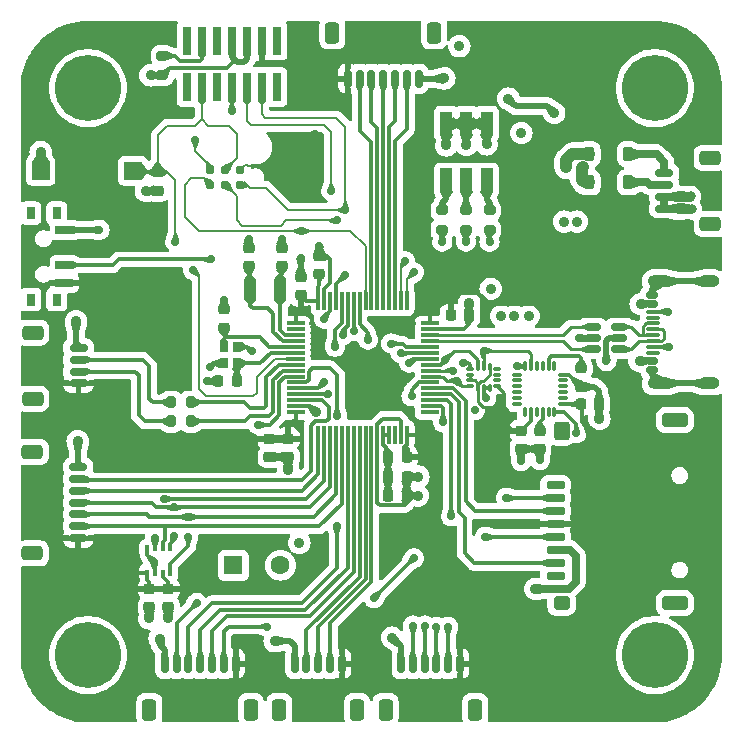
<source format=gtl>
G04 #@! TF.GenerationSoftware,KiCad,Pcbnew,8.0.4*
G04 #@! TF.CreationDate,2024-08-30T21:15:12+02:00*
G04 #@! TF.ProjectId,STARGLIDER_MainBoard_rev1,53544152-474c-4494-9445-525f4d61696e,rev?*
G04 #@! TF.SameCoordinates,Original*
G04 #@! TF.FileFunction,Copper,L1,Top*
G04 #@! TF.FilePolarity,Positive*
%FSLAX46Y46*%
G04 Gerber Fmt 4.6, Leading zero omitted, Abs format (unit mm)*
G04 Created by KiCad (PCBNEW 8.0.4) date 2024-08-30 21:15:12*
%MOMM*%
%LPD*%
G01*
G04 APERTURE LIST*
G04 Aperture macros list*
%AMRoundRect*
0 Rectangle with rounded corners*
0 $1 Rounding radius*
0 $2 $3 $4 $5 $6 $7 $8 $9 X,Y pos of 4 corners*
0 Add a 4 corners polygon primitive as box body*
4,1,4,$2,$3,$4,$5,$6,$7,$8,$9,$2,$3,0*
0 Add four circle primitives for the rounded corners*
1,1,$1+$1,$2,$3*
1,1,$1+$1,$4,$5*
1,1,$1+$1,$6,$7*
1,1,$1+$1,$8,$9*
0 Add four rect primitives between the rounded corners*
20,1,$1+$1,$2,$3,$4,$5,0*
20,1,$1+$1,$4,$5,$6,$7,0*
20,1,$1+$1,$6,$7,$8,$9,0*
20,1,$1+$1,$8,$9,$2,$3,0*%
G04 Aperture macros list end*
G04 #@! TA.AperFunction,SMDPad,CuDef*
%ADD10RoundRect,0.225000X0.250000X-0.225000X0.250000X0.225000X-0.250000X0.225000X-0.250000X-0.225000X0*%
G04 #@! TD*
G04 #@! TA.AperFunction,SMDPad,CuDef*
%ADD11RoundRect,0.225000X-0.250000X0.225000X-0.250000X-0.225000X0.250000X-0.225000X0.250000X0.225000X0*%
G04 #@! TD*
G04 #@! TA.AperFunction,SMDPad,CuDef*
%ADD12RoundRect,0.087500X-0.225000X-0.087500X0.225000X-0.087500X0.225000X0.087500X-0.225000X0.087500X0*%
G04 #@! TD*
G04 #@! TA.AperFunction,SMDPad,CuDef*
%ADD13RoundRect,0.087500X-0.087500X-0.225000X0.087500X-0.225000X0.087500X0.225000X-0.087500X0.225000X0*%
G04 #@! TD*
G04 #@! TA.AperFunction,SMDPad,CuDef*
%ADD14RoundRect,0.150000X-0.150000X-0.625000X0.150000X-0.625000X0.150000X0.625000X-0.150000X0.625000X0*%
G04 #@! TD*
G04 #@! TA.AperFunction,SMDPad,CuDef*
%ADD15RoundRect,0.250000X-0.350000X-0.650000X0.350000X-0.650000X0.350000X0.650000X-0.350000X0.650000X0*%
G04 #@! TD*
G04 #@! TA.AperFunction,SMDPad,CuDef*
%ADD16RoundRect,0.150000X0.512500X0.150000X-0.512500X0.150000X-0.512500X-0.150000X0.512500X-0.150000X0*%
G04 #@! TD*
G04 #@! TA.AperFunction,SMDPad,CuDef*
%ADD17RoundRect,0.225000X-0.225000X-0.375000X0.225000X-0.375000X0.225000X0.375000X-0.225000X0.375000X0*%
G04 #@! TD*
G04 #@! TA.AperFunction,SMDPad,CuDef*
%ADD18R,0.800000X0.900000*%
G04 #@! TD*
G04 #@! TA.AperFunction,ComponentPad*
%ADD19C,5.600000*%
G04 #@! TD*
G04 #@! TA.AperFunction,SMDPad,CuDef*
%ADD20RoundRect,0.225000X-0.225000X-0.250000X0.225000X-0.250000X0.225000X0.250000X-0.225000X0.250000X0*%
G04 #@! TD*
G04 #@! TA.AperFunction,ComponentPad*
%ADD21R,1.600000X1.600000*%
G04 #@! TD*
G04 #@! TA.AperFunction,ComponentPad*
%ADD22C,1.600000*%
G04 #@! TD*
G04 #@! TA.AperFunction,SMDPad,CuDef*
%ADD23R,0.800000X1.000000*%
G04 #@! TD*
G04 #@! TA.AperFunction,SMDPad,CuDef*
%ADD24R,1.500000X0.700000*%
G04 #@! TD*
G04 #@! TA.AperFunction,SMDPad,CuDef*
%ADD25R,0.350000X0.500000*%
G04 #@! TD*
G04 #@! TA.AperFunction,ConnectorPad*
%ADD26C,0.787400*%
G04 #@! TD*
G04 #@! TA.AperFunction,SMDPad,CuDef*
%ADD27R,1.100000X2.000000*%
G04 #@! TD*
G04 #@! TA.AperFunction,SMDPad,CuDef*
%ADD28RoundRect,0.150000X-0.625000X0.150000X-0.625000X-0.150000X0.625000X-0.150000X0.625000X0.150000X0*%
G04 #@! TD*
G04 #@! TA.AperFunction,SMDPad,CuDef*
%ADD29RoundRect,0.250000X-0.650000X0.350000X-0.650000X-0.350000X0.650000X-0.350000X0.650000X0.350000X0*%
G04 #@! TD*
G04 #@! TA.AperFunction,SMDPad,CuDef*
%ADD30RoundRect,0.200000X-0.275000X0.200000X-0.275000X-0.200000X0.275000X-0.200000X0.275000X0.200000X0*%
G04 #@! TD*
G04 #@! TA.AperFunction,SMDPad,CuDef*
%ADD31RoundRect,0.200000X-0.200000X-0.275000X0.200000X-0.275000X0.200000X0.275000X-0.200000X0.275000X0*%
G04 #@! TD*
G04 #@! TA.AperFunction,SMDPad,CuDef*
%ADD32R,1.000000X1.800000*%
G04 #@! TD*
G04 #@! TA.AperFunction,SMDPad,CuDef*
%ADD33R,0.740000X2.400000*%
G04 #@! TD*
G04 #@! TA.AperFunction,SMDPad,CuDef*
%ADD34RoundRect,0.150000X0.326500X-0.150000X0.326500X0.150000X-0.326500X0.150000X-0.326500X-0.150000X0*%
G04 #@! TD*
G04 #@! TA.AperFunction,SMDPad,CuDef*
%ADD35RoundRect,0.075000X0.500000X-0.075000X0.500000X0.075000X-0.500000X0.075000X-0.500000X-0.075000X0*%
G04 #@! TD*
G04 #@! TA.AperFunction,ComponentPad*
%ADD36O,2.100000X1.000000*%
G04 #@! TD*
G04 #@! TA.AperFunction,ComponentPad*
%ADD37O,1.800000X1.000000*%
G04 #@! TD*
G04 #@! TA.AperFunction,SMDPad,CuDef*
%ADD38RoundRect,0.218750X-0.218750X-0.256250X0.218750X-0.256250X0.218750X0.256250X-0.218750X0.256250X0*%
G04 #@! TD*
G04 #@! TA.AperFunction,SMDPad,CuDef*
%ADD39R,1.500000X1.500000*%
G04 #@! TD*
G04 #@! TA.AperFunction,SMDPad,CuDef*
%ADD40RoundRect,0.175000X-0.625000X0.175000X-0.625000X-0.175000X0.625000X-0.175000X0.625000X0.175000X0*%
G04 #@! TD*
G04 #@! TA.AperFunction,SMDPad,CuDef*
%ADD41RoundRect,0.300000X-0.800000X0.300000X-0.800000X-0.300000X0.800000X-0.300000X0.800000X0.300000X0*%
G04 #@! TD*
G04 #@! TA.AperFunction,SMDPad,CuDef*
%ADD42RoundRect,0.350000X-0.350000X0.450000X-0.350000X-0.450000X0.350000X-0.450000X0.350000X0.450000X0*%
G04 #@! TD*
G04 #@! TA.AperFunction,SMDPad,CuDef*
%ADD43RoundRect,0.300000X-0.400000X0.300000X-0.400000X-0.300000X0.400000X-0.300000X0.400000X0.300000X0*%
G04 #@! TD*
G04 #@! TA.AperFunction,SMDPad,CuDef*
%ADD44RoundRect,0.075000X-0.700000X-0.075000X0.700000X-0.075000X0.700000X0.075000X-0.700000X0.075000X0*%
G04 #@! TD*
G04 #@! TA.AperFunction,SMDPad,CuDef*
%ADD45RoundRect,0.075000X-0.075000X-0.700000X0.075000X-0.700000X0.075000X0.700000X-0.075000X0.700000X0*%
G04 #@! TD*
G04 #@! TA.AperFunction,SMDPad,CuDef*
%ADD46RoundRect,0.075000X-0.350000X-0.075000X0.350000X-0.075000X0.350000X0.075000X-0.350000X0.075000X0*%
G04 #@! TD*
G04 #@! TA.AperFunction,SMDPad,CuDef*
%ADD47RoundRect,0.075000X0.075000X-0.350000X0.075000X0.350000X-0.075000X0.350000X-0.075000X-0.350000X0*%
G04 #@! TD*
G04 #@! TA.AperFunction,SMDPad,CuDef*
%ADD48RoundRect,0.200000X0.275000X-0.200000X0.275000X0.200000X-0.275000X0.200000X-0.275000X-0.200000X0*%
G04 #@! TD*
G04 #@! TA.AperFunction,SMDPad,CuDef*
%ADD49RoundRect,0.150000X0.150000X0.625000X-0.150000X0.625000X-0.150000X-0.625000X0.150000X-0.625000X0*%
G04 #@! TD*
G04 #@! TA.AperFunction,SMDPad,CuDef*
%ADD50RoundRect,0.250000X0.350000X0.650000X-0.350000X0.650000X-0.350000X-0.650000X0.350000X-0.650000X0*%
G04 #@! TD*
G04 #@! TA.AperFunction,SMDPad,CuDef*
%ADD51RoundRect,0.150000X0.625000X-0.150000X0.625000X0.150000X-0.625000X0.150000X-0.625000X-0.150000X0*%
G04 #@! TD*
G04 #@! TA.AperFunction,SMDPad,CuDef*
%ADD52RoundRect,0.250000X0.650000X-0.350000X0.650000X0.350000X-0.650000X0.350000X-0.650000X-0.350000X0*%
G04 #@! TD*
G04 #@! TA.AperFunction,ViaPad*
%ADD53C,0.900000*%
G04 #@! TD*
G04 #@! TA.AperFunction,ViaPad*
%ADD54C,0.700000*%
G04 #@! TD*
G04 #@! TA.AperFunction,ViaPad*
%ADD55C,0.800000*%
G04 #@! TD*
G04 #@! TA.AperFunction,ViaPad*
%ADD56C,1.000000*%
G04 #@! TD*
G04 #@! TA.AperFunction,Conductor*
%ADD57C,0.300000*%
G04 #@! TD*
G04 #@! TA.AperFunction,Conductor*
%ADD58C,0.200000*%
G04 #@! TD*
G04 #@! TA.AperFunction,Conductor*
%ADD59C,0.650000*%
G04 #@! TD*
G04 #@! TA.AperFunction,Conductor*
%ADD60C,0.240000*%
G04 #@! TD*
G04 #@! TA.AperFunction,Conductor*
%ADD61C,0.500000*%
G04 #@! TD*
G04 #@! TA.AperFunction,Conductor*
%ADD62C,0.700000*%
G04 #@! TD*
G04 #@! TA.AperFunction,Conductor*
%ADD63C,0.800000*%
G04 #@! TD*
G04 #@! TA.AperFunction,Conductor*
%ADD64C,1.000000*%
G04 #@! TD*
G04 APERTURE END LIST*
D10*
X101000000Y-100550000D03*
X101000000Y-99000000D03*
D11*
X94500000Y-101725000D03*
X94500000Y-103275000D03*
D10*
X88900000Y-91675000D03*
X88900000Y-90125000D03*
D12*
X115337500Y-106750000D03*
X115337500Y-107250000D03*
X115337500Y-107750000D03*
X115337500Y-108250000D03*
D13*
X116000000Y-108412500D03*
X116500000Y-108412500D03*
X117000000Y-108412500D03*
D12*
X117662500Y-108250000D03*
X117662500Y-107750000D03*
X117662500Y-107250000D03*
X117662500Y-106750000D03*
D13*
X117000000Y-106587500D03*
X116500000Y-106587500D03*
X116000000Y-106587500D03*
D14*
X100500000Y-131750000D03*
X101500000Y-131750000D03*
X102500000Y-131750000D03*
X103500000Y-131750000D03*
X104500000Y-131750000D03*
D15*
X99200000Y-135625000D03*
X105800000Y-135625000D03*
D16*
X128000000Y-105125000D03*
X128000000Y-104175000D03*
X128000000Y-103225000D03*
X125725000Y-103225000D03*
X125725000Y-104175000D03*
X125725000Y-105125000D03*
D17*
X125450000Y-88600000D03*
X128750000Y-88600000D03*
D18*
X95600000Y-106300000D03*
X95600000Y-104900000D03*
X94500000Y-104900000D03*
X94500000Y-106300000D03*
D10*
X124750000Y-108275000D03*
X124750000Y-106725000D03*
D19*
X131000000Y-83000000D03*
D10*
X119675000Y-113550000D03*
X119675000Y-112000000D03*
D20*
X94050000Y-107800000D03*
X95600000Y-107800000D03*
D21*
X95300000Y-123400000D03*
D22*
X99300000Y-123400000D03*
D23*
X80350000Y-93600000D03*
X78140000Y-93600000D03*
X80350000Y-100900000D03*
X78140000Y-100900000D03*
D24*
X81000000Y-95000000D03*
X81000000Y-98000000D03*
X81000000Y-99500000D03*
D11*
X96600000Y-96525000D03*
X96600000Y-98075000D03*
D25*
X88025000Y-121975000D03*
X88675000Y-121975000D03*
X89325000Y-121975000D03*
X89975000Y-121975000D03*
X89975000Y-124025000D03*
X89325000Y-124025000D03*
X88675000Y-124025000D03*
X88025000Y-124025000D03*
D26*
X95905000Y-89905000D03*
X95905000Y-91175000D03*
X94635000Y-89905000D03*
X94635000Y-91175000D03*
X93365000Y-89905000D03*
X93365000Y-91175000D03*
D27*
X113344000Y-86000000D03*
X115044000Y-86000000D03*
X116744000Y-86000000D03*
X116744000Y-90800000D03*
X115044000Y-90800000D03*
X113344000Y-90800000D03*
D28*
X82200000Y-105000000D03*
X82200000Y-106000000D03*
X82200000Y-107000000D03*
X82200000Y-108000000D03*
D29*
X78325000Y-103700000D03*
X78325000Y-109300000D03*
D14*
X89500000Y-131750000D03*
X90500000Y-131750000D03*
X91500000Y-131750000D03*
X92500000Y-131750000D03*
X93500000Y-131750000D03*
X94500000Y-131750000D03*
X95500000Y-131750000D03*
D15*
X88200000Y-135625000D03*
X96800000Y-135625000D03*
D30*
X115000000Y-93350000D03*
X115000000Y-95000000D03*
D31*
X90050000Y-111200000D03*
X91700000Y-111200000D03*
D32*
X96750000Y-100000000D03*
X99250000Y-100000000D03*
D10*
X102600000Y-98750000D03*
X102600000Y-97200000D03*
D33*
X99000000Y-79000000D03*
X99000000Y-82900000D03*
X97730000Y-79000000D03*
X97730000Y-82900000D03*
X96460000Y-79000000D03*
X96460000Y-82900000D03*
X95190000Y-79000000D03*
X95190000Y-82900000D03*
X93920000Y-79000000D03*
X93920000Y-82900000D03*
X92650000Y-79000000D03*
X92650000Y-82900000D03*
X91380000Y-79000000D03*
X91380000Y-82900000D03*
D11*
X98350000Y-112675000D03*
X98350000Y-114225000D03*
X99950000Y-112675000D03*
X99950000Y-114225000D03*
D34*
X130751500Y-106875000D03*
X130751500Y-106075000D03*
D35*
X130850000Y-104925000D03*
X130850000Y-103925000D03*
X130850000Y-103425000D03*
X130850000Y-102425000D03*
D34*
X130751500Y-101275000D03*
X130751500Y-100475000D03*
X130751500Y-100475000D03*
X130751500Y-101275000D03*
D35*
X130850000Y-101925000D03*
X130850000Y-102925000D03*
X130850000Y-104425000D03*
X130850000Y-105425000D03*
D34*
X130751500Y-106075000D03*
X130751500Y-106875000D03*
D36*
X131425000Y-107995000D03*
D37*
X135605000Y-107995000D03*
D36*
X131425000Y-99355000D03*
D37*
X135605000Y-99355000D03*
D20*
X113725000Y-102250000D03*
X115275000Y-102250000D03*
D38*
X108425000Y-114250000D03*
X110000000Y-114250000D03*
D11*
X99400000Y-96525000D03*
X99400000Y-98075000D03*
D28*
X82175000Y-115100000D03*
X82175000Y-116100000D03*
X82175000Y-117100000D03*
X82175000Y-118100000D03*
X82175000Y-119100000D03*
X82175000Y-120100000D03*
X82175000Y-121100000D03*
D29*
X78300000Y-113800000D03*
X78300000Y-122400000D03*
D17*
X125450000Y-90990000D03*
X128750000Y-90990000D03*
D39*
X79000000Y-90000000D03*
X86800000Y-90000000D03*
D19*
X83000000Y-131000000D03*
D14*
X109500000Y-131750000D03*
X110500000Y-131750000D03*
X111500000Y-131750000D03*
X112500000Y-131750000D03*
X113500000Y-131750000D03*
X114500000Y-131750000D03*
D15*
X108200000Y-135625000D03*
X115800000Y-135625000D03*
D11*
X88200000Y-125400000D03*
X88200000Y-126950000D03*
D19*
X131000000Y-131000000D03*
D31*
X90050000Y-109600000D03*
X91700000Y-109600000D03*
D20*
X108425000Y-115900000D03*
X109975000Y-115900000D03*
D19*
X82999999Y-82999999D03*
D40*
X122600000Y-116600000D03*
X122600000Y-117700000D03*
X122600000Y-118800000D03*
X122600000Y-119900000D03*
X122600000Y-121000000D03*
X122600000Y-122100000D03*
X122600000Y-123200000D03*
X122600000Y-124300000D03*
X122600000Y-125400000D03*
D41*
X132700000Y-111100000D03*
D42*
X123100000Y-112000000D03*
D41*
X132700000Y-126600000D03*
D43*
X123100000Y-126600000D03*
D30*
X113000000Y-93350000D03*
X113000000Y-95000000D03*
D20*
X108425000Y-117500000D03*
X109975000Y-117500000D03*
D11*
X121250000Y-112000000D03*
X121250000Y-113550000D03*
D30*
X117000000Y-93350000D03*
X117000000Y-95000000D03*
D20*
X124725000Y-109750000D03*
X126275000Y-109750000D03*
D44*
X100575000Y-102925000D03*
X100575000Y-103425000D03*
X100575000Y-103925000D03*
X100575000Y-104425000D03*
X100575000Y-104925000D03*
X100575000Y-105425000D03*
X100575000Y-105925000D03*
X100575000Y-106425000D03*
X100575000Y-106925000D03*
X100575000Y-107425000D03*
X100575000Y-107925000D03*
X100575000Y-108425000D03*
X100575000Y-108925000D03*
X100575000Y-109425000D03*
X100575000Y-109925000D03*
X100575000Y-110425000D03*
D45*
X102500000Y-112350000D03*
X103000000Y-112350000D03*
X103500000Y-112350000D03*
X104000000Y-112350000D03*
X104500000Y-112350000D03*
X105000000Y-112350000D03*
X105500000Y-112350000D03*
X106000000Y-112350000D03*
X106500000Y-112350000D03*
X107000000Y-112350000D03*
X107500000Y-112350000D03*
X108000000Y-112350000D03*
X108500000Y-112350000D03*
X109000000Y-112350000D03*
X109500000Y-112350000D03*
X110000000Y-112350000D03*
D44*
X111925000Y-110425000D03*
X111925000Y-109925000D03*
X111925000Y-109425000D03*
X111925000Y-108925000D03*
X111925000Y-108425000D03*
X111925000Y-107925000D03*
X111925000Y-107425000D03*
X111925000Y-106925000D03*
X111925000Y-106425000D03*
X111925000Y-105925000D03*
X111925000Y-105425000D03*
X111925000Y-104925000D03*
X111925000Y-104425000D03*
X111925000Y-103925000D03*
X111925000Y-103425000D03*
X111925000Y-102925000D03*
D45*
X110000000Y-101000000D03*
X109500000Y-101000000D03*
X109000000Y-101000000D03*
X108500000Y-101000000D03*
X108000000Y-101000000D03*
X107500000Y-101000000D03*
X107000000Y-101000000D03*
X106500000Y-101000000D03*
X106000000Y-101000000D03*
X105500000Y-101000000D03*
X105000000Y-101000000D03*
X104500000Y-101000000D03*
X104000000Y-101000000D03*
X103500000Y-101000000D03*
X103000000Y-101000000D03*
X102500000Y-101000000D03*
D46*
X119300000Y-107250000D03*
X119300000Y-107750000D03*
X119300000Y-108250000D03*
X119300000Y-108750000D03*
X119300000Y-109250000D03*
X119300000Y-109750000D03*
D47*
X120000000Y-110450000D03*
X120500000Y-110450000D03*
X121000000Y-110450000D03*
X121500000Y-110450000D03*
X122000000Y-110450000D03*
X122500000Y-110450000D03*
D46*
X123200000Y-109750000D03*
X123200000Y-109250000D03*
X123200000Y-108750000D03*
X123200000Y-108250000D03*
X123200000Y-107750000D03*
X123200000Y-107250000D03*
D47*
X122500000Y-106550000D03*
X122000000Y-106550000D03*
X121500000Y-106550000D03*
X121000000Y-106550000D03*
X120500000Y-106550000D03*
X120000000Y-106550000D03*
D48*
X89300000Y-81925000D03*
X89300000Y-80275000D03*
D49*
X111000000Y-82200000D03*
X110000000Y-82200000D03*
X109000000Y-82200000D03*
X108000000Y-82200000D03*
X107000000Y-82200000D03*
X106000000Y-82200000D03*
X105000000Y-82200000D03*
D50*
X112300000Y-78325000D03*
X103700000Y-78325000D03*
D51*
X131800000Y-93200000D03*
X131800000Y-92200000D03*
X131800000Y-91200000D03*
X131800000Y-90200000D03*
D52*
X135675000Y-94500000D03*
X135675000Y-88900000D03*
D10*
X89800000Y-126950000D03*
X89800000Y-125400000D03*
D53*
X127950000Y-107950000D03*
X133000000Y-97000000D03*
X125625000Y-112075000D03*
X102200000Y-80900000D03*
X127930000Y-106980000D03*
X131000000Y-97000000D03*
X132000000Y-97000000D03*
X130000000Y-97000000D03*
X124000000Y-102000000D03*
D54*
X102250000Y-86875000D03*
X90300000Y-120900000D03*
X90300000Y-118500000D03*
X91500000Y-119300000D03*
X91500000Y-121000000D03*
X121250000Y-114500000D03*
D53*
X110975000Y-115900000D03*
X115275000Y-101175000D03*
X88200000Y-127900000D03*
X82130000Y-112890000D03*
X99950000Y-115350000D03*
D54*
X126900000Y-106100000D03*
X101000000Y-97400000D03*
D53*
X120300000Y-102300000D03*
D54*
X119675000Y-114575000D03*
D53*
X98800000Y-129825000D03*
D54*
X83975000Y-95000000D03*
D55*
X134100000Y-93225000D03*
D54*
X92100000Y-87400000D03*
D53*
X123300000Y-94300000D03*
D54*
X93300000Y-106600000D03*
D53*
X102300000Y-110425000D03*
D54*
X96900000Y-105300000D03*
D53*
X89075000Y-129600000D03*
D54*
X102600000Y-96375000D03*
X88600000Y-123100000D03*
X115750000Y-110250000D03*
D53*
X79000000Y-88400000D03*
D55*
X134025000Y-92175000D03*
D53*
X119700000Y-86800000D03*
X89800000Y-127900000D03*
X82000000Y-102750000D03*
D54*
X99400000Y-95800000D03*
D53*
X113175000Y-82175000D03*
X124400000Y-94300000D03*
X118000000Y-102300000D03*
D54*
X94500000Y-100900000D03*
D53*
X116744000Y-87756000D03*
X88300000Y-81925000D03*
X120887500Y-125400000D03*
D54*
X116700000Y-109275000D03*
D53*
X114450000Y-79450000D03*
X100900000Y-121500000D03*
X115044000Y-87794000D03*
X119100000Y-102300000D03*
X108750000Y-129525000D03*
X110925000Y-117500000D03*
X117100000Y-100000000D03*
D54*
X93100000Y-107800000D03*
D53*
X126300000Y-111000000D03*
X87900000Y-91700000D03*
D54*
X96600000Y-95800000D03*
D53*
X133100000Y-92200000D03*
D54*
X114750000Y-106250000D03*
D53*
X113344000Y-87844000D03*
X133100000Y-93200000D03*
X118600000Y-83900000D03*
X129800000Y-101275000D03*
X129700000Y-106100000D03*
D54*
X124600000Y-104175000D03*
D53*
X122475000Y-85100000D03*
D54*
X90400000Y-96000000D03*
X91900000Y-98400000D03*
D56*
X124900000Y-89700000D03*
X123500000Y-89700000D03*
D54*
X110500000Y-128500000D03*
X103900000Y-104900000D03*
X112500000Y-128600000D03*
X105500000Y-103600000D03*
X113500000Y-128600000D03*
X106700000Y-104300000D03*
X111500000Y-128500000D03*
X104600000Y-103900000D03*
X104100000Y-110800000D03*
X104100000Y-120100000D03*
X97375000Y-111500000D03*
X92200000Y-126600000D03*
X110400000Y-109100000D03*
X110600000Y-122800000D03*
X107200000Y-126200000D03*
X98200000Y-128600000D03*
X132225000Y-104925000D03*
X132075000Y-101925000D03*
X113050000Y-111300000D03*
X118400000Y-117700000D03*
X113750000Y-119250000D03*
X116625000Y-121000000D03*
X95200000Y-84900000D03*
X101075000Y-95100000D03*
X104100000Y-94200000D03*
X109850000Y-97650000D03*
X103600000Y-91700000D03*
X110600000Y-98600000D03*
X104800000Y-93300000D03*
X102987500Y-102512500D03*
X103325000Y-108925000D03*
X103000000Y-107900000D03*
X110175000Y-106250000D03*
X117000000Y-96000000D03*
X115000000Y-96000000D03*
X109475000Y-105425000D03*
X113000000Y-96000000D03*
X108675000Y-104625000D03*
X104800000Y-98800000D03*
X93400000Y-97500000D03*
X88700000Y-121100000D03*
X89400000Y-117800000D03*
X124350000Y-112225000D03*
X114226442Y-107773018D03*
X119300000Y-106550000D03*
X113250000Y-106000000D03*
X113925000Y-106925000D03*
X116500000Y-105250000D03*
D57*
X103400000Y-109989950D02*
X103400000Y-111000000D01*
X82285000Y-116210000D02*
X82175000Y-116100000D01*
X101090000Y-116210000D02*
X82285000Y-116210000D01*
X103400000Y-111000000D02*
X103175000Y-111225000D01*
X102246880Y-111225000D02*
X101900000Y-111571880D01*
X103175000Y-111225000D02*
X102246880Y-111225000D01*
X101900000Y-111571880D02*
X101900000Y-115400000D01*
X102835050Y-109425000D02*
X103400000Y-109989950D01*
X101900000Y-115400000D02*
X101090000Y-116210000D01*
X100575000Y-109425000D02*
X102835050Y-109425000D01*
X109800000Y-113600000D02*
X109787500Y-113612500D01*
D58*
X99300000Y-88900000D02*
X98600000Y-89600000D01*
D57*
X102500000Y-101000000D02*
X102500000Y-99800000D01*
X113725000Y-102250000D02*
X113725000Y-100380000D01*
X88025000Y-124625000D02*
X88200000Y-124800000D01*
X120500000Y-111175000D02*
X119675000Y-112000000D01*
X118500000Y-110250000D02*
X118225000Y-109975000D01*
D59*
X99950000Y-112675000D02*
X98350000Y-112675000D01*
D58*
X98600000Y-89600000D02*
X96586575Y-89600000D01*
D60*
X116000000Y-108412500D02*
X116000000Y-109552476D01*
D57*
X118500000Y-111500000D02*
X118500000Y-110250000D01*
D58*
X102250000Y-86875000D02*
X99825000Y-86875000D01*
D57*
X109800000Y-113428120D02*
X109800000Y-113600000D01*
D60*
X116241282Y-107780000D02*
X116000000Y-108021282D01*
D57*
X88200000Y-124800000D02*
X88200000Y-125400000D01*
X116065000Y-100375000D02*
X117000000Y-101310000D01*
X111925000Y-102925000D02*
X111925000Y-101255000D01*
X100575000Y-101925000D02*
X100575000Y-102925000D01*
X113720000Y-100375000D02*
X116065000Y-100375000D01*
X125625000Y-112075000D02*
X124850000Y-111300000D01*
X109787500Y-113612500D02*
X109787500Y-114250000D01*
X89325000Y-124025000D02*
X89325000Y-124375000D01*
X118225000Y-109975000D02*
X117500000Y-109975000D01*
D60*
X116420000Y-109972476D02*
X116420000Y-109975000D01*
D57*
X117000000Y-101310000D02*
X123310000Y-101310000D01*
D60*
X117000000Y-106587500D02*
X117000000Y-107260641D01*
D58*
X96586575Y-89600000D02*
X96486575Y-89500000D01*
D60*
X115970000Y-107991282D02*
X115970000Y-108382500D01*
X116000000Y-109552476D02*
X116420000Y-109972476D01*
D57*
X99950000Y-111650000D02*
X99950000Y-112675000D01*
X101000000Y-101500000D02*
X100575000Y-101925000D01*
D60*
X116420000Y-109975000D02*
X117500000Y-109975000D01*
D57*
X101450000Y-101000000D02*
X101000000Y-100550000D01*
D58*
X99825000Y-86875000D02*
X99300000Y-87400000D01*
D57*
X102500000Y-99800000D02*
X102600000Y-99700000D01*
D58*
X96310000Y-89500000D02*
X95905000Y-89905000D01*
D60*
X115337500Y-107250000D02*
X115337500Y-107750000D01*
X117662500Y-108250000D02*
X118225000Y-108812500D01*
X117000000Y-107260641D02*
X116480641Y-107780000D01*
D57*
X100575000Y-111025000D02*
X99950000Y-111650000D01*
X101000000Y-100550000D02*
X101000000Y-101500000D01*
X89800000Y-124850000D02*
X89800000Y-125400000D01*
X120500000Y-110450000D02*
X120500000Y-111175000D01*
D58*
X96486575Y-89500000D02*
X96310000Y-89500000D01*
D57*
X100575000Y-111025000D02*
X100575000Y-110425000D01*
X89325000Y-124375000D02*
X89800000Y-124850000D01*
D61*
X97730000Y-79000000D02*
X97730000Y-80700000D01*
D57*
X110000000Y-113228120D02*
X109800000Y-113428120D01*
X123310000Y-101310000D02*
X124000000Y-102000000D01*
X119000000Y-112000000D02*
X119675000Y-112000000D01*
X119000000Y-112000000D02*
X118500000Y-111500000D01*
D61*
X97730000Y-80700000D02*
X97930000Y-80900000D01*
D58*
X99300000Y-87400000D02*
X99300000Y-88900000D01*
D57*
X124725000Y-109750000D02*
X123200000Y-109750000D01*
D61*
X97930000Y-80900000D02*
X102200000Y-80900000D01*
D57*
X88025000Y-124025000D02*
X88025000Y-124625000D01*
X102500000Y-101000000D02*
X101450000Y-101000000D01*
D60*
X115728718Y-107750000D02*
X115970000Y-107991282D01*
X116000000Y-108021282D02*
X116000000Y-108412500D01*
X116480641Y-107780000D02*
X116241282Y-107780000D01*
X118225000Y-108812500D02*
X118225000Y-109975000D01*
D57*
X113725000Y-100380000D02*
X113720000Y-100375000D01*
D60*
X115337500Y-107750000D02*
X115728718Y-107750000D01*
D57*
X111925000Y-101255000D02*
X112805000Y-100375000D01*
X112805000Y-100375000D02*
X113720000Y-100375000D01*
X110000000Y-112350000D02*
X110000000Y-113228120D01*
X102600000Y-99700000D02*
X102600000Y-98750000D01*
X124850000Y-111300000D02*
X124850000Y-109875000D01*
X89975000Y-121625000D02*
X90300000Y-121300000D01*
X103500000Y-116800000D02*
X103500000Y-112350000D01*
X90300000Y-118500000D02*
X88800000Y-118500000D01*
X90300000Y-121300000D02*
X90300000Y-120900000D01*
X88400000Y-118100000D02*
X82175000Y-118100000D01*
X101800000Y-118500000D02*
X103500000Y-116800000D01*
X88800000Y-118500000D02*
X88400000Y-118100000D01*
X90300000Y-118500000D02*
X101800000Y-118500000D01*
X89975000Y-121975000D02*
X89975000Y-121625000D01*
X101100000Y-117100000D02*
X82175000Y-117100000D01*
X102500000Y-112350000D02*
X102500000Y-115700000D01*
X102500000Y-115700000D02*
X101100000Y-117100000D01*
X89325000Y-121425000D02*
X89500000Y-121250000D01*
X104500000Y-112350000D02*
X104500000Y-118200000D01*
X104500000Y-118200000D02*
X102600000Y-120100000D01*
X89500000Y-120100000D02*
X82175000Y-120100000D01*
X89325000Y-121975000D02*
X89325000Y-121425000D01*
X102600000Y-120100000D02*
X89500000Y-120100000D01*
X89500000Y-121250000D02*
X89500000Y-120100000D01*
X89975000Y-123325000D02*
X89975000Y-124025000D01*
X91500000Y-119300000D02*
X88200000Y-119300000D01*
X88200000Y-119300000D02*
X88000000Y-119100000D01*
X104000000Y-117403554D02*
X104000000Y-112350000D01*
X88000000Y-119100000D02*
X82175000Y-119100000D01*
X91500000Y-121800000D02*
X89975000Y-123325000D01*
X91500000Y-119300000D02*
X102103554Y-119300000D01*
X91500000Y-121000000D02*
X91500000Y-121800000D01*
X102103554Y-119300000D02*
X104000000Y-117403554D01*
D61*
X95190000Y-80390000D02*
X95190000Y-79000000D01*
X89800000Y-126950000D02*
X89800000Y-127900000D01*
D59*
X134050000Y-92200000D02*
X134075000Y-92200000D01*
D61*
X95600000Y-80800000D02*
X95450000Y-80650000D01*
D57*
X88025000Y-122525000D02*
X88600000Y-123100000D01*
X110925000Y-117500000D02*
X111075000Y-117500000D01*
X94500000Y-101725000D02*
X94500000Y-100900000D01*
D61*
X127125000Y-104175000D02*
X128000000Y-104175000D01*
D60*
X115250000Y-106250000D02*
X115337500Y-106337500D01*
D61*
X130751500Y-100475000D02*
X130751500Y-100028500D01*
D57*
X88600000Y-123100000D02*
X88675000Y-123175000D01*
D61*
X108750000Y-129525000D02*
X109500000Y-130275000D01*
D57*
X110925000Y-117500000D02*
X109975000Y-117500000D01*
D60*
X115337500Y-106337500D02*
X115337500Y-106750000D01*
D61*
X126887500Y-104412500D02*
X127125000Y-104175000D01*
X96460000Y-80540000D02*
X96460000Y-79000000D01*
X95450000Y-80650000D02*
X95190000Y-80390000D01*
X87900000Y-91700000D02*
X87875000Y-91675000D01*
D59*
X134100000Y-93225000D02*
X134125000Y-93200000D01*
D58*
X92100000Y-87400000D02*
X92100000Y-88288425D01*
D61*
X119675000Y-114575000D02*
X119675000Y-113550000D01*
X89075000Y-129600000D02*
X89075000Y-130150000D01*
X98800000Y-129825000D02*
X100075000Y-129825000D01*
D59*
X131800000Y-92200000D02*
X133100000Y-92200000D01*
D61*
X82000000Y-102750000D02*
X82000000Y-105000000D01*
D57*
X123728120Y-107250000D02*
X124750000Y-108271880D01*
D59*
X134025000Y-92175000D02*
X134050000Y-92200000D01*
D57*
X109975000Y-118125000D02*
X109975000Y-117500000D01*
D61*
X96200000Y-80800000D02*
X96460000Y-80540000D01*
D59*
X99950000Y-115350000D02*
X99950000Y-114225000D01*
D57*
X102300000Y-110425000D02*
X101800000Y-109925000D01*
D61*
X96600000Y-96525000D02*
X96600000Y-95800000D01*
D57*
X102300000Y-110425000D02*
X102225000Y-110350000D01*
D61*
X79000000Y-90000000D02*
X79000000Y-88400000D01*
X113344000Y-86000000D02*
X115044000Y-86000000D01*
D57*
X123200000Y-107250000D02*
X123728120Y-107250000D01*
D61*
X130751500Y-106875000D02*
X130751500Y-107321500D01*
X109975000Y-115900000D02*
X109975000Y-117500000D01*
X82130000Y-112890000D02*
X82175000Y-112935000D01*
X113344000Y-87844000D02*
X113344000Y-86000000D01*
D57*
X107500000Y-112350000D02*
X107500000Y-118100000D01*
D61*
X88200000Y-126950000D02*
X88200000Y-127900000D01*
D60*
X114750000Y-106250000D02*
X115250000Y-106250000D01*
D61*
X116744000Y-87756000D02*
X116744000Y-86000000D01*
D57*
X107725000Y-118325000D02*
X109775000Y-118325000D01*
X109775000Y-118325000D02*
X109975000Y-118125000D01*
D61*
X126275000Y-108675000D02*
X125875000Y-108275000D01*
X101000000Y-97400000D02*
X101000000Y-99000000D01*
D57*
X114850000Y-103425000D02*
X115275000Y-103000000D01*
X95600000Y-104900000D02*
X96500000Y-104900000D01*
D61*
X96200000Y-80800000D02*
X95600000Y-80800000D01*
X111000000Y-82200000D02*
X113150000Y-82200000D01*
X126275000Y-109750000D02*
X126275000Y-110975000D01*
X121250000Y-113550000D02*
X119675000Y-113550000D01*
X82175000Y-112935000D02*
X82175000Y-115100000D01*
D57*
X103000000Y-101000000D02*
X103000000Y-100007107D01*
D60*
X116500000Y-108412500D02*
X117000000Y-108412500D01*
D61*
X135605000Y-99355000D02*
X131425000Y-99355000D01*
D57*
X103500000Y-99507107D02*
X103500000Y-97500000D01*
X107971880Y-111000000D02*
X107500000Y-111471880D01*
D61*
X126300000Y-111000000D02*
X126275000Y-111025000D01*
D59*
X99950000Y-114225000D02*
X98350000Y-114225000D01*
D60*
X116500000Y-109075000D02*
X116500000Y-108412500D01*
D61*
X109975000Y-115900000D02*
X110975000Y-115900000D01*
D57*
X124750000Y-108271880D02*
X124750000Y-108275000D01*
X89300000Y-81925000D02*
X89925000Y-81300000D01*
D61*
X126275000Y-109750000D02*
X126275000Y-108675000D01*
X115044000Y-87794000D02*
X115044000Y-86000000D01*
D60*
X116700000Y-109275000D02*
X116500000Y-109075000D01*
D57*
X93600000Y-106300000D02*
X93300000Y-106600000D01*
D61*
X99400000Y-96525000D02*
X99400000Y-95800000D01*
D59*
X134075000Y-93200000D02*
X134100000Y-93225000D01*
D61*
X100075000Y-129825000D02*
X100500000Y-130250000D01*
D58*
X93365000Y-89553425D02*
X93365000Y-89905000D01*
D61*
X126275000Y-111025000D02*
X126275000Y-111125000D01*
X109500000Y-130275000D02*
X109500000Y-131750000D01*
D57*
X103200000Y-97200000D02*
X102600000Y-97200000D01*
X88675000Y-123175000D02*
X88675000Y-124025000D01*
D61*
X100500000Y-130250000D02*
X100500000Y-131750000D01*
D59*
X134000000Y-92200000D02*
X134025000Y-92175000D01*
D57*
X115275000Y-103000000D02*
X115275000Y-102250000D01*
X103500000Y-97500000D02*
X103200000Y-97200000D01*
X109500000Y-111146447D02*
X109353553Y-111000000D01*
X111075000Y-117500000D02*
X111100000Y-117475000D01*
D62*
X124287500Y-124800000D02*
X123687500Y-125400000D01*
D57*
X94050000Y-107800000D02*
X93100000Y-107800000D01*
X107500000Y-111471880D02*
X107500000Y-112350000D01*
D61*
X113150000Y-82200000D02*
X113175000Y-82175000D01*
X130751500Y-107321500D02*
X131425000Y-107995000D01*
X89500000Y-130575000D02*
X89500000Y-131750000D01*
X126900000Y-106100000D02*
X126887500Y-106087500D01*
D57*
X111925000Y-103425000D02*
X114850000Y-103425000D01*
X109353553Y-111000000D02*
X107971880Y-111000000D01*
X107500000Y-118100000D02*
X107725000Y-118325000D01*
D62*
X123787500Y-122100000D02*
X124287500Y-122600000D01*
D61*
X126887500Y-106087500D02*
X126887500Y-104412500D01*
X87925000Y-91675000D02*
X87900000Y-91700000D01*
D59*
X134125000Y-93200000D02*
X134150000Y-93200000D01*
D57*
X89925000Y-81300000D02*
X94800000Y-81300000D01*
D61*
X115275000Y-101175000D02*
X115275000Y-102250000D01*
X131425000Y-107995000D02*
X135605000Y-107995000D01*
D58*
X92100000Y-88288425D02*
X93365000Y-89553425D01*
D61*
X125875000Y-108275000D02*
X124750000Y-108275000D01*
D57*
X88025000Y-121975000D02*
X88025000Y-122525000D01*
D62*
X122600000Y-125400000D02*
X120887500Y-125400000D01*
D61*
X126275000Y-110975000D02*
X126300000Y-111000000D01*
D57*
X101800000Y-109925000D02*
X100575000Y-109925000D01*
D62*
X122600000Y-122100000D02*
X123787500Y-122100000D01*
D57*
X103000000Y-100007107D02*
X103500000Y-99507107D01*
D62*
X124287500Y-122600000D02*
X124287500Y-124800000D01*
D57*
X94800000Y-81300000D02*
X95450000Y-80650000D01*
D61*
X115044000Y-86000000D02*
X116744000Y-86000000D01*
D63*
X133100000Y-93200000D02*
X134075000Y-93200000D01*
D61*
X130751500Y-100028500D02*
X131425000Y-99355000D01*
D57*
X96500000Y-104900000D02*
X96900000Y-105300000D01*
D59*
X131800000Y-92200000D02*
X131800000Y-93200000D01*
D61*
X89075000Y-130150000D02*
X89500000Y-130575000D01*
X121250000Y-113550000D02*
X121250000Y-114500000D01*
D59*
X131800000Y-93200000D02*
X133100000Y-93200000D01*
D61*
X83975000Y-95000000D02*
X81000000Y-95000000D01*
D63*
X133100000Y-92200000D02*
X134000000Y-92200000D01*
D57*
X88300000Y-81925000D02*
X89300000Y-81925000D01*
D61*
X102600000Y-97200000D02*
X102600000Y-96375000D01*
X88900000Y-91675000D02*
X87925000Y-91675000D01*
D57*
X94500000Y-106300000D02*
X93600000Y-106300000D01*
X109500000Y-111146447D02*
X109500000Y-112350000D01*
D62*
X123687500Y-125400000D02*
X122600000Y-125400000D01*
D57*
X106000000Y-124385787D02*
X101500000Y-128885787D01*
X101500000Y-128885787D02*
X101500000Y-131750000D01*
X106000000Y-112350000D02*
X106000000Y-124385787D01*
X106500000Y-124592894D02*
X102500000Y-128592894D01*
X102500000Y-128592894D02*
X102500000Y-131750000D01*
X106500000Y-112350000D02*
X106500000Y-124592894D01*
X103500000Y-128300000D02*
X103500000Y-131750000D01*
X107000000Y-124800000D02*
X103500000Y-128300000D01*
X107000000Y-112350000D02*
X107000000Y-124800000D01*
D61*
X124600000Y-104175000D02*
X125725000Y-104175000D01*
X130751500Y-106075000D02*
X129725000Y-106075000D01*
X129700000Y-106100000D02*
X129675000Y-106075000D01*
X119225000Y-84525000D02*
X118600000Y-83900000D01*
X122475000Y-85100000D02*
X121900000Y-84525000D01*
X129725000Y-106075000D02*
X129700000Y-106100000D01*
X129800000Y-101275000D02*
X129775000Y-101275000D01*
X121900000Y-84525000D02*
X119225000Y-84525000D01*
X129800000Y-101275000D02*
X130751500Y-101275000D01*
D57*
X108000000Y-113200000D02*
X108212500Y-113412500D01*
D61*
X108425000Y-115900000D02*
X108425000Y-114250000D01*
D57*
X108212500Y-113412500D02*
X108212500Y-114250000D01*
X108000000Y-112350000D02*
X108500000Y-112350000D01*
D61*
X108425000Y-117500000D02*
X108425000Y-115900000D01*
D57*
X108000000Y-112350000D02*
X108000000Y-113200000D01*
X94900000Y-104100000D02*
X94600000Y-104100000D01*
X94600000Y-104100000D02*
X94500000Y-104200000D01*
X98350000Y-104925000D02*
X97525000Y-104100000D01*
X94500000Y-104200000D02*
X94500000Y-104900000D01*
X94500000Y-103275000D02*
X94500000Y-103900000D01*
X100575000Y-104925000D02*
X98350000Y-104925000D01*
X94700000Y-104100000D02*
X94900000Y-104100000D01*
X94500000Y-103900000D02*
X94700000Y-104100000D01*
X97525000Y-104100000D02*
X94900000Y-104100000D01*
X100575000Y-105425000D02*
X98475000Y-105425000D01*
X95600000Y-106300000D02*
X95600000Y-107800000D01*
X98475000Y-105425000D02*
X97600000Y-106300000D01*
X97600000Y-106300000D02*
X95600000Y-106300000D01*
X99250000Y-98850000D02*
X99250000Y-100000000D01*
X99400000Y-98075000D02*
X99400000Y-98700000D01*
X99250000Y-103478120D02*
X99250000Y-100000000D01*
X99696880Y-103925000D02*
X99250000Y-103478120D01*
X100575000Y-103925000D02*
X99696880Y-103925000D01*
X99400000Y-98700000D02*
X99250000Y-98850000D01*
X98700000Y-103635226D02*
X98700000Y-102125000D01*
X96600000Y-98075000D02*
X96600000Y-98700000D01*
X96950000Y-101650000D02*
X96750000Y-101450000D01*
X100575000Y-104425000D02*
X99489774Y-104425000D01*
X98225000Y-101650000D02*
X96950000Y-101650000D01*
X99489774Y-104425000D02*
X98700000Y-103635226D01*
X96750000Y-101450000D02*
X96750000Y-100000000D01*
X96600000Y-98700000D02*
X96750000Y-98850000D01*
X98700000Y-102125000D02*
X98225000Y-101650000D01*
X96750000Y-98850000D02*
X96750000Y-100000000D01*
D58*
X94635000Y-89905000D02*
X95600000Y-88940000D01*
X92400000Y-98900000D02*
X91900000Y-98400000D01*
X88900000Y-90125000D02*
X88900000Y-87000000D01*
X89700000Y-86200000D02*
X92100000Y-86200000D01*
X92650000Y-85650000D02*
X92650000Y-82900000D01*
D57*
X88025000Y-90125000D02*
X88900000Y-90125000D01*
X87900000Y-90000000D02*
X88025000Y-90125000D01*
D58*
X100575000Y-105925000D02*
X98875000Y-105925000D01*
X93200000Y-86200000D02*
X92650000Y-85650000D01*
X89725000Y-90125000D02*
X88900000Y-90125000D01*
X94900000Y-86200000D02*
X93200000Y-86200000D01*
X93000000Y-109100000D02*
X92400000Y-108500000D01*
X88900000Y-87000000D02*
X89700000Y-86200000D01*
X92100000Y-86200000D02*
X92650000Y-85650000D01*
X92400000Y-108500000D02*
X92400000Y-98900000D01*
D57*
X86800000Y-90000000D02*
X87900000Y-90000000D01*
D58*
X97300000Y-108800000D02*
X97000000Y-109100000D01*
X90400000Y-90800000D02*
X89725000Y-90125000D01*
X90400000Y-96000000D02*
X90400000Y-90800000D01*
X98875000Y-105925000D02*
X97300000Y-107500000D01*
X95600000Y-88940000D02*
X95600000Y-86900000D01*
X97300000Y-107500000D02*
X97300000Y-108800000D01*
X95600000Y-86900000D02*
X94900000Y-86200000D01*
X97000000Y-109100000D02*
X93000000Y-109100000D01*
D64*
X123500000Y-89100000D02*
X124000000Y-88600000D01*
X124830000Y-89770000D02*
X124900000Y-89700000D01*
X124000000Y-88600000D02*
X125450000Y-88600000D01*
X125050000Y-90990000D02*
X124830000Y-90770000D01*
X123500000Y-89700000D02*
X123500000Y-89100000D01*
X124830000Y-90770000D02*
X124830000Y-89770000D01*
X125450000Y-90990000D02*
X125050000Y-90990000D01*
D57*
X124600000Y-105700000D02*
X124750000Y-105850000D01*
X122000000Y-105900000D02*
X122200000Y-105700000D01*
X122200000Y-105700000D02*
X124600000Y-105700000D01*
X124750000Y-105850000D02*
X124750000Y-106725000D01*
X122000000Y-106550000D02*
X122000000Y-105900000D01*
X121500000Y-110450000D02*
X121500000Y-111000000D01*
X121250000Y-111250000D02*
X121250000Y-112000000D01*
X121500000Y-111000000D02*
X121250000Y-111250000D01*
D59*
X130550000Y-91200000D02*
X130340000Y-90990000D01*
X131800000Y-91200000D02*
X130550000Y-91200000D01*
X130340000Y-90990000D02*
X128750000Y-90990000D01*
X131800000Y-90200000D02*
X131800000Y-89250000D01*
X131150000Y-88600000D02*
X128750000Y-88600000D01*
X131800000Y-89250000D02*
X131150000Y-88600000D01*
D61*
X116744000Y-92494000D02*
X116744000Y-90800000D01*
X117000000Y-93350000D02*
X117000000Y-92750000D01*
X117000000Y-92750000D02*
X116744000Y-92494000D01*
D57*
X103900000Y-104900000D02*
X103900000Y-103502944D01*
X110500000Y-131750000D02*
X110500000Y-128500000D01*
X104500000Y-102902944D02*
X104500000Y-101000000D01*
X103900000Y-103502944D02*
X104500000Y-102902944D01*
X112500000Y-131750000D02*
X112500000Y-128600000D01*
X105500000Y-103600000D02*
X105600000Y-103700000D01*
X105500000Y-101000000D02*
X105500000Y-103600000D01*
X106700000Y-103692894D02*
X106000000Y-102992894D01*
X113500000Y-131750000D02*
X113500000Y-128600000D01*
X106000000Y-102992894D02*
X106000000Y-101000000D01*
X106700000Y-104300000D02*
X106700000Y-103692894D01*
X104600000Y-103510050D02*
X104600000Y-103900000D01*
X105000000Y-101000000D02*
X105000000Y-103110050D01*
X111500000Y-131750000D02*
X111500000Y-128500000D01*
X105000000Y-103110050D02*
X104600000Y-103510050D01*
X105500000Y-124000000D02*
X101800000Y-127700000D01*
X105500000Y-112350000D02*
X105500000Y-124000000D01*
X93500000Y-129000000D02*
X93500000Y-131750000D01*
X101800000Y-127700000D02*
X94800000Y-127700000D01*
X94800000Y-127700000D02*
X93500000Y-129000000D01*
X104100000Y-110800000D02*
X104100000Y-107300000D01*
X102000000Y-106700000D02*
X101700000Y-107000000D01*
X104100000Y-120100000D02*
X104100000Y-123600000D01*
X101100000Y-126600000D02*
X93500000Y-126600000D01*
X104100000Y-107300000D02*
X103500000Y-106700000D01*
X91500000Y-128600000D02*
X91500000Y-131750000D01*
X101700000Y-107000000D02*
X101700000Y-107678120D01*
X104100000Y-123600000D02*
X101100000Y-126600000D01*
X101700000Y-107678120D02*
X101453120Y-107925000D01*
X101453120Y-107925000D02*
X100575000Y-107925000D01*
X93500000Y-126600000D02*
X91500000Y-128600000D01*
X103500000Y-106700000D02*
X102000000Y-106700000D01*
X92500000Y-128846447D02*
X92500000Y-131750000D01*
X101400000Y-127200000D02*
X94146447Y-127200000D01*
X94146447Y-127200000D02*
X92500000Y-128846447D01*
X105000000Y-123600000D02*
X101400000Y-127200000D01*
X105000000Y-112350000D02*
X105000000Y-123600000D01*
X90500000Y-128300000D02*
X92200000Y-126600000D01*
X99200000Y-107921880D02*
X99696880Y-107425000D01*
X99696880Y-107425000D02*
X100575000Y-107425000D01*
X90500000Y-131750000D02*
X90500000Y-128300000D01*
X99200000Y-110700000D02*
X99200000Y-107921880D01*
X98400000Y-111500000D02*
X99200000Y-110700000D01*
X97375000Y-111500000D02*
X98400000Y-111500000D01*
X110400000Y-108571880D02*
X110400000Y-109100000D01*
X94500000Y-131750000D02*
X94500000Y-129000000D01*
X111925000Y-107925000D02*
X111046880Y-107925000D01*
X94500000Y-129000000D02*
X94900000Y-128600000D01*
X111046880Y-107925000D02*
X110400000Y-108571880D01*
X107200000Y-126200000D02*
X110600000Y-122800000D01*
X94900000Y-128600000D02*
X98200000Y-128600000D01*
X132225000Y-104925000D02*
X130850000Y-104925000D01*
X132075000Y-101925000D02*
X130850000Y-101925000D01*
X113050000Y-110050000D02*
X112925000Y-109925000D01*
X113050000Y-111300000D02*
X113050000Y-110050000D01*
X122600000Y-117700000D02*
X118400000Y-117700000D01*
X112925000Y-109925000D02*
X111925000Y-109925000D01*
X114400000Y-109607106D02*
X114400000Y-118910050D01*
X111925000Y-108925000D02*
X113717894Y-108925000D01*
X113717894Y-108925000D02*
X114400000Y-109607106D01*
X114400000Y-118910050D02*
X114900000Y-119410050D01*
X115700000Y-123200000D02*
X122600000Y-123200000D01*
X114900000Y-119410050D02*
X114900000Y-122400000D01*
X114900000Y-122400000D02*
X115700000Y-123200000D01*
X115000000Y-118000000D02*
X115800000Y-118800000D01*
X115800000Y-118800000D02*
X122600000Y-118800000D01*
X115000000Y-109500000D02*
X115000000Y-118000000D01*
X113925000Y-108425000D02*
X115000000Y-109500000D01*
X111925000Y-108425000D02*
X113925000Y-108425000D01*
X113425000Y-109425000D02*
X113750000Y-109750000D01*
X113750000Y-110250000D02*
X113750000Y-119250000D01*
X113750000Y-109750000D02*
X113750000Y-110250000D01*
X122600000Y-121000000D02*
X116625000Y-121000000D01*
X111925000Y-109425000D02*
X113425000Y-109425000D01*
X88200000Y-106500000D02*
X87700000Y-106000000D01*
X90050000Y-109600000D02*
X88500000Y-109600000D01*
X88200000Y-109300000D02*
X88200000Y-106500000D01*
X87700000Y-106000000D02*
X82200000Y-106000000D01*
X88500000Y-109600000D02*
X88200000Y-109300000D01*
X87000000Y-107000000D02*
X87300000Y-107300000D01*
X82200000Y-107000000D02*
X87000000Y-107000000D01*
X87300000Y-107300000D02*
X87300000Y-110700000D01*
X87300000Y-110700000D02*
X87800000Y-111200000D01*
X87800000Y-111200000D02*
X90050000Y-111200000D01*
D58*
X106500000Y-96400000D02*
X106500000Y-101000000D01*
X101075000Y-95100000D02*
X105200000Y-95100000D01*
X95190000Y-84890000D02*
X95190000Y-82900000D01*
X105200000Y-95100000D02*
X106500000Y-96400000D01*
X95200000Y-84900000D02*
X95190000Y-84890000D01*
X91189700Y-93889700D02*
X91189700Y-91181012D01*
X101075000Y-95100000D02*
X92400000Y-95100000D01*
X91720012Y-90650700D02*
X92840700Y-90650700D01*
X92400000Y-95100000D02*
X91189700Y-93889700D01*
X91189700Y-91181012D02*
X91720012Y-90650700D01*
X92840700Y-90650700D02*
X93365000Y-91175000D01*
X94635000Y-91175000D02*
X95600000Y-92140000D01*
X95600000Y-94200000D02*
X96050000Y-94650000D01*
X95600000Y-92140000D02*
X95600000Y-94200000D01*
X103000000Y-86100000D02*
X96800000Y-86100000D01*
X109850000Y-97650000D02*
X109500000Y-98000000D01*
X96050000Y-94650000D02*
X99350000Y-94650000D01*
X96460000Y-85760000D02*
X96460000Y-82900000D01*
X96800000Y-86100000D02*
X96460000Y-85760000D01*
X109500000Y-98000000D02*
X109500000Y-101000000D01*
X103600000Y-91700000D02*
X103600000Y-86700000D01*
X99800000Y-94200000D02*
X104100000Y-94200000D01*
X99350000Y-94650000D02*
X99800000Y-94200000D01*
X103600000Y-86700000D02*
X103000000Y-86100000D01*
X96475000Y-91175000D02*
X95905000Y-91175000D01*
X104800000Y-93300000D02*
X104800000Y-86300000D01*
X96745300Y-91445300D02*
X96475000Y-91175000D01*
X104000000Y-85500000D02*
X98000000Y-85500000D01*
X110000000Y-101000000D02*
X110000000Y-99200000D01*
X97730000Y-85230000D02*
X97730000Y-82900000D01*
X110000000Y-99200000D02*
X110600000Y-98600000D01*
X98045300Y-91445300D02*
X96745300Y-91445300D01*
X98000000Y-85500000D02*
X97730000Y-85230000D01*
X104800000Y-86300000D02*
X104000000Y-85500000D01*
X104800000Y-93300000D02*
X99900000Y-93300000D01*
X99900000Y-93300000D02*
X98045300Y-91445300D01*
D57*
X90375000Y-80275000D02*
X89300000Y-80275000D01*
X92650000Y-80550000D02*
X92500000Y-80700000D01*
X90800000Y-80700000D02*
X90375000Y-80275000D01*
X92650000Y-79000000D02*
X92650000Y-80550000D01*
X92500000Y-80700000D02*
X90800000Y-80700000D01*
X102987500Y-102390620D02*
X103500000Y-101878120D01*
X102987500Y-102512500D02*
X102987500Y-102390620D01*
X103500000Y-101878120D02*
X103500000Y-101000000D01*
X103325000Y-108925000D02*
X100575000Y-108925000D01*
X103000000Y-107900000D02*
X102475000Y-108425000D01*
X102475000Y-108425000D02*
X100575000Y-108425000D01*
X110175000Y-106250000D02*
X110500000Y-105925000D01*
X110500000Y-105925000D02*
X111925000Y-105925000D01*
X117000000Y-95000000D02*
X117000000Y-96000000D01*
X115000000Y-95000000D02*
X115000000Y-96000000D01*
X109475000Y-105425000D02*
X111925000Y-105425000D01*
X109664950Y-104625000D02*
X109964950Y-104925000D01*
X109964950Y-104925000D02*
X111925000Y-104925000D01*
X108675000Y-104625000D02*
X109664950Y-104625000D01*
X113000000Y-95000000D02*
X113000000Y-96000000D01*
X100575000Y-106425000D02*
X99175000Y-106425000D01*
X96700000Y-110100000D02*
X96200000Y-109600000D01*
X98100000Y-107500000D02*
X98100000Y-109900000D01*
X97900000Y-110100000D02*
X96700000Y-110100000D01*
X99175000Y-106425000D02*
X98100000Y-107500000D01*
X96200000Y-109600000D02*
X91700000Y-109600000D01*
X98100000Y-109900000D02*
X97900000Y-110100000D01*
X99475000Y-106925000D02*
X98700000Y-107700000D01*
X98700000Y-107700000D02*
X98700000Y-110400000D01*
X96300000Y-111200000D02*
X91700000Y-111200000D01*
X100575000Y-106925000D02*
X99475000Y-106925000D01*
X96700000Y-110800000D02*
X96300000Y-111200000D01*
X98700000Y-110400000D02*
X98300000Y-110800000D01*
X98300000Y-110800000D02*
X96700000Y-110800000D01*
X110000000Y-86486262D02*
X110000000Y-82000000D01*
X109000000Y-87486262D02*
X110000000Y-86486262D01*
X109000000Y-101000000D02*
X109000000Y-87486262D01*
X109000000Y-85800000D02*
X109000000Y-82000000D01*
X108500000Y-101000000D02*
X108500000Y-86300000D01*
X108500000Y-86300000D02*
X109000000Y-85800000D01*
X107500000Y-86400000D02*
X107000000Y-85900000D01*
X107000000Y-85900000D02*
X107000000Y-82000000D01*
X107500000Y-101000000D02*
X107500000Y-86400000D01*
X107000000Y-87600000D02*
X106000000Y-86600000D01*
X107000000Y-101000000D02*
X107000000Y-87600000D01*
X106000000Y-86600000D02*
X106000000Y-82000000D01*
X108000000Y-101000000D02*
X108000000Y-82000000D01*
X85600000Y-97500000D02*
X85100000Y-98000000D01*
X93400000Y-97500000D02*
X85600000Y-97500000D01*
X104000000Y-101000000D02*
X104000000Y-99600000D01*
X85100000Y-98000000D02*
X81000000Y-98000000D01*
X104000000Y-99600000D02*
X104800000Y-98800000D01*
X103000000Y-116300000D02*
X101500000Y-117800000D01*
X88675000Y-121125000D02*
X88700000Y-121100000D01*
X103000000Y-112350000D02*
X103000000Y-116300000D01*
X88700000Y-121100000D02*
X88675000Y-121075000D01*
X88675000Y-121975000D02*
X88675000Y-121125000D01*
X101500000Y-117800000D02*
X89400000Y-117800000D01*
D60*
X113065000Y-107425000D02*
X111925000Y-107425000D01*
D57*
X124350000Y-111460050D02*
X123339950Y-110450000D01*
D60*
X113410000Y-107770000D02*
X113065000Y-107425000D01*
X114226442Y-107773018D02*
X114223424Y-107770000D01*
D57*
X123339950Y-110450000D02*
X122500000Y-110450000D01*
D60*
X114226442Y-107773018D02*
X114703424Y-108250000D01*
X114223424Y-107770000D02*
X113410000Y-107770000D01*
X114703424Y-108250000D02*
X115337500Y-108250000D01*
D57*
X124350000Y-112225000D02*
X124350000Y-111460050D01*
D60*
X111950000Y-103900000D02*
X111925000Y-103925000D01*
X123228125Y-103900000D02*
X111950000Y-103900000D01*
X123903125Y-103225000D02*
X123228125Y-103900000D01*
X125725000Y-103225000D02*
X123903125Y-103225000D01*
X119300000Y-106550000D02*
X120000000Y-106550000D01*
X116000000Y-106587500D02*
X116000000Y-106000000D01*
X119300000Y-106550000D02*
X119200000Y-106550000D01*
X116000000Y-106000000D02*
X115250000Y-105250000D01*
X112825000Y-106425000D02*
X111925000Y-106425000D01*
X113250000Y-106000000D02*
X112825000Y-106425000D01*
X114000000Y-105250000D02*
X113250000Y-106000000D01*
X115250000Y-105250000D02*
X114000000Y-105250000D01*
X123250000Y-104450000D02*
X111950000Y-104450000D01*
X125725000Y-105125000D02*
X123925000Y-105125000D01*
X111950000Y-104450000D02*
X111925000Y-104425000D01*
X123925000Y-105125000D02*
X123250000Y-104450000D01*
X120250000Y-105250000D02*
X120500000Y-105500000D01*
X116500000Y-105250000D02*
X116500000Y-106587500D01*
X113925000Y-106925000D02*
X111925000Y-106925000D01*
X120500000Y-105500000D02*
X120500000Y-106550000D01*
X116500000Y-105250000D02*
X120250000Y-105250000D01*
X129955000Y-103184308D02*
X129955000Y-103895000D01*
X130850000Y-102925000D02*
X130214308Y-102925000D01*
X129955000Y-103895000D02*
X129950000Y-103900000D01*
X128993751Y-103225000D02*
X129668751Y-103900000D01*
X129668751Y-103900000D02*
X129950000Y-103900000D01*
X128000000Y-103225000D02*
X128993751Y-103225000D01*
X130214308Y-102925000D02*
X129955000Y-103184308D01*
X129950000Y-103900000D02*
X130472238Y-103900000D01*
X128000000Y-105125000D02*
X128993751Y-105125000D01*
X131575000Y-103425000D02*
X131745000Y-103595000D01*
X128993751Y-105125000D02*
X129668751Y-104450000D01*
X130850000Y-103425000D02*
X131575000Y-103425000D01*
X131745000Y-103595000D02*
X131745000Y-104230000D01*
X129668751Y-104450000D02*
X130472238Y-104450000D01*
X131550000Y-104425000D02*
X130850000Y-104425000D01*
X131745000Y-104230000D02*
X131550000Y-104425000D01*
D61*
X113000000Y-93350000D02*
X113000000Y-92750000D01*
X113344000Y-92406000D02*
X113344000Y-90800000D01*
X113000000Y-92750000D02*
X113344000Y-92406000D01*
X115000000Y-93350000D02*
X115000000Y-90844000D01*
G04 #@! TA.AperFunction,Conductor*
G36*
X117149620Y-95303427D02*
G01*
X117152534Y-95308274D01*
X117320252Y-95855920D01*
X117319398Y-95864834D01*
X117313571Y-95870144D01*
X117004506Y-95999119D01*
X116995551Y-95999142D01*
X116995494Y-95999119D01*
X116686428Y-95870144D01*
X116680113Y-95863795D01*
X116679747Y-95855922D01*
X116847466Y-95308273D01*
X116853165Y-95301367D01*
X116858653Y-95300000D01*
X117141347Y-95300000D01*
X117149620Y-95303427D01*
G37*
G04 #@! TD.AperFunction*
G04 #@! TA.AperFunction,Conductor*
G36*
X111305917Y-81900986D02*
G01*
X111590224Y-81948370D01*
X111597821Y-81953111D01*
X111600000Y-81959911D01*
X111600000Y-82440088D01*
X111596573Y-82448361D01*
X111590223Y-82451629D01*
X111305926Y-82499012D01*
X111297203Y-82496992D01*
X111295744Y-82495758D01*
X111239888Y-82440088D01*
X111007313Y-82208285D01*
X111003873Y-82200019D01*
X111007285Y-82191741D01*
X111295745Y-81904240D01*
X111304022Y-81900828D01*
X111305917Y-81900986D01*
G37*
G04 #@! TD.AperFunction*
G04 #@! TA.AperFunction,Conductor*
G36*
X110224655Y-116578427D02*
G01*
X110227556Y-116583230D01*
X110405472Y-117156167D01*
X110404652Y-117165084D01*
X110401487Y-117168868D01*
X109982189Y-117495401D01*
X109973556Y-117497781D01*
X109967811Y-117495401D01*
X109548512Y-117168868D01*
X109544090Y-117161081D01*
X109544527Y-117156167D01*
X109722444Y-116583230D01*
X109728171Y-116576346D01*
X109733618Y-116575000D01*
X110216382Y-116575000D01*
X110224655Y-116578427D01*
G37*
G04 #@! TD.AperFunction*
G04 #@! TA.AperFunction,Conductor*
G36*
X127391873Y-103916141D02*
G01*
X127977533Y-104164467D01*
X127983812Y-104170852D01*
X127983738Y-104179806D01*
X127978257Y-104185674D01*
X127434060Y-104461572D01*
X127425798Y-104462453D01*
X127242967Y-104414452D01*
X127237665Y-104411409D01*
X126900345Y-104074089D01*
X126896918Y-104065816D01*
X126900345Y-104057543D01*
X126905353Y-104054582D01*
X127384045Y-103915677D01*
X127391873Y-103916141D01*
G37*
G04 #@! TD.AperFunction*
G04 #@! TA.AperFunction,Conductor*
G36*
X110287251Y-98470422D02*
G01*
X110596191Y-98597436D01*
X110602540Y-98603751D01*
X110602563Y-98603808D01*
X110729576Y-98912746D01*
X110729553Y-98921701D01*
X110723414Y-98927927D01*
X110183039Y-99162514D01*
X110174086Y-99162665D01*
X110170107Y-99160055D01*
X110039944Y-99029892D01*
X110036517Y-99021619D01*
X110037485Y-99016960D01*
X110076136Y-98927927D01*
X110272074Y-98476582D01*
X110278510Y-98470361D01*
X110287251Y-98470422D01*
G37*
G04 #@! TD.AperFunction*
G04 #@! TA.AperFunction,Conductor*
G36*
X124613311Y-103826901D02*
G01*
X125289955Y-103923565D01*
X125297660Y-103928127D01*
X125300000Y-103935147D01*
X125300000Y-104414853D01*
X125296573Y-104423126D01*
X125289955Y-104426435D01*
X124613316Y-104523097D01*
X124604641Y-104520875D01*
X124600079Y-104513170D01*
X124599961Y-104511556D01*
X124599000Y-104175000D01*
X124599961Y-103838449D01*
X124603412Y-103830187D01*
X124611694Y-103826784D01*
X124613311Y-103826901D01*
G37*
G04 #@! TD.AperFunction*
G04 #@! TA.AperFunction,Conductor*
G36*
X99255677Y-100012881D02*
G01*
X99260230Y-100017434D01*
X99746450Y-100893604D01*
X99747468Y-100902501D01*
X99745805Y-100905990D01*
X99403493Y-101395009D01*
X99395941Y-101399822D01*
X99393908Y-101400000D01*
X99106092Y-101400000D01*
X99097819Y-101396573D01*
X99096507Y-101395010D01*
X98754194Y-100905991D01*
X98752257Y-100897248D01*
X98753549Y-100893604D01*
X99239770Y-100017434D01*
X99246780Y-100011863D01*
X99255677Y-100012881D01*
G37*
G04 #@! TD.AperFunction*
G04 #@! TA.AperFunction,Conductor*
G36*
X101336549Y-97399961D02*
G01*
X101344812Y-97403412D01*
X101348215Y-97411694D01*
X101348097Y-97413316D01*
X101251435Y-98089955D01*
X101246873Y-98097660D01*
X101239853Y-98100000D01*
X100760147Y-98100000D01*
X100751874Y-98096573D01*
X100748565Y-98089955D01*
X100651902Y-97413316D01*
X100654124Y-97404641D01*
X100661829Y-97400079D01*
X100663442Y-97399961D01*
X101000000Y-97399000D01*
X101336549Y-97399961D01*
G37*
G04 #@! TD.AperFunction*
G04 #@! TA.AperFunction,Conductor*
G36*
X96191409Y-90902229D02*
G01*
X96688014Y-91250016D01*
X96692824Y-91257569D01*
X96690886Y-91266312D01*
X96689575Y-91267873D01*
X96560193Y-91397255D01*
X96555046Y-91400257D01*
X96065626Y-91535967D01*
X96056738Y-91534875D01*
X96051695Y-91529180D01*
X95907303Y-91181540D01*
X95907294Y-91172585D01*
X95909856Y-91168758D01*
X96176446Y-90903518D01*
X96184727Y-90900113D01*
X96191409Y-90902229D01*
G37*
G04 #@! TD.AperFunction*
G04 #@! TA.AperFunction,Conductor*
G36*
X115681649Y-101343418D02*
G01*
X115687968Y-101349763D01*
X115688557Y-101356816D01*
X115527073Y-102065898D01*
X115521895Y-102073204D01*
X115515665Y-102075000D01*
X115034335Y-102075000D01*
X115026062Y-102071573D01*
X115022927Y-102065898D01*
X114861442Y-101356816D01*
X114862946Y-101347988D01*
X114868349Y-101343418D01*
X115270501Y-101175873D01*
X115279452Y-101175855D01*
X115681649Y-101343418D01*
G37*
G04 #@! TD.AperFunction*
G04 #@! TA.AperFunction,Conductor*
G36*
X113649995Y-130678427D02*
G01*
X113652755Y-130682806D01*
X113787074Y-131063326D01*
X113786819Y-131071771D01*
X113510778Y-131725476D01*
X113504403Y-131731765D01*
X113495449Y-131731703D01*
X113489222Y-131725476D01*
X113457824Y-131651122D01*
X113213179Y-131071769D01*
X113212925Y-131063327D01*
X113347245Y-130682806D01*
X113353230Y-130676145D01*
X113358278Y-130675000D01*
X113641722Y-130675000D01*
X113649995Y-130678427D01*
G37*
G04 #@! TD.AperFunction*
G04 #@! TA.AperFunction,Conductor*
G36*
X127135809Y-105405913D02*
G01*
X127139086Y-105412321D01*
X127177940Y-105653222D01*
X127247818Y-106086476D01*
X127245752Y-106095189D01*
X127238130Y-106099890D01*
X127236300Y-106100039D01*
X126900033Y-106100999D01*
X126899967Y-106100999D01*
X126563221Y-106100037D01*
X126554957Y-106096586D01*
X126551554Y-106088304D01*
X126551644Y-106086892D01*
X126636215Y-105412730D01*
X126640645Y-105404947D01*
X126647824Y-105402486D01*
X127127536Y-105402486D01*
X127135809Y-105405913D01*
G37*
G04 #@! TD.AperFunction*
G04 #@! TA.AperFunction,Conductor*
G36*
X116749634Y-90813042D02*
G01*
X116754254Y-90817662D01*
X117290915Y-91794386D01*
X117291896Y-91803287D01*
X117290932Y-91805623D01*
X116997326Y-92343903D01*
X116990356Y-92349525D01*
X116987055Y-92350000D01*
X116500945Y-92350000D01*
X116492672Y-92346573D01*
X116490674Y-92343903D01*
X116197067Y-91805623D01*
X116196113Y-91796719D01*
X116197082Y-91794390D01*
X116733746Y-90817661D01*
X116740733Y-90812061D01*
X116749634Y-90813042D01*
G37*
G04 #@! TD.AperFunction*
G04 #@! TA.AperFunction,Conductor*
G36*
X121830025Y-84283269D02*
G01*
X122637370Y-84679427D01*
X122643288Y-84686147D01*
X122643035Y-84694385D01*
X122477852Y-85095500D01*
X122471533Y-85101845D01*
X122471501Y-85101858D01*
X122069358Y-85268032D01*
X122060403Y-85268025D01*
X122054404Y-85262409D01*
X121814386Y-84777452D01*
X121813172Y-84772262D01*
X121813172Y-84293774D01*
X121816599Y-84285501D01*
X121824872Y-84282074D01*
X121830025Y-84283269D01*
G37*
G04 #@! TD.AperFunction*
G04 #@! TA.AperFunction,Conductor*
G36*
X121912151Y-118465342D02*
G01*
X121912725Y-118465602D01*
X122579338Y-118789476D01*
X122585282Y-118796174D01*
X122584749Y-118805113D01*
X122579338Y-118810524D01*
X121912725Y-119134397D01*
X121903786Y-119134930D01*
X121903196Y-119134708D01*
X121457284Y-118952968D01*
X121450916Y-118946672D01*
X121450000Y-118942133D01*
X121450000Y-118657866D01*
X121453427Y-118649593D01*
X121457282Y-118647031D01*
X121903196Y-118465291D01*
X121912151Y-118465342D01*
G37*
G04 #@! TD.AperFunction*
G04 #@! TA.AperFunction,Conductor*
G36*
X95750914Y-106878427D02*
G01*
X95753187Y-106881634D01*
X96028788Y-107455393D01*
X96029282Y-107464334D01*
X96025431Y-107469690D01*
X95607189Y-107795401D01*
X95598556Y-107797781D01*
X95592811Y-107795401D01*
X95174568Y-107469690D01*
X95170146Y-107461903D01*
X95171211Y-107455393D01*
X95446813Y-106881634D01*
X95453484Y-106875660D01*
X95457359Y-106875000D01*
X95742641Y-106875000D01*
X95750914Y-106878427D01*
G37*
G04 #@! TD.AperFunction*
G04 #@! TA.AperFunction,Conductor*
G36*
X129191727Y-90541786D02*
G01*
X129641338Y-90662671D01*
X129648437Y-90668129D01*
X129650000Y-90673970D01*
X129650000Y-91306029D01*
X129646573Y-91314302D01*
X129641338Y-91317328D01*
X129191730Y-91438212D01*
X129182851Y-91437050D01*
X129180290Y-91435055D01*
X128756890Y-90998142D01*
X128753593Y-90989816D01*
X128756890Y-90981858D01*
X129180291Y-90544943D01*
X129188508Y-90541387D01*
X129191727Y-90541786D01*
G37*
G04 #@! TD.AperFunction*
G04 #@! TA.AperFunction,Conductor*
G36*
X131004362Y-107068673D02*
G01*
X131021412Y-107079442D01*
X131670375Y-107489311D01*
X131675540Y-107496626D01*
X131674559Y-107504500D01*
X131429896Y-107986356D01*
X131423095Y-107992181D01*
X131415002Y-107991875D01*
X130550637Y-107635256D01*
X130544296Y-107628932D01*
X130543432Y-107625316D01*
X130502444Y-107079442D01*
X130505242Y-107070936D01*
X130513235Y-107066899D01*
X130514111Y-107066866D01*
X130998115Y-107066866D01*
X131004362Y-107068673D01*
G37*
G04 #@! TD.AperFunction*
G04 #@! TA.AperFunction,Conductor*
G36*
X90304106Y-120902711D02*
G01*
X90408127Y-121007328D01*
X90540347Y-121140307D01*
X90543750Y-121148589D01*
X90541405Y-121155583D01*
X90202029Y-121607419D01*
X90194320Y-121611976D01*
X90185647Y-121609747D01*
X90184401Y-121608665D01*
X89984928Y-121409192D01*
X89981524Y-121401654D01*
X89950779Y-120912406D01*
X89953680Y-120903936D01*
X89961722Y-120899997D01*
X89962401Y-120899975D01*
X90295829Y-120899302D01*
X90304106Y-120902711D01*
G37*
G04 #@! TD.AperFunction*
G04 #@! TA.AperFunction,Conductor*
G36*
X90500312Y-95303427D02*
G01*
X90502922Y-95307406D01*
X90719146Y-95855387D01*
X90718995Y-95864340D01*
X90712769Y-95870479D01*
X90404506Y-95999119D01*
X90395551Y-95999142D01*
X90395494Y-95999119D01*
X90087230Y-95870479D01*
X90080915Y-95864130D01*
X90080853Y-95855388D01*
X90297078Y-95307406D01*
X90303302Y-95300968D01*
X90307961Y-95300000D01*
X90492039Y-95300000D01*
X90500312Y-95303427D01*
G37*
G04 #@! TD.AperFunction*
G04 #@! TA.AperFunction,Conductor*
G36*
X125215842Y-103876952D02*
G01*
X125511562Y-104049720D01*
X125708708Y-104164898D01*
X125714123Y-104172030D01*
X125712908Y-104180902D01*
X125708708Y-104185102D01*
X125215844Y-104473046D01*
X125208650Y-104474572D01*
X124772908Y-104426156D01*
X124765064Y-104421837D01*
X124762500Y-104414528D01*
X124762500Y-103935471D01*
X124765927Y-103927198D01*
X124772906Y-103923843D01*
X125208652Y-103875427D01*
X125215842Y-103876952D01*
G37*
G04 #@! TD.AperFunction*
G04 #@! TA.AperFunction,Conductor*
G36*
X99407549Y-98081564D02*
G01*
X99773338Y-98470304D01*
X99776512Y-98478678D01*
X99773564Y-98486092D01*
X99364310Y-98946785D01*
X99356254Y-98950695D01*
X99347793Y-98947762D01*
X99347290Y-98947288D01*
X99145067Y-98745065D01*
X99143149Y-98742539D01*
X98947413Y-98395475D01*
X98946334Y-98386586D01*
X98951023Y-98380054D01*
X99392451Y-98079906D01*
X99401218Y-98078089D01*
X99407549Y-98081564D01*
G37*
G04 #@! TD.AperFunction*
G04 #@! TA.AperFunction,Conductor*
G36*
X89747801Y-130678427D02*
G01*
X89751156Y-130685408D01*
X89799630Y-131121671D01*
X89798553Y-131128019D01*
X89510551Y-131728983D01*
X89503885Y-131734963D01*
X89494944Y-131734478D01*
X89489449Y-131728983D01*
X89415536Y-131574753D01*
X89201445Y-131128016D01*
X89200369Y-131121674D01*
X89248844Y-130685408D01*
X89253163Y-130677564D01*
X89260472Y-130675000D01*
X89739528Y-130675000D01*
X89747801Y-130678427D01*
G37*
G04 #@! TD.AperFunction*
G04 #@! TA.AperFunction,Conductor*
G36*
X109659446Y-105117110D02*
G01*
X109664290Y-105120022D01*
X109749738Y-105205470D01*
X109749739Y-105205471D01*
X109749741Y-105205472D01*
X109829659Y-105251613D01*
X109829663Y-105251615D01*
X109899965Y-105270451D01*
X109918803Y-105275499D01*
X109918805Y-105275500D01*
X110163300Y-105275500D01*
X110171573Y-105278927D01*
X110175000Y-105287200D01*
X110175000Y-105566346D01*
X110171573Y-105574619D01*
X110166726Y-105577533D01*
X109619079Y-105745252D01*
X109610165Y-105744398D01*
X109604855Y-105738571D01*
X109475880Y-105429506D01*
X109475857Y-105420551D01*
X109475880Y-105420494D01*
X109531505Y-105287200D01*
X109604855Y-105111427D01*
X109611204Y-105105113D01*
X109619077Y-105104747D01*
X109659446Y-105117110D01*
G37*
G04 #@! TD.AperFunction*
G04 #@! TA.AperFunction,Conductor*
G36*
X101649995Y-130678427D02*
G01*
X101652755Y-130682806D01*
X101787074Y-131063326D01*
X101786819Y-131071771D01*
X101510778Y-131725476D01*
X101504403Y-131731765D01*
X101495449Y-131731703D01*
X101489222Y-131725476D01*
X101457824Y-131651122D01*
X101213179Y-131071769D01*
X101212925Y-131063327D01*
X101347245Y-130682806D01*
X101353230Y-130676145D01*
X101358278Y-130675000D01*
X101641722Y-130675000D01*
X101649995Y-130678427D01*
G37*
G04 #@! TD.AperFunction*
G04 #@! TA.AperFunction,Conductor*
G36*
X99736549Y-95799961D02*
G01*
X99744812Y-95803412D01*
X99748215Y-95811694D01*
X99748097Y-95813316D01*
X99651435Y-96489955D01*
X99646873Y-96497660D01*
X99639853Y-96500000D01*
X99160147Y-96500000D01*
X99151874Y-96496573D01*
X99148565Y-96489955D01*
X99051902Y-95813316D01*
X99054124Y-95804641D01*
X99061829Y-95800079D01*
X99063442Y-95799961D01*
X99400000Y-95799000D01*
X99736549Y-95799961D01*
G37*
G04 #@! TD.AperFunction*
G04 #@! TA.AperFunction,Conductor*
G36*
X88218731Y-122503017D02*
G01*
X88583535Y-122696763D01*
X88724573Y-122771668D01*
X88730272Y-122778575D01*
X88729906Y-122786450D01*
X88602563Y-123096191D01*
X88596248Y-123102540D01*
X88596191Y-123102563D01*
X88286450Y-123229906D01*
X88277495Y-123229883D01*
X88271668Y-123224573D01*
X88038982Y-122786450D01*
X88003017Y-122718732D01*
X88002164Y-122709820D01*
X88005076Y-122704975D01*
X88204974Y-122505077D01*
X88213246Y-122501651D01*
X88218731Y-122503017D01*
G37*
G04 #@! TD.AperFunction*
G04 #@! TA.AperFunction,Conductor*
G36*
X95126593Y-89283042D02*
G01*
X95256957Y-89413406D01*
X95260384Y-89421679D01*
X95259493Y-89426157D01*
X95003197Y-90044878D01*
X94996865Y-90051209D01*
X94987936Y-90051220D01*
X94638804Y-89907563D01*
X94632457Y-89901246D01*
X94632436Y-89901195D01*
X94488779Y-89552063D01*
X94488800Y-89543108D01*
X94495120Y-89536802D01*
X95113842Y-89280506D01*
X95122797Y-89280506D01*
X95126593Y-89283042D01*
G37*
G04 #@! TD.AperFunction*
G04 #@! TA.AperFunction,Conductor*
G36*
X96755677Y-100012881D02*
G01*
X96760230Y-100017434D01*
X97246450Y-100893604D01*
X97247468Y-100902501D01*
X97245805Y-100905990D01*
X96903493Y-101395009D01*
X96895941Y-101399822D01*
X96893908Y-101400000D01*
X96606092Y-101400000D01*
X96597819Y-101396573D01*
X96596507Y-101395010D01*
X96254194Y-100905991D01*
X96252257Y-100897248D01*
X96253549Y-100893604D01*
X96739770Y-100017434D01*
X96746780Y-100011863D01*
X96755677Y-100012881D01*
G37*
G04 #@! TD.AperFunction*
G04 #@! TA.AperFunction,Conductor*
G36*
X113007747Y-95005844D02*
G01*
X113392934Y-95346150D01*
X113396865Y-95354196D01*
X113395402Y-95360623D01*
X113153348Y-95794005D01*
X113146322Y-95799557D01*
X113143133Y-95800000D01*
X112856867Y-95800000D01*
X112848594Y-95796573D01*
X112846652Y-95794005D01*
X112604597Y-95360623D01*
X112603555Y-95351729D01*
X112607063Y-95346152D01*
X112992253Y-95005843D01*
X113000722Y-95002934D01*
X113007747Y-95005844D01*
G37*
G04 #@! TD.AperFunction*
G04 #@! TA.AperFunction,Conductor*
G36*
X95607763Y-106307879D02*
G01*
X95608753Y-106308869D01*
X95994194Y-106743454D01*
X95997120Y-106751917D01*
X95995363Y-106757418D01*
X95753437Y-107144501D01*
X95746146Y-107149700D01*
X95743515Y-107150000D01*
X95456485Y-107150000D01*
X95448212Y-107146573D01*
X95446563Y-107144501D01*
X95204636Y-106757418D01*
X95203158Y-106748586D01*
X95205803Y-106743456D01*
X95591247Y-106308868D01*
X95599300Y-106304953D01*
X95607763Y-106307879D01*
G37*
G04 #@! TD.AperFunction*
G04 #@! TA.AperFunction,Conductor*
G36*
X121256833Y-113553918D02*
G01*
X121558984Y-113771390D01*
X121692925Y-113867794D01*
X121697638Y-113875408D01*
X121697145Y-113881121D01*
X121502727Y-114442131D01*
X121496780Y-114448826D01*
X121491672Y-114450000D01*
X121008328Y-114450000D01*
X121000055Y-114446573D01*
X120997273Y-114442131D01*
X120802854Y-113881121D01*
X120803383Y-113872182D01*
X120807072Y-113867795D01*
X121243165Y-113553918D01*
X121251882Y-113551867D01*
X121256833Y-113553918D01*
G37*
G04 #@! TD.AperFunction*
G04 #@! TA.AperFunction,Conductor*
G36*
X103700312Y-91003427D02*
G01*
X103702922Y-91007406D01*
X103919146Y-91555387D01*
X103918995Y-91564340D01*
X103912769Y-91570479D01*
X103604506Y-91699119D01*
X103595551Y-91699142D01*
X103595494Y-91699119D01*
X103287230Y-91570479D01*
X103280915Y-91564130D01*
X103280853Y-91555388D01*
X103497078Y-91007406D01*
X103503302Y-91000968D01*
X103507961Y-91000000D01*
X103692039Y-91000000D01*
X103700312Y-91003427D01*
G37*
G04 #@! TD.AperFunction*
G04 #@! TA.AperFunction,Conductor*
G36*
X92221701Y-98270446D02*
G01*
X92227927Y-98276585D01*
X92462514Y-98816960D01*
X92462665Y-98825913D01*
X92460055Y-98829892D01*
X92329892Y-98960055D01*
X92321619Y-98963482D01*
X92316960Y-98962514D01*
X91959037Y-98807132D01*
X91776584Y-98727926D01*
X91770361Y-98721489D01*
X91770422Y-98712748D01*
X91897437Y-98403806D01*
X91903748Y-98397461D01*
X92212748Y-98270423D01*
X92221701Y-98270446D01*
G37*
G04 #@! TD.AperFunction*
G04 #@! TA.AperFunction,Conductor*
G36*
X79406649Y-88568418D02*
G01*
X79412968Y-88574763D01*
X79413557Y-88581816D01*
X79252073Y-89290898D01*
X79246895Y-89298204D01*
X79240665Y-89300000D01*
X78759335Y-89300000D01*
X78751062Y-89296573D01*
X78747927Y-89290898D01*
X78586442Y-88581816D01*
X78587946Y-88572988D01*
X78593349Y-88568418D01*
X78995501Y-88400873D01*
X79004452Y-88400855D01*
X79406649Y-88568418D01*
G37*
G04 #@! TD.AperFunction*
G04 #@! TA.AperFunction,Conductor*
G36*
X121912151Y-117365342D02*
G01*
X121912725Y-117365602D01*
X122579338Y-117689476D01*
X122585282Y-117696174D01*
X122584749Y-117705113D01*
X122579338Y-117710524D01*
X121912725Y-118034397D01*
X121903786Y-118034930D01*
X121903196Y-118034708D01*
X121457284Y-117852968D01*
X121450916Y-117846672D01*
X121450000Y-117842133D01*
X121450000Y-117557866D01*
X121453427Y-117549593D01*
X121457282Y-117547031D01*
X121903196Y-117365291D01*
X121912151Y-117365342D01*
G37*
G04 #@! TD.AperFunction*
G04 #@! TA.AperFunction,Conductor*
G36*
X113149620Y-95303427D02*
G01*
X113152534Y-95308274D01*
X113320252Y-95855920D01*
X113319398Y-95864834D01*
X113313571Y-95870144D01*
X113004506Y-95999119D01*
X112995551Y-95999142D01*
X112995494Y-95999119D01*
X112686428Y-95870144D01*
X112680113Y-95863795D01*
X112679747Y-95855922D01*
X112847466Y-95308273D01*
X112853165Y-95301367D01*
X112858653Y-95300000D01*
X113141347Y-95300000D01*
X113149620Y-95303427D01*
G37*
G04 #@! TD.AperFunction*
G04 #@! TA.AperFunction,Conductor*
G36*
X113504478Y-128600868D02*
G01*
X113718891Y-128690344D01*
X113813571Y-128729855D01*
X113819886Y-128736204D01*
X113820252Y-128744079D01*
X113652534Y-129291726D01*
X113646835Y-129298633D01*
X113641347Y-129300000D01*
X113358653Y-129300000D01*
X113350380Y-129296573D01*
X113347466Y-129291726D01*
X113179747Y-128744079D01*
X113180601Y-128735165D01*
X113186427Y-128729855D01*
X113495494Y-128600879D01*
X113504449Y-128600857D01*
X113504478Y-128600868D01*
G37*
G04 #@! TD.AperFunction*
G04 #@! TA.AperFunction,Conductor*
G36*
X115457186Y-106403427D02*
G01*
X115460075Y-106408192D01*
X115510380Y-106568255D01*
X115509591Y-106577175D01*
X115507515Y-106580013D01*
X115345797Y-106742655D01*
X115337533Y-106746105D01*
X115329250Y-106742702D01*
X115329203Y-106742655D01*
X115243341Y-106656303D01*
X115167483Y-106580012D01*
X115164081Y-106571730D01*
X115164618Y-106568260D01*
X115214925Y-106408191D01*
X115220675Y-106401327D01*
X115226087Y-106400000D01*
X115448913Y-106400000D01*
X115457186Y-106403427D01*
G37*
G04 #@! TD.AperFunction*
G04 #@! TA.AperFunction,Conductor*
G36*
X89316853Y-89746245D02*
G01*
X89854852Y-90117027D01*
X89859720Y-90124544D01*
X89857847Y-90133300D01*
X89856486Y-90134934D01*
X89726031Y-90265389D01*
X89723749Y-90267166D01*
X89244989Y-90552576D01*
X89236128Y-90553869D01*
X89229758Y-90549704D01*
X88905841Y-90132722D01*
X88903472Y-90124086D01*
X88907088Y-90117000D01*
X89302222Y-89747334D01*
X89310603Y-89744185D01*
X89316853Y-89746245D01*
G37*
G04 #@! TD.AperFunction*
G04 #@! TA.AperFunction,Conductor*
G36*
X113899620Y-118553427D02*
G01*
X113902534Y-118558274D01*
X114070252Y-119105920D01*
X114069398Y-119114834D01*
X114063571Y-119120144D01*
X113754506Y-119249119D01*
X113745551Y-119249142D01*
X113745494Y-119249119D01*
X113436428Y-119120144D01*
X113430113Y-119113795D01*
X113429747Y-119105922D01*
X113597466Y-118558273D01*
X113603165Y-118551367D01*
X113608653Y-118550000D01*
X113891347Y-118550000D01*
X113899620Y-118553427D01*
G37*
G04 #@! TD.AperFunction*
G04 #@! TA.AperFunction,Conductor*
G36*
X104721454Y-103193164D02*
G01*
X104722583Y-103194157D01*
X104922112Y-103393686D01*
X104925525Y-103401385D01*
X104949398Y-103887750D01*
X104946381Y-103896182D01*
X104938286Y-103900010D01*
X104937736Y-103900024D01*
X104604172Y-103900697D01*
X104595892Y-103897287D01*
X104359743Y-103659784D01*
X104356340Y-103651502D01*
X104358773Y-103644393D01*
X104705046Y-103195284D01*
X104712810Y-103190827D01*
X104721454Y-103193164D01*
G37*
G04 #@! TD.AperFunction*
G04 #@! TA.AperFunction,Conductor*
G36*
X132078064Y-107506093D02*
G01*
X132956736Y-107742669D01*
X132963833Y-107748128D01*
X132965393Y-107753966D01*
X132965393Y-108236033D01*
X132961966Y-108244306D01*
X132956735Y-108247331D01*
X132078074Y-108483904D01*
X132069194Y-108482746D01*
X132067981Y-108481942D01*
X131436340Y-108004331D01*
X131431809Y-107996609D01*
X131434066Y-107987943D01*
X131436339Y-107985669D01*
X132067978Y-107508060D01*
X132076641Y-107505804D01*
X132078064Y-107506093D01*
G37*
G04 #@! TD.AperFunction*
G04 #@! TA.AperFunction,Conductor*
G36*
X120915084Y-113120347D02*
G01*
X120918868Y-113123512D01*
X121245401Y-113542811D01*
X121247781Y-113551444D01*
X121245401Y-113557189D01*
X120918868Y-113976487D01*
X120911081Y-113980909D01*
X120906167Y-113980472D01*
X120333230Y-113802555D01*
X120326346Y-113796828D01*
X120325000Y-113791381D01*
X120325000Y-113308618D01*
X120328427Y-113300345D01*
X120333228Y-113297444D01*
X120906167Y-113119527D01*
X120915084Y-113120347D01*
G37*
G04 #@! TD.AperFunction*
G04 #@! TA.AperFunction,Conductor*
G36*
X89512825Y-129599980D02*
G01*
X89521091Y-129603420D01*
X89524505Y-129611698D01*
X89524495Y-129612165D01*
X89499453Y-130216149D01*
X89496036Y-130223937D01*
X89156253Y-130563720D01*
X89147980Y-130567147D01*
X89139707Y-130563720D01*
X89137980Y-130561519D01*
X88666309Y-129783841D01*
X88664950Y-129774992D01*
X88670247Y-129767771D01*
X88671811Y-129766976D01*
X89072127Y-129600195D01*
X89076637Y-129599296D01*
X89512825Y-129599980D01*
G37*
G04 #@! TD.AperFunction*
G04 #@! TA.AperFunction,Conductor*
G36*
X92649995Y-130678427D02*
G01*
X92652755Y-130682806D01*
X92787074Y-131063326D01*
X92786819Y-131071771D01*
X92510778Y-131725476D01*
X92504403Y-131731765D01*
X92495449Y-131731703D01*
X92489222Y-131725476D01*
X92457824Y-131651122D01*
X92213179Y-131071769D01*
X92212925Y-131063327D01*
X92347245Y-130682806D01*
X92353230Y-130676145D01*
X92358278Y-130675000D01*
X92641722Y-130675000D01*
X92649995Y-130678427D01*
G37*
G04 #@! TD.AperFunction*
G04 #@! TA.AperFunction,Conductor*
G36*
X111649995Y-130678427D02*
G01*
X111652755Y-130682806D01*
X111787074Y-131063326D01*
X111786819Y-131071771D01*
X111510778Y-131725476D01*
X111504403Y-131731765D01*
X111495449Y-131731703D01*
X111489222Y-131725476D01*
X111457824Y-131651122D01*
X111213179Y-131071769D01*
X111212925Y-131063327D01*
X111347245Y-130682806D01*
X111353230Y-130676145D01*
X111358278Y-130675000D01*
X111641722Y-130675000D01*
X111649995Y-130678427D01*
G37*
G04 #@! TD.AperFunction*
G04 #@! TA.AperFunction,Conductor*
G36*
X106598919Y-100078427D02*
G01*
X106602059Y-100084125D01*
X106643745Y-100268882D01*
X106643810Y-100273727D01*
X106511478Y-100942954D01*
X106506511Y-100950405D01*
X106497730Y-100952162D01*
X106490279Y-100947195D01*
X106488522Y-100942954D01*
X106356189Y-100273727D01*
X106356254Y-100268882D01*
X106397941Y-100084125D01*
X106403105Y-100076809D01*
X106409354Y-100075000D01*
X106590646Y-100075000D01*
X106598919Y-100078427D01*
G37*
G04 #@! TD.AperFunction*
G04 #@! TA.AperFunction,Conductor*
G36*
X95200342Y-82933266D02*
G01*
X95201181Y-82935292D01*
X95558273Y-84094395D01*
X95557434Y-84103311D01*
X95556543Y-84104737D01*
X95293505Y-84465197D01*
X95285860Y-84469860D01*
X95284054Y-84470000D01*
X95095946Y-84470000D01*
X95087673Y-84466573D01*
X95086495Y-84465197D01*
X94823455Y-84104735D01*
X94821347Y-84096034D01*
X94821723Y-84094405D01*
X95178819Y-82935291D01*
X95184529Y-82928395D01*
X95193445Y-82927556D01*
X95200342Y-82933266D01*
G37*
G04 #@! TD.AperFunction*
G04 #@! TA.AperFunction,Conductor*
G36*
X133095385Y-92754100D02*
G01*
X133099918Y-92761823D01*
X133100029Y-92763407D01*
X133101000Y-93200000D01*
X133101000Y-93200052D01*
X133100029Y-93636592D01*
X133096584Y-93644858D01*
X133088303Y-93648266D01*
X133086719Y-93648155D01*
X132210090Y-93526401D01*
X132202367Y-93521868D01*
X132200000Y-93514812D01*
X132200000Y-92885187D01*
X132203427Y-92876914D01*
X132210088Y-92873598D01*
X133086720Y-92751844D01*
X133095385Y-92754100D01*
G37*
G04 #@! TD.AperFunction*
G04 #@! TA.AperFunction,Conductor*
G36*
X116681740Y-108239618D02*
G01*
X116841808Y-108289925D01*
X116848673Y-108295675D01*
X116850000Y-108301087D01*
X116850000Y-108523912D01*
X116846573Y-108532185D01*
X116841808Y-108535074D01*
X116681744Y-108585380D01*
X116672824Y-108584591D01*
X116669987Y-108582516D01*
X116507343Y-108420796D01*
X116503894Y-108412533D01*
X116507297Y-108404250D01*
X116507344Y-108404203D01*
X116669988Y-108242482D01*
X116678269Y-108239081D01*
X116681740Y-108239618D01*
G37*
G04 #@! TD.AperFunction*
G04 #@! TA.AperFunction,Conductor*
G36*
X104049620Y-104203427D02*
G01*
X104052534Y-104208274D01*
X104220252Y-104755920D01*
X104219398Y-104764834D01*
X104213571Y-104770144D01*
X103904506Y-104899119D01*
X103895551Y-104899142D01*
X103895494Y-104899119D01*
X103586428Y-104770144D01*
X103580113Y-104763795D01*
X103579747Y-104755922D01*
X103747466Y-104208273D01*
X103753165Y-104201367D01*
X103758653Y-104200000D01*
X104041347Y-104200000D01*
X104049620Y-104203427D01*
G37*
G04 #@! TD.AperFunction*
G04 #@! TA.AperFunction,Conductor*
G36*
X89703849Y-109207065D02*
G01*
X90044155Y-109592253D01*
X90047065Y-109600722D01*
X90044155Y-109607747D01*
X89703849Y-109992934D01*
X89695803Y-109996865D01*
X89689376Y-109995402D01*
X89255995Y-109753348D01*
X89250443Y-109746322D01*
X89250000Y-109743133D01*
X89250000Y-109456866D01*
X89253427Y-109448593D01*
X89255991Y-109446653D01*
X89689376Y-109204596D01*
X89698270Y-109203555D01*
X89703849Y-109207065D01*
G37*
G04 #@! TD.AperFunction*
G04 #@! TA.AperFunction,Conductor*
G36*
X130428322Y-100978078D02*
G01*
X130428913Y-100978584D01*
X130743082Y-101266373D01*
X130746868Y-101274487D01*
X130743806Y-101282902D01*
X130743082Y-101283626D01*
X130428915Y-101571411D01*
X130420500Y-101574473D01*
X130419720Y-101574412D01*
X129985408Y-101526156D01*
X129977564Y-101521837D01*
X129975000Y-101514528D01*
X129975000Y-101035471D01*
X129978427Y-101027198D01*
X129985406Y-101023843D01*
X130419722Y-100975586D01*
X130428322Y-100978078D01*
G37*
G04 #@! TD.AperFunction*
G04 #@! TA.AperFunction,Conductor*
G36*
X121912151Y-122865342D02*
G01*
X121912725Y-122865602D01*
X122579338Y-123189476D01*
X122585282Y-123196174D01*
X122584749Y-123205113D01*
X122579338Y-123210524D01*
X121912725Y-123534397D01*
X121903786Y-123534930D01*
X121903196Y-123534708D01*
X121457284Y-123352968D01*
X121450916Y-123346672D01*
X121450000Y-123342133D01*
X121450000Y-123057866D01*
X121453427Y-123049593D01*
X121457282Y-123047031D01*
X121903196Y-122865291D01*
X121912151Y-122865342D01*
G37*
G04 #@! TD.AperFunction*
G04 #@! TA.AperFunction,Conductor*
G36*
X102649995Y-130678427D02*
G01*
X102652755Y-130682806D01*
X102787074Y-131063326D01*
X102786819Y-131071771D01*
X102510778Y-131725476D01*
X102504403Y-131731765D01*
X102495449Y-131731703D01*
X102489222Y-131725476D01*
X102457824Y-131651122D01*
X102213179Y-131071769D01*
X102212925Y-131063327D01*
X102347245Y-130682806D01*
X102353230Y-130676145D01*
X102358278Y-130675000D01*
X102641722Y-130675000D01*
X102649995Y-130678427D01*
G37*
G04 #@! TD.AperFunction*
G04 #@! TA.AperFunction,Conductor*
G36*
X112656924Y-106282001D02*
G01*
X112755601Y-106321578D01*
X112759519Y-106324164D01*
X112913123Y-106477768D01*
X112916550Y-106486041D01*
X112913123Y-106494314D01*
X112907826Y-106497356D01*
X112668798Y-106560222D01*
X112663725Y-106560418D01*
X111984724Y-106436716D01*
X111977199Y-106431861D01*
X111975310Y-106423108D01*
X111980165Y-106415583D01*
X111984537Y-106413731D01*
X112650293Y-106281386D01*
X112656924Y-106282001D01*
G37*
G04 #@! TD.AperFunction*
G04 #@! TA.AperFunction,Conductor*
G36*
X112937062Y-105870364D02*
G01*
X112951474Y-105876315D01*
X113246497Y-105998140D01*
X113252835Y-106004465D01*
X113252852Y-106004505D01*
X113379190Y-106311807D01*
X113379167Y-106320762D01*
X113372818Y-106327077D01*
X113372104Y-106327344D01*
X112741476Y-106539800D01*
X112732542Y-106539194D01*
X112726653Y-106532447D01*
X112726041Y-106528712D01*
X112726041Y-106307545D01*
X112727100Y-106302682D01*
X112751750Y-106248743D01*
X112755886Y-106243885D01*
X112823624Y-106198624D01*
X112884515Y-106107495D01*
X112900500Y-106027133D01*
X112900499Y-105925805D01*
X112901556Y-105920950D01*
X112921956Y-105876313D01*
X112928510Y-105870215D01*
X112937062Y-105870364D01*
G37*
G04 #@! TD.AperFunction*
G04 #@! TA.AperFunction,Conductor*
G36*
X83267195Y-105847244D02*
G01*
X83273855Y-105853229D01*
X83275000Y-105858277D01*
X83275000Y-106141722D01*
X83271573Y-106149995D01*
X83267194Y-106152755D01*
X82886673Y-106287074D01*
X82878228Y-106286819D01*
X82554209Y-106149995D01*
X82224522Y-106010777D01*
X82218234Y-106004403D01*
X82218296Y-105995449D01*
X82224522Y-105989222D01*
X82878230Y-105713179D01*
X82886672Y-105712925D01*
X83267195Y-105847244D01*
G37*
G04 #@! TD.AperFunction*
G04 #@! TA.AperFunction,Conductor*
G36*
X92060623Y-109204597D02*
G01*
X92065042Y-109207065D01*
X92494005Y-109446652D01*
X92499557Y-109453677D01*
X92500000Y-109456866D01*
X92500000Y-109743133D01*
X92496573Y-109751406D01*
X92494005Y-109753348D01*
X92060623Y-109995402D01*
X92051729Y-109996444D01*
X92046150Y-109992934D01*
X91834480Y-109753348D01*
X91705843Y-109607746D01*
X91702934Y-109599278D01*
X91705844Y-109592253D01*
X91825456Y-109456866D01*
X92046152Y-109207063D01*
X92054196Y-109203134D01*
X92060623Y-109204597D01*
G37*
G04 #@! TD.AperFunction*
G04 #@! TA.AperFunction,Conductor*
G36*
X91649995Y-130678427D02*
G01*
X91652755Y-130682806D01*
X91787074Y-131063326D01*
X91786819Y-131071771D01*
X91510778Y-131725476D01*
X91504403Y-131731765D01*
X91495449Y-131731703D01*
X91489222Y-131725476D01*
X91457824Y-131651122D01*
X91213179Y-131071769D01*
X91212925Y-131063327D01*
X91347245Y-130682806D01*
X91353230Y-130676145D01*
X91358278Y-130675000D01*
X91641722Y-130675000D01*
X91649995Y-130678427D01*
G37*
G04 #@! TD.AperFunction*
G04 #@! TA.AperFunction,Conductor*
G36*
X109004551Y-82218296D02*
G01*
X109010778Y-82224523D01*
X109286819Y-82878228D01*
X109287074Y-82886673D01*
X109152755Y-83267194D01*
X109146770Y-83273855D01*
X109141722Y-83275000D01*
X108858278Y-83275000D01*
X108850005Y-83271573D01*
X108847245Y-83267194D01*
X108712925Y-82886673D01*
X108713179Y-82878230D01*
X108989222Y-82224522D01*
X108995597Y-82218234D01*
X109004551Y-82218296D01*
G37*
G04 #@! TD.AperFunction*
G04 #@! TA.AperFunction,Conductor*
G36*
X96007882Y-104504926D02*
G01*
X96394501Y-104746563D01*
X96399700Y-104753854D01*
X96400000Y-104756485D01*
X96400000Y-105043514D01*
X96396573Y-105051787D01*
X96394501Y-105053436D01*
X96007882Y-105295073D01*
X95999050Y-105296551D01*
X95993418Y-105293434D01*
X95850667Y-105151039D01*
X95607302Y-104908281D01*
X95603866Y-104900015D01*
X95607282Y-104891738D01*
X95993419Y-104506564D01*
X96001696Y-104503148D01*
X96007882Y-104504926D01*
G37*
G04 #@! TD.AperFunction*
G04 #@! TA.AperFunction,Conductor*
G36*
X110649995Y-130678427D02*
G01*
X110652755Y-130682806D01*
X110787074Y-131063326D01*
X110786819Y-131071771D01*
X110510778Y-131725476D01*
X110504403Y-131731765D01*
X110495449Y-131731703D01*
X110489222Y-131725476D01*
X110457824Y-131651122D01*
X110213179Y-131071769D01*
X110212925Y-131063327D01*
X110347245Y-130682806D01*
X110353230Y-130676145D01*
X110358278Y-130675000D01*
X110641722Y-130675000D01*
X110649995Y-130678427D01*
G37*
G04 #@! TD.AperFunction*
G04 #@! TA.AperFunction,Conductor*
G36*
X94504478Y-100900868D02*
G01*
X94718891Y-100990344D01*
X94813571Y-101029855D01*
X94819886Y-101036204D01*
X94820252Y-101044079D01*
X94652534Y-101591726D01*
X94646835Y-101598633D01*
X94641347Y-101600000D01*
X94358653Y-101600000D01*
X94350380Y-101596573D01*
X94347466Y-101591726D01*
X94179747Y-101044079D01*
X94180601Y-101035165D01*
X94186427Y-101029855D01*
X94495494Y-100900879D01*
X94504449Y-100900857D01*
X94504478Y-100900868D01*
G37*
G04 #@! TD.AperFunction*
G04 #@! TA.AperFunction,Conductor*
G36*
X117007747Y-95005844D02*
G01*
X117392934Y-95346150D01*
X117396865Y-95354196D01*
X117395402Y-95360623D01*
X117153348Y-95794005D01*
X117146322Y-95799557D01*
X117143133Y-95800000D01*
X116856867Y-95800000D01*
X116848594Y-95796573D01*
X116846652Y-95794005D01*
X116604597Y-95360623D01*
X116603555Y-95351729D01*
X116607063Y-95346152D01*
X116992253Y-95005843D01*
X117000722Y-95002934D01*
X117007747Y-95005844D01*
G37*
G04 #@! TD.AperFunction*
G04 #@! TA.AperFunction,Conductor*
G36*
X96607549Y-98079906D02*
G01*
X97048974Y-98380053D01*
X97053888Y-98387538D01*
X97052586Y-98395475D01*
X96856850Y-98742539D01*
X96854932Y-98745065D01*
X96652709Y-98947288D01*
X96644436Y-98950715D01*
X96636163Y-98947288D01*
X96635689Y-98946785D01*
X96226434Y-98486092D01*
X96223501Y-98477631D01*
X96226659Y-98470306D01*
X96592452Y-98081563D01*
X96600615Y-98077887D01*
X96607549Y-98079906D01*
G37*
G04 #@! TD.AperFunction*
G04 #@! TA.AperFunction,Conductor*
G36*
X113592938Y-86947427D02*
G01*
X113596073Y-86953102D01*
X113757557Y-87662183D01*
X113756053Y-87671011D01*
X113750649Y-87675581D01*
X113348500Y-87843125D01*
X113339545Y-87843144D01*
X113339500Y-87843125D01*
X112937350Y-87675581D01*
X112931031Y-87669236D01*
X112930442Y-87662183D01*
X113091927Y-86953102D01*
X113097105Y-86945796D01*
X113103335Y-86944000D01*
X113584665Y-86944000D01*
X113592938Y-86947427D01*
G37*
G04 #@! TD.AperFunction*
G04 #@! TA.AperFunction,Conductor*
G36*
X133095385Y-91754100D02*
G01*
X133099918Y-91761823D01*
X133100029Y-91763407D01*
X133101000Y-92200000D01*
X133101000Y-92200052D01*
X133100029Y-92636592D01*
X133096584Y-92644858D01*
X133088303Y-92648266D01*
X133086719Y-92648155D01*
X132210090Y-92526401D01*
X132202367Y-92521868D01*
X132200000Y-92514812D01*
X132200000Y-91885187D01*
X132203427Y-91876914D01*
X132210088Y-91873598D01*
X133086720Y-91751844D01*
X133095385Y-91754100D01*
G37*
G04 #@! TD.AperFunction*
G04 #@! TA.AperFunction,Conductor*
G36*
X124153052Y-107458843D02*
G01*
X124487174Y-107614905D01*
X124926843Y-107820267D01*
X124932889Y-107826872D01*
X124932705Y-107835336D01*
X124752741Y-108270783D01*
X124746414Y-108277120D01*
X124745658Y-108277404D01*
X124285094Y-108432311D01*
X124276160Y-108431700D01*
X124270673Y-108425974D01*
X124204626Y-108277404D01*
X123936757Y-107674848D01*
X123936528Y-107665897D01*
X123939174Y-107661825D01*
X124139829Y-107461170D01*
X124148101Y-107457744D01*
X124153052Y-107458843D01*
G37*
G04 #@! TD.AperFunction*
G04 #@! TA.AperFunction,Conductor*
G36*
X89659244Y-79893680D02*
G01*
X90168089Y-80121900D01*
X90174234Y-80128411D01*
X90175000Y-80132574D01*
X90175000Y-80417425D01*
X90171573Y-80425698D01*
X90168088Y-80428100D01*
X89659245Y-80656318D01*
X89650294Y-80656577D01*
X89645830Y-80653547D01*
X89439272Y-80428100D01*
X89306240Y-80282902D01*
X89303179Y-80274489D01*
X89306240Y-80267097D01*
X89645831Y-79896451D01*
X89653946Y-79892667D01*
X89659244Y-79893680D01*
G37*
G04 #@! TD.AperFunction*
G04 #@! TA.AperFunction,Conductor*
G36*
X106004551Y-82218296D02*
G01*
X106010778Y-82224523D01*
X106286819Y-82878228D01*
X106287074Y-82886673D01*
X106152755Y-83267194D01*
X106146770Y-83273855D01*
X106141722Y-83275000D01*
X105858278Y-83275000D01*
X105850005Y-83271573D01*
X105847245Y-83267194D01*
X105712925Y-82886673D01*
X105713179Y-82878230D01*
X105989222Y-82224522D01*
X105995597Y-82218234D01*
X106004551Y-82218296D01*
G37*
G04 #@! TD.AperFunction*
G04 #@! TA.AperFunction,Conductor*
G36*
X96470342Y-82933266D02*
G01*
X96471181Y-82935292D01*
X96828273Y-84094395D01*
X96827434Y-84103311D01*
X96826543Y-84104737D01*
X96563505Y-84465197D01*
X96555860Y-84469860D01*
X96554054Y-84470000D01*
X96365946Y-84470000D01*
X96357673Y-84466573D01*
X96356495Y-84465197D01*
X96093455Y-84104735D01*
X96091347Y-84096034D01*
X96091723Y-84094405D01*
X96448819Y-82935291D01*
X96454529Y-82928395D01*
X96463445Y-82927556D01*
X96470342Y-82933266D01*
G37*
G04 #@! TD.AperFunction*
G04 #@! TA.AperFunction,Conductor*
G36*
X121498126Y-113803427D02*
G01*
X121501435Y-113810045D01*
X121598097Y-114486683D01*
X121595875Y-114495358D01*
X121588170Y-114499920D01*
X121586548Y-114500038D01*
X121250033Y-114500999D01*
X121249967Y-114500999D01*
X120913451Y-114500038D01*
X120905187Y-114496587D01*
X120901784Y-114488305D01*
X120901902Y-114486683D01*
X120998565Y-113810045D01*
X121003127Y-113802340D01*
X121010147Y-113800000D01*
X121489853Y-113800000D01*
X121498126Y-113803427D01*
G37*
G04 #@! TD.AperFunction*
G04 #@! TA.AperFunction,Conductor*
G36*
X96470781Y-79034367D02*
G01*
X96471659Y-79036529D01*
X96812799Y-80196283D01*
X96812553Y-80203632D01*
X96621886Y-80720835D01*
X96615809Y-80727412D01*
X96606861Y-80727766D01*
X96602635Y-80725061D01*
X96262155Y-80384581D01*
X96261872Y-80384288D01*
X96094622Y-80204956D01*
X96091485Y-80196568D01*
X96091999Y-80193524D01*
X96449257Y-79036376D01*
X96454971Y-79029485D01*
X96463887Y-79028652D01*
X96470781Y-79034367D01*
G37*
G04 #@! TD.AperFunction*
G04 #@! TA.AperFunction,Conductor*
G36*
X89806833Y-126953918D02*
G01*
X90108984Y-127171390D01*
X90242925Y-127267794D01*
X90247638Y-127275408D01*
X90247145Y-127281121D01*
X90052727Y-127842131D01*
X90046780Y-127848826D01*
X90041672Y-127850000D01*
X89558328Y-127850000D01*
X89550055Y-127846573D01*
X89547273Y-127842131D01*
X89352854Y-127281121D01*
X89353383Y-127272182D01*
X89357072Y-127267795D01*
X89793165Y-126953918D01*
X89801882Y-126951867D01*
X89806833Y-126953918D01*
G37*
G04 #@! TD.AperFunction*
G04 #@! TA.AperFunction,Conductor*
G36*
X93264834Y-97180601D02*
G01*
X93270144Y-97186428D01*
X93399119Y-97495494D01*
X93399142Y-97504449D01*
X93399119Y-97504506D01*
X93270144Y-97813571D01*
X93263795Y-97819886D01*
X93255920Y-97820252D01*
X92708274Y-97652533D01*
X92701367Y-97646834D01*
X92700000Y-97641346D01*
X92700000Y-97358653D01*
X92703427Y-97350380D01*
X92708274Y-97347466D01*
X93255921Y-97179747D01*
X93264834Y-97180601D01*
G37*
G04 #@! TD.AperFunction*
G04 #@! TA.AperFunction,Conductor*
G36*
X89001685Y-89228427D02*
G01*
X89003416Y-89230633D01*
X89344392Y-89792866D01*
X89345752Y-89801717D01*
X89341223Y-89808429D01*
X88906835Y-90121080D01*
X88898118Y-90123132D01*
X88893165Y-90121080D01*
X88458776Y-89808429D01*
X88454063Y-89800815D01*
X88455606Y-89792868D01*
X88796584Y-89230633D01*
X88803804Y-89225336D01*
X88806588Y-89225000D01*
X88993412Y-89225000D01*
X89001685Y-89228427D01*
G37*
G04 #@! TD.AperFunction*
G04 #@! TA.AperFunction,Conductor*
G36*
X110306866Y-117054668D02*
G01*
X110313688Y-117058214D01*
X110868697Y-117346723D01*
X110874456Y-117353578D01*
X110875000Y-117357103D01*
X110875000Y-117642896D01*
X110871573Y-117651169D01*
X110868696Y-117653277D01*
X110306866Y-117945331D01*
X110297945Y-117946106D01*
X110291974Y-117941785D01*
X110084321Y-117653277D01*
X109978918Y-117506834D01*
X109976867Y-117498118D01*
X109978919Y-117493165D01*
X110291975Y-117058212D01*
X110299588Y-117053501D01*
X110306866Y-117054668D01*
G37*
G04 #@! TD.AperFunction*
G04 #@! TA.AperFunction,Conductor*
G36*
X116504478Y-105250868D02*
G01*
X116813091Y-105379654D01*
X116819406Y-105386003D01*
X116819596Y-105394408D01*
X116622782Y-105942256D01*
X116616760Y-105948883D01*
X116611771Y-105950000D01*
X116388229Y-105950000D01*
X116379956Y-105946573D01*
X116377218Y-105942256D01*
X116180403Y-105394408D01*
X116180831Y-105385463D01*
X116186906Y-105379655D01*
X116495494Y-105250879D01*
X116504449Y-105250857D01*
X116504478Y-105250868D01*
G37*
G04 #@! TD.AperFunction*
G04 #@! TA.AperFunction,Conductor*
G36*
X93130424Y-89176420D02*
G01*
X93475284Y-89479079D01*
X93634026Y-89618396D01*
X93637983Y-89626429D01*
X93635102Y-89634908D01*
X93634602Y-89635442D01*
X93369146Y-89902250D01*
X93360882Y-89905698D01*
X93360831Y-89905698D01*
X92983166Y-89905021D01*
X92974899Y-89901579D01*
X92971487Y-89893300D01*
X92971487Y-89893232D01*
X92980690Y-89315346D01*
X92984115Y-89307262D01*
X93114436Y-89176941D01*
X93122708Y-89173515D01*
X93130424Y-89176420D01*
G37*
G04 #@! TD.AperFunction*
G04 #@! TA.AperFunction,Conductor*
G36*
X130304186Y-104294428D02*
G01*
X130704892Y-104390111D01*
X130808673Y-104414893D01*
X130815924Y-104420148D01*
X130817336Y-104428990D01*
X130812081Y-104436241D01*
X130809312Y-104437481D01*
X130353309Y-104574008D01*
X130349953Y-104574500D01*
X130327669Y-104574500D01*
X130327409Y-104574497D01*
X130136440Y-104570254D01*
X130128245Y-104566644D01*
X130125000Y-104558557D01*
X130125000Y-104339546D01*
X130128427Y-104331273D01*
X130134350Y-104328085D01*
X130299125Y-104294347D01*
X130304186Y-104294428D01*
G37*
G04 #@! TD.AperFunction*
G04 #@! TA.AperFunction,Conductor*
G36*
X83267195Y-106847244D02*
G01*
X83273855Y-106853229D01*
X83275000Y-106858277D01*
X83275000Y-107141722D01*
X83271573Y-107149995D01*
X83267194Y-107152755D01*
X82886673Y-107287074D01*
X82878228Y-107286819D01*
X82554209Y-107149995D01*
X82224522Y-107010777D01*
X82218234Y-107004403D01*
X82218296Y-106995449D01*
X82224522Y-106989222D01*
X82878230Y-106713179D01*
X82886672Y-106712925D01*
X83267195Y-106847244D01*
G37*
G04 #@! TD.AperFunction*
G04 #@! TA.AperFunction,Conductor*
G36*
X125093832Y-107844527D02*
G01*
X125106665Y-107848512D01*
X125666770Y-108022444D01*
X125673654Y-108028171D01*
X125675000Y-108033618D01*
X125675000Y-108516381D01*
X125671573Y-108524654D01*
X125666770Y-108527555D01*
X125093832Y-108705472D01*
X125084915Y-108704652D01*
X125081131Y-108701487D01*
X124936978Y-108516381D01*
X124754597Y-108282188D01*
X124752218Y-108273556D01*
X124754597Y-108267812D01*
X125081132Y-107848511D01*
X125088918Y-107844090D01*
X125093832Y-107844527D01*
G37*
G04 #@! TD.AperFunction*
G04 #@! TA.AperFunction,Conductor*
G36*
X109747801Y-130678427D02*
G01*
X109751156Y-130685408D01*
X109799630Y-131121671D01*
X109798553Y-131128019D01*
X109510551Y-131728983D01*
X109503885Y-131734963D01*
X109494944Y-131734478D01*
X109489449Y-131728983D01*
X109415536Y-131574753D01*
X109201445Y-131128016D01*
X109200369Y-131121674D01*
X109248844Y-130685408D01*
X109253163Y-130677564D01*
X109260472Y-130675000D01*
X109739528Y-130675000D01*
X109747801Y-130678427D01*
G37*
G04 #@! TD.AperFunction*
G04 #@! TA.AperFunction,Conductor*
G36*
X82931214Y-115877777D02*
G01*
X82931431Y-115877897D01*
X83244107Y-116056631D01*
X83249588Y-116063711D01*
X83250000Y-116066788D01*
X83250000Y-116349293D01*
X83246573Y-116357566D01*
X83239336Y-116360947D01*
X82803197Y-116399715D01*
X82797105Y-116398612D01*
X82201336Y-116113100D01*
X82195356Y-116106434D01*
X82195841Y-116097493D01*
X82202507Y-116091513D01*
X82203022Y-116091345D01*
X82922308Y-115876857D01*
X82931214Y-115877777D01*
G37*
G04 #@! TD.AperFunction*
G04 #@! TA.AperFunction,Conductor*
G36*
X88704478Y-121100868D02*
G01*
X89013143Y-121229676D01*
X89019458Y-121236025D01*
X89019668Y-121244374D01*
X89012299Y-121265216D01*
X89011401Y-121267165D01*
X88998385Y-121289712D01*
X88998384Y-121289713D01*
X88982051Y-121350670D01*
X88981781Y-121351542D01*
X88827757Y-121787227D01*
X88821769Y-121793885D01*
X88816726Y-121795027D01*
X88534008Y-121795027D01*
X88525735Y-121791600D01*
X88522697Y-121786318D01*
X88379249Y-121243799D01*
X88380447Y-121234926D01*
X88386053Y-121230011D01*
X88695494Y-121100879D01*
X88704449Y-121100857D01*
X88704478Y-121100868D01*
G37*
G04 #@! TD.AperFunction*
G04 #@! TA.AperFunction,Conductor*
G36*
X96007882Y-105904926D02*
G01*
X96394501Y-106146563D01*
X96399700Y-106153854D01*
X96400000Y-106156485D01*
X96400000Y-106443514D01*
X96396573Y-106451787D01*
X96394501Y-106453436D01*
X96007882Y-106695073D01*
X95999050Y-106696551D01*
X95993418Y-106693434D01*
X95850667Y-106551039D01*
X95607302Y-106308281D01*
X95603866Y-106300015D01*
X95607282Y-106291738D01*
X95993419Y-105906564D01*
X96001696Y-105903148D01*
X96007882Y-105904926D01*
G37*
G04 #@! TD.AperFunction*
G04 #@! TA.AperFunction,Conductor*
G36*
X124172208Y-101584254D02*
G01*
X124000707Y-102000707D01*
X123584254Y-102172208D01*
X123257538Y-101469670D01*
X123469670Y-101257538D01*
X124172208Y-101584254D01*
G37*
G04 #@! TD.AperFunction*
G04 #@! TA.AperFunction,Conductor*
G36*
X112647635Y-103775503D02*
G01*
X112838561Y-103779745D01*
X112846755Y-103783355D01*
X112850000Y-103791442D01*
X112850000Y-104010400D01*
X112846573Y-104018673D01*
X112840585Y-104021875D01*
X112677568Y-104054342D01*
X112673292Y-104054396D01*
X111983657Y-103935302D01*
X111976088Y-103930518D01*
X111974119Y-103921782D01*
X111978903Y-103914213D01*
X111983198Y-103912332D01*
X112621453Y-103775759D01*
X112623901Y-103775500D01*
X112647375Y-103775500D01*
X112647635Y-103775503D01*
G37*
G04 #@! TD.AperFunction*
G04 #@! TA.AperFunction,Conductor*
G36*
X130691848Y-99753023D02*
G01*
X130695639Y-99755557D01*
X131036610Y-100096528D01*
X131037009Y-100096947D01*
X131105918Y-100173029D01*
X131108932Y-100181461D01*
X131105100Y-100189555D01*
X131104597Y-100189985D01*
X130759827Y-100468410D01*
X130751237Y-100470942D01*
X130743429Y-100466728D01*
X130508611Y-100180422D01*
X130506015Y-100171852D01*
X130506849Y-100168523D01*
X130676561Y-99759345D01*
X130682894Y-99753019D01*
X130691848Y-99753023D01*
G37*
G04 #@! TD.AperFunction*
G04 #@! TA.AperFunction,Conductor*
G36*
X103041192Y-96859807D02*
G01*
X103527063Y-97315479D01*
X103530753Y-97323637D01*
X103527593Y-97332016D01*
X103527332Y-97332285D01*
X103326033Y-97533584D01*
X103320600Y-97536661D01*
X102943504Y-97631021D01*
X102934647Y-97629705D01*
X102931424Y-97626849D01*
X102861365Y-97536661D01*
X102606379Y-97208415D01*
X102604011Y-97199781D01*
X102608326Y-97192091D01*
X103025896Y-96859192D01*
X103034501Y-96856716D01*
X103041192Y-96859807D01*
G37*
G04 #@! TD.AperFunction*
G04 #@! TA.AperFunction,Conductor*
G36*
X82091514Y-94747575D02*
G01*
X82098528Y-94753143D01*
X82100000Y-94758825D01*
X82100000Y-95241174D01*
X82096573Y-95249447D01*
X82091514Y-95252424D01*
X81754198Y-95348800D01*
X81746042Y-95348155D01*
X81021755Y-95010605D01*
X81015703Y-95004004D01*
X81016092Y-94995058D01*
X81021755Y-94989395D01*
X81746043Y-94651843D01*
X81754196Y-94651199D01*
X82091514Y-94747575D01*
G37*
G04 #@! TD.AperFunction*
G04 #@! TA.AperFunction,Conductor*
G36*
X116992938Y-86859427D02*
G01*
X116996073Y-86865102D01*
X117157557Y-87574183D01*
X117156053Y-87583011D01*
X117150649Y-87587581D01*
X116748500Y-87755125D01*
X116739545Y-87755144D01*
X116739500Y-87755125D01*
X116337350Y-87587581D01*
X116331031Y-87581236D01*
X116330442Y-87574183D01*
X116491927Y-86865102D01*
X116497105Y-86857796D01*
X116503335Y-86856000D01*
X116984665Y-86856000D01*
X116992938Y-86859427D01*
G37*
G04 #@! TD.AperFunction*
G04 #@! TA.AperFunction,Conductor*
G36*
X89935124Y-121479058D02*
G01*
X90132166Y-121676100D01*
X90134975Y-121680621D01*
X90148099Y-121719386D01*
X90147506Y-121728321D01*
X90146598Y-121729853D01*
X89984883Y-121960596D01*
X89977329Y-121965404D01*
X89968587Y-121963462D01*
X89965142Y-121959683D01*
X89833767Y-121729635D01*
X89832640Y-121720752D01*
X89832886Y-121719962D01*
X89847588Y-121678033D01*
X89915810Y-121483459D01*
X89921781Y-121476786D01*
X89930722Y-121476290D01*
X89935124Y-121479058D01*
G37*
G04 #@! TD.AperFunction*
G04 #@! TA.AperFunction,Conductor*
G36*
X108432187Y-115904597D02*
G01*
X108750857Y-116152764D01*
X108851487Y-116231131D01*
X108855909Y-116238918D01*
X108855472Y-116243832D01*
X108677556Y-116816770D01*
X108671829Y-116823654D01*
X108666382Y-116825000D01*
X108183618Y-116825000D01*
X108175345Y-116821573D01*
X108172444Y-116816770D01*
X107994527Y-116243832D01*
X107995347Y-116234915D01*
X107998510Y-116231132D01*
X108417811Y-115904597D01*
X108426444Y-115902218D01*
X108432187Y-115904597D01*
G37*
G04 #@! TD.AperFunction*
G04 #@! TA.AperFunction,Conductor*
G36*
X83970358Y-94654124D02*
G01*
X83974920Y-94661829D01*
X83975038Y-94663451D01*
X83976000Y-95000000D01*
X83976000Y-95000066D01*
X83975038Y-95336548D01*
X83971587Y-95344812D01*
X83963305Y-95348215D01*
X83961683Y-95348097D01*
X83285045Y-95251435D01*
X83277340Y-95246873D01*
X83275000Y-95239853D01*
X83275000Y-94760147D01*
X83278427Y-94751874D01*
X83285045Y-94748565D01*
X83961684Y-94651902D01*
X83970358Y-94654124D01*
G37*
G04 #@! TD.AperFunction*
G04 #@! TA.AperFunction,Conductor*
G36*
X90991726Y-118347466D02*
G01*
X90998633Y-118353165D01*
X91000000Y-118358653D01*
X91000000Y-118641346D01*
X90996573Y-118649619D01*
X90991726Y-118652533D01*
X90444079Y-118820252D01*
X90435165Y-118819398D01*
X90429855Y-118813571D01*
X90300880Y-118504506D01*
X90300857Y-118495551D01*
X90300880Y-118495494D01*
X90361596Y-118350000D01*
X90429855Y-118186427D01*
X90436204Y-118180113D01*
X90444077Y-118179747D01*
X90991726Y-118347466D01*
G37*
G04 #@! TD.AperFunction*
G04 #@! TA.AperFunction,Conductor*
G36*
X93649995Y-130678427D02*
G01*
X93652755Y-130682806D01*
X93787074Y-131063326D01*
X93786819Y-131071771D01*
X93510778Y-131725476D01*
X93504403Y-131731765D01*
X93495449Y-131731703D01*
X93489222Y-131725476D01*
X93457824Y-131651122D01*
X93213179Y-131071769D01*
X93212925Y-131063327D01*
X93347245Y-130682806D01*
X93353230Y-130676145D01*
X93358278Y-130675000D01*
X93641722Y-130675000D01*
X93649995Y-130678427D01*
G37*
G04 #@! TD.AperFunction*
G04 #@! TA.AperFunction,Conductor*
G36*
X108004551Y-82218296D02*
G01*
X108010778Y-82224523D01*
X108286819Y-82878228D01*
X108287074Y-82886673D01*
X108152755Y-83267194D01*
X108146770Y-83273855D01*
X108141722Y-83275000D01*
X107858278Y-83275000D01*
X107850005Y-83271573D01*
X107847245Y-83267194D01*
X107712925Y-82886673D01*
X107713179Y-82878230D01*
X107989222Y-82224522D01*
X107995597Y-82218234D01*
X108004551Y-82218296D01*
G37*
G04 #@! TD.AperFunction*
G04 #@! TA.AperFunction,Conductor*
G36*
X88823126Y-123603427D02*
G01*
X88826435Y-123610045D01*
X88849347Y-123770434D01*
X88847363Y-123778781D01*
X88684598Y-124012233D01*
X88677055Y-124017059D01*
X88668308Y-124015139D01*
X88665402Y-124012233D01*
X88502636Y-123778781D01*
X88500652Y-123770434D01*
X88523565Y-123610045D01*
X88528127Y-123602340D01*
X88535147Y-123600000D01*
X88814853Y-123600000D01*
X88823126Y-123603427D01*
G37*
G04 #@! TD.AperFunction*
G04 #@! TA.AperFunction,Conductor*
G36*
X83242195Y-118947244D02*
G01*
X83248855Y-118953229D01*
X83250000Y-118958277D01*
X83250000Y-119241722D01*
X83246573Y-119249995D01*
X83242194Y-119252755D01*
X82861673Y-119387074D01*
X82853228Y-119386819D01*
X82529209Y-119249995D01*
X82199522Y-119110777D01*
X82193234Y-119104403D01*
X82193296Y-119095449D01*
X82199522Y-119089222D01*
X82853230Y-118813179D01*
X82861672Y-118812925D01*
X83242195Y-118947244D01*
G37*
G04 #@! TD.AperFunction*
G04 #@! TA.AperFunction,Conductor*
G36*
X128574918Y-104838571D02*
G01*
X128955416Y-105001958D01*
X128961666Y-105008371D01*
X128962500Y-105012709D01*
X128962500Y-105237290D01*
X128959073Y-105245563D01*
X128955416Y-105248041D01*
X128574922Y-105411426D01*
X128565968Y-105411541D01*
X128565028Y-105411117D01*
X128019657Y-105135442D01*
X128013819Y-105128651D01*
X128014493Y-105119722D01*
X128019657Y-105114558D01*
X128565028Y-104838881D01*
X128573957Y-104838208D01*
X128574918Y-104838571D01*
G37*
G04 #@! TD.AperFunction*
G04 #@! TA.AperFunction,Conductor*
G36*
X89703849Y-110807065D02*
G01*
X90044155Y-111192253D01*
X90047065Y-111200722D01*
X90044155Y-111207747D01*
X89703849Y-111592934D01*
X89695803Y-111596865D01*
X89689376Y-111595402D01*
X89255995Y-111353348D01*
X89250443Y-111346322D01*
X89250000Y-111343133D01*
X89250000Y-111056866D01*
X89253427Y-111048593D01*
X89255991Y-111046653D01*
X89689376Y-110804596D01*
X89698270Y-110803555D01*
X89703849Y-110807065D01*
G37*
G04 #@! TD.AperFunction*
G04 #@! TA.AperFunction,Conductor*
G36*
X131382351Y-104282172D02*
G01*
X131480601Y-104321578D01*
X131484519Y-104324164D01*
X131638161Y-104477806D01*
X131641588Y-104486079D01*
X131638161Y-104494352D01*
X131632889Y-104497387D01*
X131392649Y-104561149D01*
X131386788Y-104561186D01*
X130892438Y-104436582D01*
X130885254Y-104431237D01*
X130883953Y-104422377D01*
X130889298Y-104415193D01*
X130892204Y-104413954D01*
X131374907Y-104281748D01*
X131382351Y-104282172D01*
G37*
G04 #@! TD.AperFunction*
G04 #@! TA.AperFunction,Conductor*
G36*
X116618785Y-106103427D02*
G01*
X116621960Y-106109284D01*
X116649487Y-106239700D01*
X116648742Y-106246842D01*
X116627292Y-106295419D01*
X116624501Y-106319484D01*
X116624500Y-106319503D01*
X116624500Y-106393127D01*
X116622615Y-106399495D01*
X116509814Y-106573370D01*
X116502437Y-106578445D01*
X116493631Y-106576817D01*
X116490185Y-106573371D01*
X116415142Y-106457696D01*
X116377384Y-106399494D01*
X116375499Y-106393126D01*
X116375499Y-106319495D01*
X116372707Y-106295419D01*
X116354260Y-106253642D01*
X116353279Y-106249525D01*
X116352767Y-106239700D01*
X116352400Y-106232655D01*
X116352635Y-106229644D01*
X116378040Y-106109283D01*
X116383102Y-106101897D01*
X116389488Y-106100000D01*
X116610512Y-106100000D01*
X116618785Y-106103427D01*
G37*
G04 #@! TD.AperFunction*
G04 #@! TA.AperFunction,Conductor*
G36*
X114547477Y-107643745D02*
G01*
X114553802Y-107650083D01*
X114553980Y-107650540D01*
X114728162Y-108128059D01*
X114728870Y-108132068D01*
X114728870Y-108352232D01*
X114725443Y-108360505D01*
X114717170Y-108363932D01*
X114712548Y-108362981D01*
X114103080Y-108100924D01*
X114096834Y-108094507D01*
X114096881Y-108085726D01*
X114223590Y-107777521D01*
X114229901Y-107771176D01*
X114538524Y-107643735D01*
X114547477Y-107643745D01*
G37*
G04 #@! TD.AperFunction*
G04 #@! TA.AperFunction,Conductor*
G36*
X110004551Y-82218296D02*
G01*
X110010778Y-82224523D01*
X110286819Y-82878228D01*
X110287074Y-82886673D01*
X110152755Y-83267194D01*
X110146770Y-83273855D01*
X110141722Y-83275000D01*
X109858278Y-83275000D01*
X109850005Y-83271573D01*
X109847245Y-83267194D01*
X109712925Y-82886673D01*
X109713179Y-82878230D01*
X109989222Y-82224522D01*
X109995597Y-82218234D01*
X110004551Y-82218296D01*
G37*
G04 #@! TD.AperFunction*
G04 #@! TA.AperFunction,Conductor*
G36*
X110286449Y-122670092D02*
G01*
X110596191Y-122797436D01*
X110602540Y-122803751D01*
X110602563Y-122803808D01*
X110729906Y-123113549D01*
X110729883Y-123122504D01*
X110724573Y-123128331D01*
X110218734Y-123396981D01*
X110209820Y-123397835D01*
X110204973Y-123394921D01*
X110005078Y-123195026D01*
X110001651Y-123186753D01*
X110003016Y-123181269D01*
X110271668Y-122675425D01*
X110278575Y-122669727D01*
X110286449Y-122670092D01*
G37*
G04 #@! TD.AperFunction*
G04 #@! TA.AperFunction,Conductor*
G36*
X102850340Y-96378427D02*
G01*
X102852935Y-96382370D01*
X103046618Y-96868623D01*
X103046619Y-96868624D01*
X103046497Y-96877577D01*
X103042585Y-96882449D01*
X102606835Y-97196080D01*
X102598118Y-97198132D01*
X102593165Y-97196080D01*
X102157414Y-96882449D01*
X102152701Y-96874835D01*
X102153379Y-96868628D01*
X102347064Y-96382369D01*
X102353309Y-96375953D01*
X102357933Y-96375000D01*
X102842067Y-96375000D01*
X102850340Y-96378427D01*
G37*
G04 #@! TD.AperFunction*
G04 #@! TA.AperFunction,Conductor*
G36*
X116749634Y-86013042D02*
G01*
X116754254Y-86017662D01*
X117290915Y-86994386D01*
X117291896Y-87003287D01*
X117290932Y-87005623D01*
X116997326Y-87543903D01*
X116990356Y-87549525D01*
X116987055Y-87550000D01*
X116500945Y-87550000D01*
X116492672Y-87546573D01*
X116490674Y-87543903D01*
X116197067Y-87005623D01*
X116196113Y-86996719D01*
X116197082Y-86994390D01*
X116733746Y-86017661D01*
X116740733Y-86012061D01*
X116749634Y-86013042D01*
G37*
G04 #@! TD.AperFunction*
G04 #@! TA.AperFunction,Conductor*
G36*
X117040994Y-92442708D02*
G01*
X117042918Y-92445244D01*
X117329452Y-92954501D01*
X117330522Y-92963391D01*
X117328147Y-92967843D01*
X117007148Y-93343175D01*
X116999166Y-93347235D01*
X116992218Y-93345592D01*
X116724266Y-93184154D01*
X116549512Y-93078867D01*
X116544195Y-93071663D01*
X116545049Y-93063689D01*
X116680947Y-92787093D01*
X116683171Y-92783985D01*
X117024449Y-92442707D01*
X117032721Y-92439281D01*
X117040994Y-92442708D01*
G37*
G04 #@! TD.AperFunction*
G04 #@! TA.AperFunction,Conductor*
G36*
X101249945Y-98103427D02*
G01*
X101252727Y-98107869D01*
X101447145Y-98668877D01*
X101446616Y-98677816D01*
X101442925Y-98682204D01*
X101006835Y-98996080D01*
X100998118Y-98998132D01*
X100993165Y-98996080D01*
X100557074Y-98682204D01*
X100552361Y-98674590D01*
X100552854Y-98668877D01*
X100747273Y-98107869D01*
X100753220Y-98101174D01*
X100758328Y-98100000D01*
X101241672Y-98100000D01*
X101249945Y-98103427D01*
G37*
G04 #@! TD.AperFunction*
G04 #@! TA.AperFunction,Conductor*
G36*
X115292938Y-86897427D02*
G01*
X115296073Y-86903102D01*
X115457557Y-87612183D01*
X115456053Y-87621011D01*
X115450649Y-87625581D01*
X115048500Y-87793125D01*
X115039545Y-87793144D01*
X115039500Y-87793125D01*
X114637350Y-87625581D01*
X114631031Y-87619236D01*
X114630442Y-87612183D01*
X114791927Y-86903102D01*
X114797105Y-86895796D01*
X114803335Y-86894000D01*
X115284665Y-86894000D01*
X115292938Y-86897427D01*
G37*
G04 #@! TD.AperFunction*
G04 #@! TA.AperFunction,Conductor*
G36*
X113349634Y-86013042D02*
G01*
X113354254Y-86017662D01*
X113890915Y-86994386D01*
X113891896Y-87003287D01*
X113890932Y-87005623D01*
X113597326Y-87543903D01*
X113590356Y-87549525D01*
X113587055Y-87550000D01*
X113100945Y-87550000D01*
X113092672Y-87546573D01*
X113090674Y-87543903D01*
X112797067Y-87005623D01*
X112796113Y-86996719D01*
X112797082Y-86994390D01*
X113333746Y-86017661D01*
X113340733Y-86012061D01*
X113349634Y-86013042D01*
G37*
G04 #@! TD.AperFunction*
G04 #@! TA.AperFunction,Conductor*
G36*
X88448938Y-127003427D02*
G01*
X88452073Y-127009102D01*
X88613557Y-127718183D01*
X88612053Y-127727011D01*
X88606649Y-127731581D01*
X88204500Y-127899125D01*
X88195545Y-127899144D01*
X88195500Y-127899125D01*
X87793350Y-127731581D01*
X87787031Y-127725236D01*
X87786442Y-127718183D01*
X87947927Y-127009102D01*
X87953105Y-127001796D01*
X87959335Y-127000000D01*
X88440665Y-127000000D01*
X88448938Y-127003427D01*
G37*
G04 #@! TD.AperFunction*
G04 #@! TA.AperFunction,Conductor*
G36*
X125797208Y-111659254D02*
G01*
X125625707Y-112075707D01*
X125209254Y-112247208D01*
X124882538Y-111544670D01*
X125094670Y-111332538D01*
X125797208Y-111659254D01*
G37*
G04 #@! TD.AperFunction*
G04 #@! TA.AperFunction,Conductor*
G36*
X119091726Y-117547466D02*
G01*
X119098633Y-117553165D01*
X119100000Y-117558653D01*
X119100000Y-117841346D01*
X119096573Y-117849619D01*
X119091726Y-117852533D01*
X118544079Y-118020252D01*
X118535165Y-118019398D01*
X118529855Y-118013571D01*
X118400880Y-117704506D01*
X118400857Y-117695551D01*
X118400880Y-117695494D01*
X118461596Y-117550000D01*
X118529855Y-117386427D01*
X118536204Y-117380113D01*
X118544077Y-117379747D01*
X119091726Y-117547466D01*
G37*
G04 #@! TD.AperFunction*
G04 #@! TA.AperFunction,Conductor*
G36*
X133112302Y-91750683D02*
G01*
X133988949Y-91799386D01*
X133997019Y-91803267D01*
X134000000Y-91811068D01*
X134000000Y-92588931D01*
X133996573Y-92597204D01*
X133988949Y-92600613D01*
X133112321Y-92649315D01*
X133103871Y-92646352D01*
X133099990Y-92638282D01*
X133099972Y-92637680D01*
X133099000Y-92200000D01*
X133099972Y-91762338D01*
X133103417Y-91754074D01*
X133111698Y-91750666D01*
X133112302Y-91750683D01*
G37*
G04 #@! TD.AperFunction*
G04 #@! TA.AperFunction,Conductor*
G36*
X114894009Y-105932890D02*
G01*
X114895560Y-105933678D01*
X115409588Y-106244917D01*
X115414889Y-106252132D01*
X115413535Y-106260984D01*
X115411800Y-106263197D01*
X115254308Y-106420689D01*
X115250469Y-106423243D01*
X114894711Y-106568946D01*
X114885757Y-106568910D01*
X114879472Y-106562608D01*
X114821567Y-106423243D01*
X114751162Y-106253791D01*
X114751153Y-106244836D01*
X114751153Y-106244833D01*
X114878706Y-105939180D01*
X114885054Y-105932867D01*
X114894009Y-105932890D01*
G37*
G04 #@! TD.AperFunction*
G04 #@! TA.AperFunction,Conductor*
G36*
X108432362Y-114254965D02*
G01*
X108839763Y-114585031D01*
X108844034Y-114592902D01*
X108843609Y-114597468D01*
X108677493Y-115154146D01*
X108671844Y-115161093D01*
X108666282Y-115162500D01*
X108183718Y-115162500D01*
X108175445Y-115159073D01*
X108172507Y-115154146D01*
X108006390Y-114597465D01*
X108007308Y-114588560D01*
X108010233Y-114585034D01*
X108417636Y-114254965D01*
X108426220Y-114252421D01*
X108432362Y-114254965D01*
G37*
G04 #@! TD.AperFunction*
G04 #@! TA.AperFunction,Conductor*
G36*
X120900456Y-124951439D02*
G01*
X121777093Y-125048843D01*
X121784936Y-125053162D01*
X121787500Y-125060471D01*
X121787500Y-125739528D01*
X121784073Y-125747801D01*
X121777092Y-125751156D01*
X120900463Y-125848559D01*
X120891862Y-125846067D01*
X120887543Y-125838223D01*
X120887471Y-125836957D01*
X120887273Y-125747801D01*
X120886500Y-125400000D01*
X120887471Y-124963041D01*
X120890916Y-124954776D01*
X120899197Y-124951368D01*
X120900456Y-124951439D01*
G37*
G04 #@! TD.AperFunction*
G04 #@! TA.AperFunction,Conductor*
G36*
X82406649Y-102918418D02*
G01*
X82412968Y-102924763D01*
X82413557Y-102931816D01*
X82252073Y-103640898D01*
X82246895Y-103648204D01*
X82240665Y-103650000D01*
X81759335Y-103650000D01*
X81751062Y-103646573D01*
X81747927Y-103640898D01*
X81586442Y-102931816D01*
X81587946Y-102922988D01*
X81593349Y-102918418D01*
X81995501Y-102750873D01*
X82004452Y-102750855D01*
X82406649Y-102918418D01*
G37*
G04 #@! TD.AperFunction*
G04 #@! TA.AperFunction,Conductor*
G36*
X101621862Y-109778995D02*
G01*
X102459391Y-110005783D01*
X102466481Y-110011253D01*
X102467626Y-110020134D01*
X102467152Y-110021531D01*
X102302852Y-110420500D01*
X102296533Y-110426845D01*
X102296501Y-110426858D01*
X101894075Y-110593149D01*
X101885120Y-110593142D01*
X101879272Y-110587821D01*
X101608471Y-110077571D01*
X101607106Y-110072086D01*
X101607106Y-109790289D01*
X101610533Y-109782016D01*
X101618806Y-109778589D01*
X101621862Y-109778995D01*
G37*
G04 #@! TD.AperFunction*
G04 #@! TA.AperFunction,Conductor*
G36*
X135109865Y-107507506D02*
G01*
X135112228Y-107509301D01*
X135351844Y-107745000D01*
X135597520Y-107986659D01*
X135601015Y-107994904D01*
X135597656Y-108003205D01*
X135597520Y-108003341D01*
X135112232Y-108480694D01*
X135103931Y-108484053D01*
X135100985Y-108483651D01*
X134223265Y-108247331D01*
X134216167Y-108241871D01*
X134214607Y-108236033D01*
X134214607Y-107753966D01*
X134218034Y-107745693D01*
X134223262Y-107742669D01*
X135100987Y-107506348D01*
X135109865Y-107507506D01*
G37*
G04 #@! TD.AperFunction*
G04 #@! TA.AperFunction,Conductor*
G36*
X93791726Y-107647466D02*
G01*
X93798633Y-107653165D01*
X93800000Y-107658653D01*
X93800000Y-107941346D01*
X93796573Y-107949619D01*
X93791726Y-107952533D01*
X93244079Y-108120252D01*
X93235165Y-108119398D01*
X93229855Y-108113571D01*
X93100880Y-107804506D01*
X93100857Y-107795551D01*
X93100880Y-107795494D01*
X93161596Y-107650000D01*
X93229855Y-107486427D01*
X93236204Y-107480113D01*
X93244077Y-107479747D01*
X93791726Y-107647466D01*
G37*
G04 #@! TD.AperFunction*
G04 #@! TA.AperFunction,Conductor*
G36*
X129713909Y-105652719D02*
G01*
X130232925Y-105754200D01*
X130237171Y-105755950D01*
X130242505Y-105759515D01*
X130322867Y-105775500D01*
X130340736Y-105775499D01*
X130342961Y-105775715D01*
X130585572Y-105823151D01*
X130593034Y-105828102D01*
X130595027Y-105834634D01*
X130595027Y-106315986D01*
X130591600Y-106324259D01*
X130586312Y-106327299D01*
X130408917Y-106374113D01*
X130405932Y-106374500D01*
X130391737Y-106374500D01*
X130323606Y-106384427D01*
X130270422Y-106410426D01*
X130268269Y-106411228D01*
X129882070Y-106513143D01*
X129873197Y-106511940D01*
X129868285Y-106506330D01*
X129699905Y-106102172D01*
X129699005Y-106097646D01*
X129699968Y-105664175D01*
X129703413Y-105655911D01*
X129711694Y-105652503D01*
X129713909Y-105652719D01*
G37*
G04 #@! TD.AperFunction*
G04 #@! TA.AperFunction,Conductor*
G36*
X98064834Y-128280601D02*
G01*
X98070144Y-128286428D01*
X98199119Y-128595494D01*
X98199142Y-128604449D01*
X98199119Y-128604506D01*
X98070144Y-128913571D01*
X98063795Y-128919886D01*
X98055920Y-128920252D01*
X97508274Y-128752533D01*
X97501367Y-128746834D01*
X97500000Y-128741346D01*
X97500000Y-128458653D01*
X97503427Y-128450380D01*
X97508274Y-128447466D01*
X98055921Y-128279747D01*
X98064834Y-128280601D01*
G37*
G04 #@! TD.AperFunction*
G04 #@! TA.AperFunction,Conductor*
G36*
X109598919Y-100078427D02*
G01*
X109602059Y-100084125D01*
X109643745Y-100268882D01*
X109643810Y-100273727D01*
X109511478Y-100942954D01*
X109506511Y-100950405D01*
X109497730Y-100952162D01*
X109490279Y-100947195D01*
X109488522Y-100942954D01*
X109356189Y-100273727D01*
X109356254Y-100268882D01*
X109397941Y-100084125D01*
X109403105Y-100076809D01*
X109409354Y-100075000D01*
X109590646Y-100075000D01*
X109598919Y-100078427D01*
G37*
G04 #@! TD.AperFunction*
G04 #@! TA.AperFunction,Conductor*
G36*
X97740342Y-82933266D02*
G01*
X97741181Y-82935292D01*
X98098273Y-84094395D01*
X98097434Y-84103311D01*
X98096543Y-84104737D01*
X97833505Y-84465197D01*
X97825860Y-84469860D01*
X97824054Y-84470000D01*
X97635946Y-84470000D01*
X97627673Y-84466573D01*
X97626495Y-84465197D01*
X97363455Y-84104735D01*
X97361347Y-84096034D01*
X97361723Y-84094405D01*
X97718819Y-82935291D01*
X97724529Y-82928395D01*
X97733445Y-82927556D01*
X97740342Y-82933266D01*
G37*
G04 #@! TD.AperFunction*
G04 #@! TA.AperFunction,Conductor*
G36*
X88031692Y-121984860D02*
G01*
X88034598Y-121987766D01*
X88197363Y-122221218D01*
X88199347Y-122229565D01*
X88176435Y-122389955D01*
X88171873Y-122397660D01*
X88164853Y-122400000D01*
X87885147Y-122400000D01*
X87876874Y-122396573D01*
X87873565Y-122389955D01*
X87850652Y-122229565D01*
X87852635Y-122221219D01*
X88015402Y-121987765D01*
X88022945Y-121982940D01*
X88031692Y-121984860D01*
G37*
G04 #@! TD.AperFunction*
G04 #@! TA.AperFunction,Conductor*
G36*
X119681833Y-113553918D02*
G01*
X119983984Y-113771390D01*
X120117925Y-113867794D01*
X120122638Y-113875408D01*
X120122145Y-113881121D01*
X119927727Y-114442131D01*
X119921780Y-114448826D01*
X119916672Y-114450000D01*
X119433328Y-114450000D01*
X119425055Y-114446573D01*
X119422273Y-114442131D01*
X119227854Y-113881121D01*
X119228383Y-113872182D01*
X119232072Y-113867795D01*
X119668165Y-113553918D01*
X119676882Y-113551867D01*
X119681833Y-113553918D01*
G37*
G04 #@! TD.AperFunction*
G04 #@! TA.AperFunction,Conductor*
G36*
X90649995Y-130678427D02*
G01*
X90652755Y-130682806D01*
X90787074Y-131063326D01*
X90786819Y-131071771D01*
X90510778Y-131725476D01*
X90504403Y-131731765D01*
X90495449Y-131731703D01*
X90489222Y-131725476D01*
X90457824Y-131651122D01*
X90213179Y-131071769D01*
X90212925Y-131063327D01*
X90347245Y-130682806D01*
X90353230Y-130676145D01*
X90358278Y-130675000D01*
X90641722Y-130675000D01*
X90649995Y-130678427D01*
G37*
G04 #@! TD.AperFunction*
G04 #@! TA.AperFunction,Conductor*
G36*
X120618030Y-105978427D02*
G01*
X120621354Y-105985154D01*
X120649397Y-106195477D01*
X120649500Y-106197023D01*
X120649500Y-106198772D01*
X120648559Y-106203370D01*
X120510758Y-106525823D01*
X120504355Y-106532084D01*
X120495401Y-106531984D01*
X120489241Y-106525824D01*
X120424933Y-106375344D01*
X120351440Y-106203368D01*
X120350499Y-106198770D01*
X120350499Y-106197030D01*
X120350602Y-106195484D01*
X120378646Y-105985154D01*
X120383136Y-105977406D01*
X120390243Y-105975000D01*
X120609757Y-105975000D01*
X120618030Y-105978427D01*
G37*
G04 #@! TD.AperFunction*
G04 #@! TA.AperFunction,Conductor*
G36*
X89473126Y-121553427D02*
G01*
X89476435Y-121560045D01*
X89499347Y-121720434D01*
X89497363Y-121728781D01*
X89334598Y-121962233D01*
X89327055Y-121967059D01*
X89318308Y-121965139D01*
X89315402Y-121962233D01*
X89152636Y-121728781D01*
X89150652Y-121720434D01*
X89173565Y-121560045D01*
X89178127Y-121552340D01*
X89185147Y-121550000D01*
X89464853Y-121550000D01*
X89473126Y-121553427D01*
G37*
G04 #@! TD.AperFunction*
G04 #@! TA.AperFunction,Conductor*
G36*
X92660342Y-82933266D02*
G01*
X92661181Y-82935292D01*
X93018273Y-84094395D01*
X93017434Y-84103311D01*
X93016543Y-84104737D01*
X92753505Y-84465197D01*
X92745860Y-84469860D01*
X92744054Y-84470000D01*
X92555946Y-84470000D01*
X92547673Y-84466573D01*
X92546495Y-84465197D01*
X92283455Y-84104735D01*
X92281347Y-84096034D01*
X92281723Y-84094405D01*
X92638819Y-82935291D01*
X92644529Y-82928395D01*
X92653445Y-82927556D01*
X92660342Y-82933266D01*
G37*
G04 #@! TD.AperFunction*
G04 #@! TA.AperFunction,Conductor*
G36*
X108674655Y-114978427D02*
G01*
X108677556Y-114983230D01*
X108855472Y-115556167D01*
X108854652Y-115565084D01*
X108851487Y-115568868D01*
X108432189Y-115895401D01*
X108423556Y-115897781D01*
X108417811Y-115895401D01*
X107998512Y-115568868D01*
X107994090Y-115561081D01*
X107994527Y-115556167D01*
X108172444Y-114983230D01*
X108178171Y-114976346D01*
X108183618Y-114975000D01*
X108666382Y-114975000D01*
X108674655Y-114978427D01*
G37*
G04 #@! TD.AperFunction*
G04 #@! TA.AperFunction,Conductor*
G36*
X126282187Y-109754597D02*
G01*
X126600857Y-110002764D01*
X126701487Y-110081131D01*
X126705909Y-110088918D01*
X126705472Y-110093832D01*
X126527556Y-110666770D01*
X126521829Y-110673654D01*
X126516382Y-110675000D01*
X126033618Y-110675000D01*
X126025345Y-110671573D01*
X126022444Y-110666770D01*
X125844527Y-110093832D01*
X125845347Y-110084915D01*
X125848510Y-110081132D01*
X126267811Y-109754597D01*
X126276444Y-109752218D01*
X126282187Y-109754597D01*
G37*
G04 #@! TD.AperFunction*
G04 #@! TA.AperFunction,Conductor*
G36*
X99265431Y-113898228D02*
G01*
X99272941Y-113903103D01*
X99275000Y-113909731D01*
X99275000Y-114540268D01*
X99271573Y-114548541D01*
X99265430Y-114551772D01*
X98608257Y-114673470D01*
X98599499Y-114671607D01*
X98595909Y-114667665D01*
X98524849Y-114540268D01*
X98352177Y-114230697D01*
X98351141Y-114221805D01*
X98352175Y-114219306D01*
X98595909Y-113782333D01*
X98602932Y-113776778D01*
X98608257Y-113776529D01*
X99265431Y-113898228D01*
G37*
G04 #@! TD.AperFunction*
G04 #@! TA.AperFunction,Conductor*
G36*
X104664340Y-92981004D02*
G01*
X104670479Y-92987230D01*
X104799119Y-93295494D01*
X104799142Y-93304449D01*
X104799119Y-93304506D01*
X104670479Y-93612769D01*
X104664130Y-93619084D01*
X104655387Y-93619146D01*
X104107406Y-93402922D01*
X104100968Y-93396698D01*
X104100000Y-93392039D01*
X104100000Y-93207960D01*
X104103427Y-93199687D01*
X104107403Y-93197078D01*
X104655388Y-92980853D01*
X104664340Y-92981004D01*
G37*
G04 #@! TD.AperFunction*
G04 #@! TA.AperFunction,Conductor*
G36*
X109982953Y-117507870D02*
G01*
X110328762Y-117917191D01*
X110331484Y-117925723D01*
X110328532Y-117932557D01*
X109889315Y-118421875D01*
X109881238Y-118425743D01*
X109872793Y-118422767D01*
X109872335Y-118422333D01*
X109670897Y-118220895D01*
X109668063Y-118216301D01*
X109571812Y-117925723D01*
X109544726Y-117843950D01*
X109545378Y-117835020D01*
X109548652Y-117831034D01*
X109966841Y-117506180D01*
X109975474Y-117503812D01*
X109982953Y-117507870D01*
G37*
G04 #@! TD.AperFunction*
G04 #@! TA.AperFunction,Conductor*
G36*
X92810446Y-90556365D02*
G01*
X93504170Y-90807115D01*
X93510785Y-90813149D01*
X93511195Y-90822094D01*
X93511012Y-90822569D01*
X93367852Y-91170496D01*
X93361535Y-91176843D01*
X93361499Y-91176858D01*
X93012602Y-91320980D01*
X93003647Y-91320971D01*
X92997321Y-91314633D01*
X92997124Y-91314121D01*
X92795461Y-90752618D01*
X92794772Y-90748663D01*
X92794772Y-90567369D01*
X92798199Y-90559096D01*
X92806472Y-90555669D01*
X92810446Y-90556365D01*
G37*
G04 #@! TD.AperFunction*
G04 #@! TA.AperFunction,Conductor*
G36*
X104486449Y-98670092D02*
G01*
X104796191Y-98797436D01*
X104802540Y-98803751D01*
X104802563Y-98803808D01*
X104929906Y-99113549D01*
X104929883Y-99122504D01*
X104924573Y-99128331D01*
X104418734Y-99396981D01*
X104409820Y-99397835D01*
X104404973Y-99394921D01*
X104205078Y-99195026D01*
X104201651Y-99186753D01*
X104203016Y-99181269D01*
X104471668Y-98675425D01*
X104478575Y-98669727D01*
X104486449Y-98670092D01*
G37*
G04 #@! TD.AperFunction*
G04 #@! TA.AperFunction,Conductor*
G36*
X90578038Y-77320185D02*
G01*
X90623793Y-77372989D01*
X90633737Y-77442147D01*
X90610265Y-77498810D01*
X90592756Y-77522200D01*
X90566204Y-77557668D01*
X90566202Y-77557671D01*
X90515908Y-77692517D01*
X90511411Y-77734349D01*
X90509501Y-77752123D01*
X90509500Y-77752135D01*
X90509500Y-79500500D01*
X90489815Y-79567539D01*
X90437011Y-79613294D01*
X90385500Y-79624500D01*
X90320852Y-79624500D01*
X90270107Y-79613641D01*
X89873124Y-79435591D01*
X89869927Y-79433916D01*
X89864611Y-79431524D01*
X89864607Y-79431522D01*
X89864606Y-79431522D01*
X89702196Y-79380914D01*
X89702194Y-79380913D01*
X89702192Y-79380913D01*
X89652778Y-79376423D01*
X89631616Y-79374500D01*
X88968384Y-79374500D01*
X88949145Y-79376248D01*
X88897807Y-79380913D01*
X88735393Y-79431522D01*
X88589811Y-79519530D01*
X88469530Y-79639811D01*
X88381522Y-79785393D01*
X88330913Y-79947807D01*
X88324500Y-80018386D01*
X88324500Y-80531613D01*
X88330913Y-80602192D01*
X88330913Y-80602194D01*
X88330914Y-80602196D01*
X88381522Y-80764606D01*
X88387707Y-80774838D01*
X88392344Y-80782507D01*
X88410180Y-80850062D01*
X88388662Y-80916535D01*
X88334622Y-80960823D01*
X88298381Y-80970060D01*
X88113668Y-80988252D01*
X88113666Y-80988253D01*
X87934497Y-81042604D01*
X87769376Y-81130862D01*
X87769373Y-81130864D01*
X87624642Y-81249642D01*
X87505864Y-81394373D01*
X87505862Y-81394376D01*
X87417604Y-81559497D01*
X87363253Y-81738666D01*
X87363252Y-81738668D01*
X87344901Y-81925000D01*
X87363252Y-82111331D01*
X87363253Y-82111333D01*
X87417604Y-82290502D01*
X87505862Y-82455623D01*
X87505864Y-82455626D01*
X87624642Y-82600357D01*
X87769373Y-82719135D01*
X87769376Y-82719137D01*
X87900924Y-82789450D01*
X87934499Y-82807396D01*
X88113666Y-82861746D01*
X88113668Y-82861747D01*
X88130374Y-82863392D01*
X88300000Y-82880099D01*
X88469625Y-82863392D01*
X88486332Y-82861747D01*
X88524022Y-82850313D01*
X88634849Y-82816693D01*
X88645304Y-82814014D01*
X88656100Y-82811744D01*
X88717155Y-82789449D01*
X88786878Y-82784946D01*
X88796574Y-82787542D01*
X88897804Y-82819086D01*
X88968384Y-82825500D01*
X88968387Y-82825500D01*
X89631613Y-82825500D01*
X89631616Y-82825500D01*
X89702196Y-82819086D01*
X89864606Y-82768478D01*
X90010185Y-82680472D01*
X90130472Y-82560185D01*
X90218478Y-82414606D01*
X90267115Y-82258519D01*
X90305852Y-82200374D01*
X90369877Y-82172399D01*
X90438862Y-82183480D01*
X90490905Y-82230098D01*
X90509500Y-82295411D01*
X90509500Y-84147870D01*
X90509501Y-84147876D01*
X90515908Y-84207483D01*
X90566202Y-84342328D01*
X90566206Y-84342335D01*
X90652452Y-84457544D01*
X90652455Y-84457547D01*
X90767664Y-84543793D01*
X90767671Y-84543797D01*
X90902517Y-84594091D01*
X90902516Y-84594091D01*
X90909444Y-84594835D01*
X90962127Y-84600500D01*
X91797872Y-84600499D01*
X91857483Y-84594091D01*
X91882165Y-84584884D01*
X91951855Y-84579899D01*
X92013179Y-84613383D01*
X92046666Y-84674705D01*
X92049500Y-84701066D01*
X92049500Y-85349903D01*
X92029815Y-85416942D01*
X92013181Y-85437584D01*
X91887584Y-85563181D01*
X91826261Y-85596666D01*
X91799903Y-85599500D01*
X89786669Y-85599500D01*
X89786653Y-85599499D01*
X89779057Y-85599499D01*
X89620943Y-85599499D01*
X89506397Y-85630192D01*
X89468214Y-85640423D01*
X89441928Y-85655600D01*
X89441927Y-85655600D01*
X89331287Y-85719477D01*
X89331282Y-85719481D01*
X88419481Y-86631282D01*
X88419479Y-86631285D01*
X88403254Y-86659388D01*
X88379518Y-86700501D01*
X88340423Y-86768215D01*
X88299499Y-86920943D01*
X88299499Y-86920945D01*
X88299499Y-87089046D01*
X88299500Y-87089059D01*
X88299500Y-89040785D01*
X88281526Y-89105084D01*
X88264429Y-89133275D01*
X88212836Y-89180388D01*
X88143960Y-89192129D01*
X88079670Y-89164768D01*
X88063185Y-89148403D01*
X88046183Y-89128021D01*
X88025221Y-89091924D01*
X87993797Y-89007671D01*
X87993793Y-89007664D01*
X87907547Y-88892455D01*
X87907544Y-88892452D01*
X87792335Y-88806206D01*
X87792328Y-88806202D01*
X87657482Y-88755908D01*
X87657483Y-88755908D01*
X87597883Y-88749501D01*
X87597881Y-88749500D01*
X87597873Y-88749500D01*
X87597864Y-88749500D01*
X86002129Y-88749500D01*
X86002123Y-88749501D01*
X85942516Y-88755908D01*
X85807671Y-88806202D01*
X85807664Y-88806206D01*
X85692455Y-88892452D01*
X85692452Y-88892455D01*
X85606206Y-89007664D01*
X85606202Y-89007671D01*
X85555908Y-89142517D01*
X85549501Y-89202116D01*
X85549501Y-89202123D01*
X85549500Y-89202135D01*
X85549500Y-90797870D01*
X85549501Y-90797876D01*
X85555908Y-90857483D01*
X85606202Y-90992328D01*
X85606206Y-90992335D01*
X85692452Y-91107544D01*
X85692455Y-91107547D01*
X85807664Y-91193793D01*
X85807671Y-91193797D01*
X85942517Y-91244091D01*
X85942516Y-91244091D01*
X85949444Y-91244835D01*
X86002127Y-91250500D01*
X86875890Y-91250499D01*
X86942929Y-91270183D01*
X86988684Y-91322987D01*
X86998628Y-91392146D01*
X86994551Y-91410494D01*
X86963252Y-91513670D01*
X86944901Y-91700000D01*
X86963252Y-91886331D01*
X86963253Y-91886333D01*
X87017604Y-92065502D01*
X87105862Y-92230623D01*
X87105864Y-92230626D01*
X87224642Y-92375357D01*
X87369373Y-92494135D01*
X87369376Y-92494137D01*
X87526903Y-92578336D01*
X87534499Y-92582396D01*
X87713666Y-92636746D01*
X87713668Y-92636747D01*
X87730374Y-92638392D01*
X87900000Y-92655099D01*
X88086331Y-92636747D01*
X88184413Y-92606993D01*
X88206150Y-92602478D01*
X88211052Y-92601911D01*
X88211056Y-92601910D01*
X88211058Y-92601910D01*
X88305974Y-92576862D01*
X88374388Y-92578335D01*
X88406253Y-92588231D01*
X88433764Y-92593661D01*
X88448747Y-92597606D01*
X88502292Y-92615349D01*
X88601655Y-92625500D01*
X89198344Y-92625499D01*
X89198352Y-92625498D01*
X89198355Y-92625498D01*
X89252760Y-92619940D01*
X89297708Y-92615349D01*
X89458697Y-92562003D01*
X89520019Y-92524179D01*
X89609191Y-92469177D01*
X89610694Y-92471613D01*
X89663344Y-92450353D01*
X89731991Y-92463371D01*
X89782701Y-92511436D01*
X89799500Y-92573756D01*
X89799500Y-95167624D01*
X89790845Y-95213137D01*
X89610640Y-95669832D01*
X89610635Y-95669845D01*
X89594829Y-95716420D01*
X89594123Y-95721591D01*
X89589198Y-95743112D01*
X89563503Y-95822195D01*
X89544815Y-96000000D01*
X89563503Y-96177805D01*
X89563504Y-96177807D01*
X89618747Y-96347829D01*
X89618750Y-96347835D01*
X89708141Y-96502665D01*
X89746556Y-96545329D01*
X89832118Y-96640356D01*
X89830540Y-96641776D01*
X89861997Y-96692818D01*
X89860677Y-96762675D01*
X89821800Y-96820730D01*
X89757707Y-96848549D01*
X89742381Y-96849500D01*
X85535929Y-96849500D01*
X85410261Y-96874497D01*
X85410255Y-96874499D01*
X85314209Y-96914283D01*
X85291874Y-96923534D01*
X85185326Y-96994726D01*
X85185325Y-96994727D01*
X84866873Y-97313181D01*
X84805550Y-97346666D01*
X84779192Y-97349500D01*
X82275923Y-97349500D01*
X82214402Y-97333162D01*
X82006058Y-97214108D01*
X82004968Y-97213545D01*
X82003887Y-97212868D01*
X82003772Y-97212802D01*
X82003774Y-97212797D01*
X81999498Y-97210117D01*
X81991447Y-97205721D01*
X81980060Y-97200678D01*
X81968036Y-97194467D01*
X81966252Y-97193639D01*
X81966240Y-97193634D01*
X81871655Y-97160349D01*
X81860657Y-97157092D01*
X81857484Y-97155909D01*
X81857484Y-97155908D01*
X81797883Y-97149501D01*
X81797881Y-97149500D01*
X81797873Y-97149500D01*
X81797865Y-97149500D01*
X81761339Y-97149500D01*
X81749027Y-97148887D01*
X81731551Y-97147143D01*
X81731548Y-97147143D01*
X81730213Y-97147200D01*
X81722610Y-97147530D01*
X81722597Y-97147531D01*
X81708338Y-97148918D01*
X81696337Y-97149500D01*
X80202129Y-97149500D01*
X80202123Y-97149501D01*
X80142516Y-97155908D01*
X80007671Y-97206202D01*
X80007664Y-97206206D01*
X79892455Y-97292452D01*
X79892452Y-97292455D01*
X79806206Y-97407664D01*
X79806202Y-97407671D01*
X79755908Y-97542517D01*
X79749501Y-97602116D01*
X79749500Y-97602135D01*
X79749500Y-98006422D01*
X79729815Y-98073461D01*
X79677011Y-98119216D01*
X79607853Y-98129160D01*
X79578048Y-98120983D01*
X79447249Y-98066805D01*
X79447237Y-98066802D01*
X79309982Y-98039500D01*
X79309978Y-98039500D01*
X79170022Y-98039500D01*
X79170017Y-98039500D01*
X79032762Y-98066802D01*
X79032750Y-98066805D01*
X78903453Y-98120361D01*
X78903449Y-98120363D01*
X78787087Y-98198114D01*
X78787079Y-98198120D01*
X78688120Y-98297079D01*
X78688114Y-98297087D01*
X78610363Y-98413449D01*
X78610361Y-98413453D01*
X78556805Y-98542750D01*
X78556802Y-98542762D01*
X78529500Y-98680017D01*
X78529500Y-98819982D01*
X78556802Y-98957237D01*
X78556805Y-98957249D01*
X78610361Y-99086546D01*
X78610363Y-99086550D01*
X78688114Y-99202912D01*
X78688120Y-99202920D01*
X78787079Y-99301879D01*
X78787087Y-99301885D01*
X78903449Y-99379636D01*
X78903453Y-99379638D01*
X79032750Y-99433194D01*
X79032755Y-99433196D01*
X79135037Y-99453541D01*
X79170017Y-99460499D01*
X79170021Y-99460500D01*
X79170022Y-99460500D01*
X79309979Y-99460500D01*
X79309980Y-99460499D01*
X79447245Y-99433196D01*
X79533447Y-99397490D01*
X79576546Y-99379638D01*
X79576550Y-99379636D01*
X79634956Y-99340610D01*
X79692917Y-99301882D01*
X79693489Y-99301310D01*
X79708481Y-99286319D01*
X79769804Y-99252834D01*
X79796162Y-99250000D01*
X82250000Y-99250000D01*
X82250000Y-99102172D01*
X82249999Y-99102155D01*
X82243598Y-99042627D01*
X82243596Y-99042620D01*
X82193354Y-98907913D01*
X82193352Y-98907910D01*
X82157363Y-98859835D01*
X82132945Y-98794371D01*
X82147796Y-98726097D01*
X82195107Y-98677862D01*
X82214407Y-98666834D01*
X82275921Y-98650500D01*
X85164071Y-98650500D01*
X85280740Y-98627292D01*
X85289744Y-98625501D01*
X85408127Y-98576465D01*
X85440999Y-98554501D01*
X85441000Y-98554501D01*
X85512168Y-98506948D01*
X85514669Y-98505277D01*
X85833127Y-98186819D01*
X85894450Y-98153334D01*
X85920808Y-98150500D01*
X90933323Y-98150500D01*
X91000362Y-98170185D01*
X91046117Y-98222989D01*
X91056643Y-98287459D01*
X91047924Y-98370418D01*
X91044815Y-98400000D01*
X91063503Y-98577805D01*
X91063504Y-98577807D01*
X91118747Y-98747829D01*
X91118750Y-98747835D01*
X91208141Y-98902665D01*
X91248807Y-98947829D01*
X91327764Y-99035521D01*
X91327767Y-99035523D01*
X91327770Y-99035526D01*
X91420178Y-99102665D01*
X91472407Y-99140612D01*
X91537328Y-99169517D01*
X91551949Y-99177233D01*
X91575287Y-99191618D01*
X91724880Y-99256559D01*
X91778534Y-99301310D01*
X91799478Y-99367966D01*
X91799500Y-99370302D01*
X91799500Y-108413330D01*
X91799499Y-108413348D01*
X91799499Y-108500500D01*
X91779814Y-108567539D01*
X91727010Y-108613294D01*
X91675499Y-108624500D01*
X91443384Y-108624500D01*
X91424145Y-108626248D01*
X91372807Y-108630913D01*
X91210393Y-108681522D01*
X91064811Y-108769530D01*
X91064810Y-108769531D01*
X90962681Y-108871661D01*
X90901358Y-108905146D01*
X90831666Y-108900162D01*
X90787319Y-108871661D01*
X90685188Y-108769530D01*
X90655002Y-108751282D01*
X90539606Y-108681522D01*
X90377196Y-108630914D01*
X90377194Y-108630913D01*
X90377192Y-108630913D01*
X90327778Y-108626423D01*
X90306616Y-108624500D01*
X89793384Y-108624500D01*
X89774145Y-108626248D01*
X89722807Y-108630913D01*
X89560393Y-108681522D01*
X89414815Y-108769527D01*
X89414811Y-108769530D01*
X89405667Y-108778675D01*
X89378455Y-108799249D01*
X89137629Y-108933758D01*
X89077163Y-108949500D01*
X88974500Y-108949500D01*
X88907461Y-108929815D01*
X88861706Y-108877011D01*
X88850500Y-108825500D01*
X88850500Y-106435928D01*
X88825502Y-106310261D01*
X88825501Y-106310260D01*
X88825501Y-106310256D01*
X88776465Y-106191873D01*
X88776461Y-106191867D01*
X88774468Y-106188884D01*
X88774466Y-106188882D01*
X88758918Y-106165612D01*
X88705277Y-106085331D01*
X88705275Y-106085329D01*
X88705273Y-106085326D01*
X88114673Y-105494726D01*
X88114669Y-105494723D01*
X88008127Y-105423535D01*
X87946166Y-105397870D01*
X87889744Y-105374499D01*
X87889742Y-105374498D01*
X87889583Y-105374467D01*
X87889583Y-105374465D01*
X87889563Y-105374463D01*
X87764071Y-105349500D01*
X87764069Y-105349500D01*
X83599112Y-105349500D01*
X83532073Y-105329815D01*
X83486318Y-105277011D01*
X83475913Y-105218152D01*
X83475404Y-105218132D01*
X83475495Y-105215789D01*
X83475494Y-105215778D01*
X83475498Y-105215717D01*
X83475499Y-105215701D01*
X83475500Y-105215694D01*
X83475500Y-104784306D01*
X83472598Y-104747431D01*
X83472529Y-104747194D01*
X83426745Y-104589606D01*
X83426744Y-104589603D01*
X83426744Y-104589602D01*
X83343081Y-104448135D01*
X83343079Y-104448133D01*
X83343076Y-104448129D01*
X83226870Y-104331923D01*
X83226862Y-104331917D01*
X83097826Y-104255606D01*
X83085398Y-104248256D01*
X83085397Y-104248255D01*
X83085396Y-104248255D01*
X83085393Y-104248254D01*
X82927573Y-104202402D01*
X82927567Y-104202401D01*
X82890701Y-104199500D01*
X82890694Y-104199500D01*
X82874500Y-104199500D01*
X82807461Y-104179815D01*
X82761706Y-104127011D01*
X82750500Y-104075500D01*
X82750500Y-103742726D01*
X82753596Y-103715192D01*
X82759034Y-103691316D01*
X82898655Y-103078235D01*
X82906422Y-103044129D01*
X82906422Y-103044126D01*
X82906437Y-103044063D01*
X82908750Y-103033374D01*
X82908750Y-103033371D01*
X82909759Y-103028710D01*
X82909854Y-103028730D01*
X82912792Y-103015295D01*
X82936747Y-102936331D01*
X82955099Y-102750000D01*
X82936747Y-102563669D01*
X82882396Y-102384499D01*
X82856911Y-102336819D01*
X82794137Y-102219376D01*
X82794135Y-102219373D01*
X82675357Y-102074642D01*
X82530626Y-101955864D01*
X82530623Y-101955862D01*
X82365502Y-101867604D01*
X82186333Y-101813253D01*
X82186331Y-101813252D01*
X82000000Y-101794901D01*
X81813668Y-101813252D01*
X81813666Y-101813253D01*
X81634497Y-101867604D01*
X81469376Y-101955862D01*
X81469373Y-101955864D01*
X81324642Y-102074642D01*
X81205864Y-102219373D01*
X81205862Y-102219376D01*
X81117604Y-102384497D01*
X81063253Y-102563666D01*
X81063252Y-102563668D01*
X81045757Y-102741305D01*
X81044901Y-102750000D01*
X81063253Y-102936330D01*
X81063253Y-102936331D01*
X81088838Y-103020677D01*
X81092465Y-103039743D01*
X81092887Y-103039679D01*
X81093560Y-103044055D01*
X81093561Y-103044063D01*
X81093562Y-103044064D01*
X81246403Y-103715192D01*
X81246404Y-103715194D01*
X81249500Y-103742729D01*
X81249500Y-104216028D01*
X81229815Y-104283067D01*
X81188622Y-104322759D01*
X81173140Y-104331914D01*
X81173129Y-104331923D01*
X81056923Y-104448129D01*
X81056917Y-104448137D01*
X80973255Y-104589603D01*
X80973254Y-104589606D01*
X80927402Y-104747426D01*
X80927401Y-104747432D01*
X80924500Y-104784298D01*
X80924500Y-105215701D01*
X80927401Y-105252567D01*
X80927402Y-105252573D01*
X80973253Y-105410393D01*
X80988918Y-105436881D01*
X81006098Y-105504606D01*
X80988918Y-105563119D01*
X80973253Y-105589606D01*
X80927402Y-105747426D01*
X80927401Y-105747432D01*
X80924500Y-105784298D01*
X80924500Y-106215701D01*
X80927401Y-106252567D01*
X80927402Y-106252573D01*
X80973253Y-106410393D01*
X80988918Y-106436881D01*
X81006098Y-106504606D01*
X80988918Y-106563119D01*
X80973253Y-106589606D01*
X80927402Y-106747426D01*
X80927401Y-106747432D01*
X80924500Y-106784298D01*
X80924500Y-107215701D01*
X80927401Y-107252567D01*
X80927402Y-107252573D01*
X80973254Y-107410393D01*
X80973256Y-107410398D01*
X80989207Y-107437371D01*
X81006388Y-107505095D01*
X80989208Y-107563608D01*
X80973719Y-107589798D01*
X80973716Y-107589806D01*
X80927900Y-107747505D01*
X80927899Y-107747511D01*
X80927704Y-107749998D01*
X80927705Y-107750000D01*
X81290950Y-107750000D01*
X81325545Y-107754924D01*
X81472426Y-107797597D01*
X81472429Y-107797597D01*
X81472431Y-107797598D01*
X81509306Y-107800500D01*
X81509314Y-107800500D01*
X82890686Y-107800500D01*
X82890694Y-107800500D01*
X82927569Y-107797598D01*
X83015303Y-107772108D01*
X83025680Y-107769572D01*
X83054933Y-107763749D01*
X83063879Y-107760591D01*
X83073853Y-107757071D01*
X83115126Y-107750000D01*
X83472295Y-107750000D01*
X83485087Y-107736161D01*
X83489355Y-107715848D01*
X83538409Y-107666093D01*
X83598607Y-107650500D01*
X86525500Y-107650500D01*
X86592539Y-107670185D01*
X86638294Y-107722989D01*
X86649500Y-107774500D01*
X86649500Y-110764071D01*
X86671578Y-110875060D01*
X86671579Y-110875063D01*
X86674498Y-110889743D01*
X86722364Y-111005301D01*
X86723535Y-111008127D01*
X86794723Y-111114669D01*
X86794726Y-111114673D01*
X87385325Y-111705272D01*
X87385332Y-111705278D01*
X87485113Y-111771949D01*
X87485112Y-111771949D01*
X87485117Y-111771951D01*
X87491873Y-111776465D01*
X87610256Y-111825501D01*
X87610260Y-111825501D01*
X87610261Y-111825502D01*
X87735928Y-111850500D01*
X87735931Y-111850500D01*
X89077167Y-111850500D01*
X89137632Y-111866241D01*
X89378447Y-112000741D01*
X89405664Y-112021321D01*
X89414812Y-112030469D01*
X89414811Y-112030469D01*
X89414813Y-112030470D01*
X89414815Y-112030472D01*
X89560394Y-112118478D01*
X89722804Y-112169086D01*
X89793384Y-112175500D01*
X89793387Y-112175500D01*
X90306613Y-112175500D01*
X90306616Y-112175500D01*
X90377196Y-112169086D01*
X90539606Y-112118478D01*
X90685185Y-112030472D01*
X90718390Y-111997267D01*
X90787319Y-111928339D01*
X90848642Y-111894854D01*
X90918334Y-111899838D01*
X90962681Y-111928339D01*
X91064811Y-112030469D01*
X91064813Y-112030470D01*
X91064815Y-112030472D01*
X91210394Y-112118478D01*
X91372804Y-112169086D01*
X91443384Y-112175500D01*
X91443387Y-112175500D01*
X91956613Y-112175500D01*
X91956616Y-112175500D01*
X92027196Y-112169086D01*
X92189606Y-112118478D01*
X92335185Y-112030472D01*
X92344335Y-112021321D01*
X92371554Y-112000740D01*
X92552214Y-111899838D01*
X92612368Y-111866241D01*
X92672833Y-111850500D01*
X96364070Y-111850500D01*
X96469791Y-111829470D01*
X96484319Y-111826580D01*
X96553910Y-111832807D01*
X96609088Y-111875669D01*
X96615898Y-111886197D01*
X96683141Y-112002665D01*
X96699939Y-112021321D01*
X96802764Y-112135521D01*
X96802767Y-112135523D01*
X96802770Y-112135526D01*
X96947407Y-112240612D01*
X97110733Y-112313329D01*
X97276782Y-112348623D01*
X97338262Y-112381815D01*
X97346213Y-112396213D01*
X97375000Y-112425000D01*
X99700000Y-112425000D01*
X100200000Y-112425000D01*
X100924999Y-112425000D01*
X100924999Y-112401692D01*
X100924998Y-112401677D01*
X100914855Y-112302392D01*
X100861547Y-112141518D01*
X100861542Y-112141507D01*
X100772575Y-111997271D01*
X100772572Y-111997267D01*
X100652732Y-111877427D01*
X100652728Y-111877424D01*
X100508492Y-111788457D01*
X100508481Y-111788452D01*
X100347606Y-111735144D01*
X100248322Y-111725000D01*
X100200000Y-111725000D01*
X100200000Y-112425000D01*
X99700000Y-112425000D01*
X99700000Y-111725000D01*
X99699999Y-111724999D01*
X99651693Y-111725000D01*
X99651675Y-111725001D01*
X99552392Y-111735144D01*
X99391518Y-111788452D01*
X99391511Y-111788456D01*
X99354910Y-111811031D01*
X99287517Y-111829470D01*
X99220854Y-111808546D01*
X99176085Y-111754903D01*
X99167425Y-111685573D01*
X99197623Y-111622566D01*
X99202078Y-111617867D01*
X99705277Y-111114669D01*
X99705277Y-111114668D01*
X99709585Y-111110361D01*
X99710871Y-111111647D01*
X99761543Y-111077121D01*
X99815857Y-111072175D01*
X99837307Y-111074999D01*
X99837317Y-111075000D01*
X100425000Y-111075000D01*
X100425000Y-110699500D01*
X100444685Y-110632461D01*
X100497489Y-110586706D01*
X100549000Y-110575500D01*
X100601000Y-110575500D01*
X100668039Y-110595185D01*
X100713794Y-110647989D01*
X100725000Y-110699500D01*
X100725000Y-111075000D01*
X101217667Y-111075000D01*
X101284706Y-111094685D01*
X101330461Y-111147489D01*
X101340405Y-111216647D01*
X101324759Y-111257496D01*
X101326408Y-111258378D01*
X101323533Y-111263755D01*
X101274499Y-111382135D01*
X101274497Y-111382141D01*
X101249500Y-111507808D01*
X101249500Y-115079191D01*
X101229815Y-115146230D01*
X101213181Y-115166872D01*
X101101688Y-115278365D01*
X101040365Y-115311850D01*
X100970673Y-115306866D01*
X100914740Y-115264994D01*
X100890604Y-115202836D01*
X100889611Y-115192751D01*
X100886747Y-115163669D01*
X100885373Y-115159141D01*
X100881215Y-115140214D01*
X100848184Y-114902391D01*
X100849814Y-114859090D01*
X100888196Y-114681884D01*
X100891669Y-114669166D01*
X100915349Y-114597708D01*
X100925500Y-114498345D01*
X100925499Y-113951656D01*
X100924907Y-113945864D01*
X100915349Y-113852292D01*
X100915348Y-113852289D01*
X100913700Y-113847315D01*
X100862003Y-113691303D01*
X100861999Y-113691297D01*
X100861998Y-113691294D01*
X100772970Y-113546959D01*
X100772967Y-113546955D01*
X100763339Y-113537327D01*
X100729854Y-113476004D01*
X100734838Y-113406312D01*
X100763345Y-113361959D01*
X100772573Y-113352731D01*
X100861542Y-113208492D01*
X100861547Y-113208481D01*
X100914855Y-113047606D01*
X100924999Y-112948322D01*
X100925000Y-112948309D01*
X100925000Y-112925000D01*
X97375001Y-112925000D01*
X97375001Y-112948322D01*
X97385144Y-113047607D01*
X97438452Y-113208481D01*
X97438457Y-113208492D01*
X97527424Y-113352728D01*
X97527427Y-113352732D01*
X97536660Y-113361965D01*
X97570145Y-113423288D01*
X97565161Y-113492980D01*
X97536663Y-113537324D01*
X97527033Y-113546953D01*
X97527029Y-113546959D01*
X97438001Y-113691294D01*
X97437996Y-113691305D01*
X97384651Y-113852290D01*
X97374500Y-113951647D01*
X97374500Y-114498337D01*
X97374501Y-114498355D01*
X97384650Y-114597707D01*
X97384651Y-114597710D01*
X97437996Y-114758694D01*
X97438001Y-114758705D01*
X97527029Y-114903040D01*
X97527032Y-114903044D01*
X97646955Y-115022967D01*
X97646959Y-115022970D01*
X97791294Y-115111998D01*
X97791297Y-115111999D01*
X97791303Y-115112003D01*
X97952292Y-115165349D01*
X98051655Y-115175500D01*
X98541645Y-115175499D01*
X98550447Y-115176187D01*
X98550460Y-115175965D01*
X98556538Y-115176317D01*
X98556538Y-115176316D01*
X98556539Y-115176317D01*
X98574315Y-115175599D01*
X98579313Y-115175499D01*
X98648340Y-115175499D01*
X98648344Y-115175499D01*
X98691221Y-115171118D01*
X98698836Y-115170578D01*
X98700307Y-115170519D01*
X98701660Y-115170367D01*
X98709275Y-115169274D01*
X98747708Y-115165349D01*
X98764329Y-115159840D01*
X98780749Y-115155620D01*
X98854237Y-115142012D01*
X98923740Y-115149161D01*
X98978345Y-115192751D01*
X99000714Y-115258943D01*
X99000147Y-115276789D01*
X98997571Y-115301510D01*
X98997460Y-115303096D01*
X98997460Y-115303113D01*
X98997645Y-115313680D01*
X98997067Y-115327996D01*
X98994901Y-115349996D01*
X98994901Y-115350000D01*
X98996809Y-115369373D01*
X99002125Y-115423346D01*
X98989106Y-115491992D01*
X98941041Y-115542702D01*
X98878722Y-115559500D01*
X83552631Y-115559500D01*
X83485592Y-115539815D01*
X83439837Y-115487011D01*
X83429893Y-115417853D01*
X83433555Y-115400904D01*
X83447598Y-115352569D01*
X83450500Y-115315694D01*
X83450500Y-114884306D01*
X83447598Y-114847431D01*
X83443932Y-114834814D01*
X83401745Y-114689606D01*
X83401744Y-114689603D01*
X83401744Y-114689602D01*
X83318081Y-114548135D01*
X83318079Y-114548133D01*
X83318076Y-114548129D01*
X83201870Y-114431923D01*
X83201862Y-114431917D01*
X83107311Y-114376000D01*
X83060398Y-114348256D01*
X83060397Y-114348255D01*
X83060396Y-114348255D01*
X83060395Y-114348254D01*
X83014904Y-114335038D01*
X82956019Y-114297431D01*
X82926813Y-114233959D01*
X82925500Y-114215962D01*
X82925500Y-113864129D01*
X82927335Y-113842878D01*
X82977812Y-113552698D01*
X83051217Y-113130712D01*
X83054722Y-113115970D01*
X83066745Y-113076337D01*
X83066747Y-113076329D01*
X83067025Y-113073510D01*
X83074219Y-113000459D01*
X83075458Y-112991362D01*
X83075642Y-112990306D01*
X83081201Y-112947696D01*
X83081374Y-112945717D01*
X83081287Y-112935925D01*
X83081878Y-112922696D01*
X83085099Y-112890000D01*
X83066747Y-112703669D01*
X83012396Y-112524499D01*
X82999301Y-112500000D01*
X82924137Y-112359376D01*
X82924135Y-112359373D01*
X82805357Y-112214642D01*
X82660626Y-112095864D01*
X82660623Y-112095862D01*
X82495502Y-112007604D01*
X82316333Y-111953253D01*
X82316331Y-111953252D01*
X82130000Y-111934901D01*
X81943668Y-111953252D01*
X81943666Y-111953253D01*
X81764497Y-112007604D01*
X81599376Y-112095862D01*
X81599373Y-112095864D01*
X81454642Y-112214642D01*
X81335864Y-112359373D01*
X81335862Y-112359376D01*
X81247604Y-112524497D01*
X81193253Y-112703666D01*
X81193252Y-112703668D01*
X81174901Y-112890000D01*
X81193252Y-113076329D01*
X81226652Y-113186434D01*
X81230735Y-113204823D01*
X81232120Y-113214482D01*
X81371910Y-113691294D01*
X81419492Y-113853594D01*
X81424500Y-113888479D01*
X81424500Y-114215962D01*
X81404815Y-114283001D01*
X81352011Y-114328756D01*
X81335096Y-114335038D01*
X81289604Y-114348254D01*
X81289603Y-114348255D01*
X81148137Y-114431917D01*
X81148129Y-114431923D01*
X81031923Y-114548129D01*
X81031917Y-114548137D01*
X80948255Y-114689603D01*
X80948254Y-114689606D01*
X80902402Y-114847426D01*
X80902401Y-114847432D01*
X80899500Y-114884298D01*
X80899500Y-115315701D01*
X80902401Y-115352567D01*
X80902402Y-115352573D01*
X80948253Y-115510393D01*
X80963918Y-115536881D01*
X80981098Y-115604606D01*
X80963918Y-115663119D01*
X80948253Y-115689606D01*
X80902402Y-115847426D01*
X80902401Y-115847432D01*
X80899500Y-115884298D01*
X80899500Y-116315701D01*
X80902401Y-116352567D01*
X80902402Y-116352573D01*
X80948253Y-116510393D01*
X80963918Y-116536881D01*
X80981098Y-116604606D01*
X80963918Y-116663119D01*
X80948253Y-116689606D01*
X80902402Y-116847426D01*
X80902401Y-116847432D01*
X80899500Y-116884298D01*
X80899500Y-117315701D01*
X80902401Y-117352567D01*
X80902402Y-117352573D01*
X80948253Y-117510393D01*
X80963918Y-117536881D01*
X80981098Y-117604606D01*
X80963918Y-117663119D01*
X80948253Y-117689606D01*
X80902402Y-117847426D01*
X80902401Y-117847432D01*
X80899500Y-117884298D01*
X80899500Y-118315701D01*
X80902401Y-118352567D01*
X80902402Y-118352573D01*
X80948253Y-118510393D01*
X80963918Y-118536881D01*
X80981098Y-118604606D01*
X80963918Y-118663119D01*
X80948253Y-118689606D01*
X80902402Y-118847426D01*
X80902401Y-118847432D01*
X80899500Y-118884298D01*
X80899500Y-119315701D01*
X80902401Y-119352567D01*
X80902402Y-119352573D01*
X80948253Y-119510393D01*
X80963918Y-119536881D01*
X80981098Y-119604606D01*
X80963918Y-119663119D01*
X80948253Y-119689606D01*
X80902402Y-119847426D01*
X80902401Y-119847432D01*
X80899500Y-119884298D01*
X80899500Y-120315701D01*
X80902401Y-120352567D01*
X80902402Y-120352573D01*
X80948254Y-120510393D01*
X80948256Y-120510398D01*
X80964207Y-120537371D01*
X80981388Y-120605095D01*
X80964208Y-120663608D01*
X80948719Y-120689798D01*
X80948716Y-120689806D01*
X80902900Y-120847505D01*
X80902899Y-120847511D01*
X80902704Y-120849998D01*
X80902705Y-120850000D01*
X81265950Y-120850000D01*
X81300545Y-120854924D01*
X81447426Y-120897597D01*
X81447429Y-120897597D01*
X81447431Y-120897598D01*
X81484306Y-120900500D01*
X81484314Y-120900500D01*
X82865686Y-120900500D01*
X82865694Y-120900500D01*
X82902569Y-120897598D01*
X82990303Y-120872108D01*
X83000680Y-120869572D01*
X83029933Y-120863749D01*
X83038879Y-120860591D01*
X83048853Y-120857071D01*
X83090126Y-120850000D01*
X83447295Y-120850000D01*
X83460087Y-120836161D01*
X83464355Y-120815848D01*
X83513409Y-120766093D01*
X83573607Y-120750500D01*
X87748619Y-120750500D01*
X87815658Y-120770185D01*
X87861413Y-120822989D01*
X87871357Y-120892147D01*
X87866551Y-120912815D01*
X87863504Y-120922191D01*
X87863503Y-120922194D01*
X87844815Y-121100002D01*
X87844815Y-121106498D01*
X87842371Y-121106498D01*
X87831763Y-121164379D01*
X87784012Y-121215385D01*
X87749554Y-121229245D01*
X87742521Y-121230907D01*
X87607671Y-121281202D01*
X87607664Y-121281206D01*
X87492455Y-121367452D01*
X87492452Y-121367455D01*
X87406206Y-121482664D01*
X87406202Y-121482671D01*
X87355910Y-121617513D01*
X87355909Y-121617517D01*
X87349500Y-121677127D01*
X87349500Y-121677134D01*
X87349500Y-121677135D01*
X87349500Y-122272870D01*
X87349502Y-122272895D01*
X87349538Y-122273228D01*
X87350245Y-122286556D01*
X87350232Y-122301048D01*
X87350232Y-122301049D01*
X87353892Y-122326668D01*
X87373146Y-122461444D01*
X87373153Y-122461490D01*
X87373254Y-122462194D01*
X87374500Y-122479731D01*
X87374500Y-122589071D01*
X87398182Y-122708122D01*
X87398182Y-122708130D01*
X87398184Y-122708130D01*
X87399499Y-122714745D01*
X87399500Y-122714747D01*
X87448533Y-122833125D01*
X87519726Y-122939673D01*
X87566872Y-122986819D01*
X87588703Y-123016336D01*
X87637991Y-123109137D01*
X87637992Y-123109139D01*
X87665344Y-123160640D01*
X87679404Y-123229080D01*
X87654231Y-123294257D01*
X87615268Y-123327629D01*
X87607915Y-123331644D01*
X87492809Y-123417813D01*
X87406649Y-123532906D01*
X87406645Y-123532913D01*
X87356403Y-123667620D01*
X87356401Y-123667627D01*
X87350000Y-123727155D01*
X87350000Y-123850000D01*
X87875500Y-123850000D01*
X87942539Y-123869685D01*
X87988294Y-123922489D01*
X87999500Y-123973999D01*
X87999500Y-124076000D01*
X87979817Y-124143038D01*
X87927014Y-124188794D01*
X87875501Y-124200000D01*
X87350000Y-124200000D01*
X87350000Y-124322844D01*
X87356401Y-124382372D01*
X87356403Y-124382379D01*
X87406645Y-124517086D01*
X87406649Y-124517093D01*
X87417586Y-124531703D01*
X87442003Y-124597167D01*
X87427151Y-124665440D01*
X87406002Y-124693693D01*
X87377424Y-124722271D01*
X87288457Y-124866507D01*
X87288452Y-124866518D01*
X87235144Y-125027393D01*
X87225000Y-125126677D01*
X87225000Y-125150000D01*
X90774999Y-125150000D01*
X90774999Y-125126692D01*
X90774998Y-125126677D01*
X90764855Y-125027392D01*
X90711547Y-124866518D01*
X90711542Y-124866507D01*
X90622575Y-124722271D01*
X90622572Y-124722267D01*
X90594355Y-124694050D01*
X90560870Y-124632727D01*
X90565854Y-124563035D01*
X90582765Y-124532065D01*
X90593796Y-124517331D01*
X90644091Y-124382483D01*
X90650500Y-124322873D01*
X90650499Y-123727128D01*
X90650465Y-123726817D01*
X90649753Y-123713428D01*
X90649767Y-123698948D01*
X90642438Y-123647647D01*
X90652444Y-123578501D01*
X90677508Y-123542436D01*
X91667810Y-122552135D01*
X93999500Y-122552135D01*
X93999500Y-124247870D01*
X93999501Y-124247876D01*
X94005908Y-124307483D01*
X94056202Y-124442328D01*
X94056206Y-124442335D01*
X94142452Y-124557544D01*
X94142455Y-124557547D01*
X94257664Y-124643793D01*
X94257671Y-124643797D01*
X94392517Y-124694091D01*
X94392516Y-124694091D01*
X94399444Y-124694835D01*
X94452127Y-124700500D01*
X96147872Y-124700499D01*
X96207483Y-124694091D01*
X96342331Y-124643796D01*
X96457546Y-124557546D01*
X96543796Y-124442331D01*
X96594091Y-124307483D01*
X96600500Y-124247873D01*
X96600499Y-122552128D01*
X96594091Y-122492517D01*
X96586030Y-122470905D01*
X96543797Y-122357671D01*
X96543793Y-122357664D01*
X96457547Y-122242455D01*
X96457544Y-122242452D01*
X96342335Y-122156206D01*
X96342328Y-122156202D01*
X96207482Y-122105908D01*
X96207483Y-122105908D01*
X96147883Y-122099501D01*
X96147881Y-122099500D01*
X96147873Y-122099500D01*
X96147864Y-122099500D01*
X94452129Y-122099500D01*
X94452123Y-122099501D01*
X94392516Y-122105908D01*
X94257671Y-122156202D01*
X94257664Y-122156206D01*
X94142455Y-122242452D01*
X94142452Y-122242455D01*
X94056206Y-122357664D01*
X94056202Y-122357671D01*
X94005908Y-122492517D01*
X93999801Y-122549323D01*
X93999501Y-122552123D01*
X93999500Y-122552135D01*
X91667810Y-122552135D01*
X92005277Y-122214669D01*
X92076465Y-122108127D01*
X92086806Y-122083161D01*
X92125501Y-121989744D01*
X92149239Y-121870408D01*
X92150500Y-121864071D01*
X92150500Y-121810558D01*
X92155936Y-121774247D01*
X92166237Y-121740612D01*
X92303594Y-121292103D01*
X92311365Y-121263823D01*
X92311365Y-121263816D01*
X92312331Y-121258582D01*
X92312575Y-121258627D01*
X92316745Y-121238591D01*
X92336497Y-121177803D01*
X92355185Y-121000000D01*
X92343356Y-120887459D01*
X92355925Y-120818732D01*
X92403657Y-120767708D01*
X92466677Y-120750500D01*
X100023314Y-120750500D01*
X100090353Y-120770185D01*
X100136108Y-120822989D01*
X100146052Y-120892147D01*
X100119167Y-120953165D01*
X100105864Y-120969373D01*
X100105862Y-120969376D01*
X100017604Y-121134497D01*
X99963253Y-121313666D01*
X99963252Y-121313668D01*
X99944901Y-121500000D01*
X99963252Y-121686331D01*
X99963253Y-121686333D01*
X100017604Y-121865502D01*
X100105862Y-122030623D01*
X100105864Y-122030626D01*
X100200156Y-122145520D01*
X100227469Y-122209830D01*
X100215678Y-122278697D01*
X100168526Y-122330258D01*
X100100984Y-122348141D01*
X100034495Y-122326668D01*
X100033181Y-122325761D01*
X99992584Y-122297335D01*
X99952734Y-122269432D01*
X99894876Y-122242452D01*
X99746497Y-122173261D01*
X99746488Y-122173258D01*
X99526697Y-122114366D01*
X99526693Y-122114365D01*
X99526692Y-122114365D01*
X99526691Y-122114364D01*
X99526686Y-122114364D01*
X99300002Y-122094532D01*
X99299998Y-122094532D01*
X99073313Y-122114364D01*
X99073302Y-122114366D01*
X98853511Y-122173258D01*
X98853502Y-122173261D01*
X98647267Y-122269431D01*
X98647265Y-122269432D01*
X98460858Y-122399954D01*
X98299954Y-122560858D01*
X98169432Y-122747265D01*
X98169431Y-122747267D01*
X98073261Y-122953502D01*
X98073258Y-122953511D01*
X98014366Y-123173302D01*
X98014364Y-123173313D01*
X97994532Y-123399998D01*
X97994532Y-123400001D01*
X98014364Y-123626686D01*
X98014366Y-123626697D01*
X98073258Y-123846488D01*
X98073261Y-123846497D01*
X98169431Y-124052732D01*
X98169432Y-124052734D01*
X98299954Y-124239141D01*
X98460858Y-124400045D01*
X98460861Y-124400047D01*
X98647266Y-124530568D01*
X98853504Y-124626739D01*
X98853509Y-124626740D01*
X98853511Y-124626741D01*
X98906415Y-124640916D01*
X99073308Y-124685635D01*
X99235230Y-124699801D01*
X99299998Y-124705468D01*
X99300000Y-124705468D01*
X99300002Y-124705468D01*
X99356807Y-124700498D01*
X99526692Y-124685635D01*
X99746496Y-124626739D01*
X99952734Y-124530568D01*
X100139139Y-124400047D01*
X100300047Y-124239139D01*
X100430568Y-124052734D01*
X100526739Y-123846496D01*
X100585635Y-123626692D01*
X100605468Y-123400000D01*
X100585635Y-123173308D01*
X100526739Y-122953504D01*
X100430568Y-122747266D01*
X100300047Y-122560861D01*
X100300045Y-122560858D01*
X100238539Y-122499352D01*
X100205054Y-122438029D01*
X100210038Y-122368337D01*
X100251910Y-122312404D01*
X100317374Y-122287987D01*
X100384673Y-122302313D01*
X100477478Y-122351918D01*
X100534499Y-122382396D01*
X100686206Y-122428416D01*
X100713666Y-122436746D01*
X100713668Y-122436747D01*
X100726685Y-122438029D01*
X100900000Y-122455099D01*
X101086331Y-122436747D01*
X101265501Y-122382396D01*
X101430625Y-122294136D01*
X101575357Y-122175357D01*
X101694136Y-122030625D01*
X101782396Y-121865501D01*
X101836747Y-121686331D01*
X101855099Y-121500000D01*
X101837722Y-121323568D01*
X101836747Y-121313668D01*
X101836746Y-121313666D01*
X101832449Y-121299500D01*
X101782396Y-121134499D01*
X101763956Y-121100000D01*
X101694137Y-120969376D01*
X101694135Y-120969373D01*
X101680833Y-120953165D01*
X101653520Y-120888856D01*
X101665311Y-120819988D01*
X101712463Y-120768428D01*
X101776686Y-120750500D01*
X102664071Y-120750500D01*
X102748615Y-120733682D01*
X102789744Y-120725501D01*
X102908127Y-120676465D01*
X102927760Y-120663347D01*
X102927761Y-120663347D01*
X102992794Y-120619893D01*
X103014669Y-120605277D01*
X103134486Y-120485459D01*
X103195806Y-120451976D01*
X103265498Y-120456960D01*
X103321432Y-120498831D01*
X103340729Y-120536831D01*
X103444064Y-120874246D01*
X103449500Y-120910557D01*
X103449500Y-123279192D01*
X103429815Y-123346231D01*
X103413181Y-123366873D01*
X100866873Y-125913181D01*
X100805550Y-125946666D01*
X100779192Y-125949500D01*
X93435929Y-125949500D01*
X93310261Y-125974497D01*
X93310255Y-125974499D01*
X93191875Y-126023533D01*
X93191866Y-126023538D01*
X93085334Y-126094721D01*
X93085328Y-126094726D01*
X93074681Y-126105373D01*
X93013357Y-126138856D01*
X92943666Y-126133869D01*
X92894853Y-126100661D01*
X92891860Y-126097337D01*
X92891859Y-126097335D01*
X92825409Y-126023535D01*
X92772235Y-125964478D01*
X92772232Y-125964476D01*
X92772231Y-125964475D01*
X92772230Y-125964474D01*
X92627593Y-125859388D01*
X92464267Y-125786671D01*
X92464265Y-125786670D01*
X92336594Y-125759533D01*
X92289391Y-125749500D01*
X92110609Y-125749500D01*
X92079954Y-125756015D01*
X91935733Y-125786670D01*
X91935728Y-125786672D01*
X91772408Y-125859387D01*
X91627768Y-125964475D01*
X91508139Y-126097336D01*
X91435794Y-126222642D01*
X91428535Y-126233788D01*
X91425231Y-126238310D01*
X91425216Y-126238334D01*
X91188705Y-126683660D01*
X91166873Y-126713179D01*
X90987180Y-126892873D01*
X90925857Y-126926358D01*
X90856166Y-126921374D01*
X90800232Y-126879503D01*
X90775815Y-126814038D01*
X90775499Y-126805192D01*
X90775499Y-126676662D01*
X90775498Y-126676644D01*
X90765349Y-126577292D01*
X90765348Y-126577289D01*
X90731868Y-126476253D01*
X90712003Y-126416303D01*
X90711999Y-126416297D01*
X90711998Y-126416294D01*
X90622970Y-126271959D01*
X90622967Y-126271955D01*
X90613339Y-126262327D01*
X90579854Y-126201004D01*
X90584838Y-126131312D01*
X90613345Y-126086959D01*
X90622573Y-126077731D01*
X90711542Y-125933492D01*
X90711547Y-125933481D01*
X90764855Y-125772606D01*
X90774999Y-125673322D01*
X90775000Y-125673309D01*
X90775000Y-125650000D01*
X87225001Y-125650000D01*
X87225001Y-125673322D01*
X87235144Y-125772607D01*
X87288452Y-125933481D01*
X87288457Y-125933492D01*
X87377424Y-126077728D01*
X87377427Y-126077732D01*
X87386660Y-126086965D01*
X87420145Y-126148288D01*
X87415161Y-126217980D01*
X87386663Y-126262324D01*
X87377033Y-126271953D01*
X87377029Y-126271959D01*
X87288001Y-126416294D01*
X87287996Y-126416305D01*
X87234651Y-126577290D01*
X87224500Y-126676647D01*
X87224500Y-127223337D01*
X87224501Y-127223355D01*
X87234650Y-127322707D01*
X87234652Y-127322714D01*
X87272003Y-127435433D01*
X87273861Y-127442421D01*
X87274073Y-127442365D01*
X87275220Y-127446640D01*
X87286293Y-127478593D01*
X87286829Y-127480176D01*
X87289422Y-127487998D01*
X87290329Y-127490239D01*
X87292974Y-127497872D01*
X87296558Y-127508212D01*
X87300299Y-127576347D01*
X87293560Y-127605938D01*
X87290243Y-127621274D01*
X87290149Y-127621253D01*
X87287206Y-127634701D01*
X87263253Y-127713667D01*
X87263252Y-127713669D01*
X87244901Y-127900000D01*
X87263252Y-128086331D01*
X87263253Y-128086333D01*
X87317604Y-128265502D01*
X87405862Y-128430623D01*
X87405864Y-128430626D01*
X87524642Y-128575357D01*
X87669373Y-128694135D01*
X87669376Y-128694137D01*
X87788187Y-128757642D01*
X87834499Y-128782396D01*
X88013666Y-128836746D01*
X88013668Y-128836747D01*
X88137257Y-128848919D01*
X88200000Y-128855099D01*
X88200000Y-128855098D01*
X88206062Y-128855696D01*
X88205795Y-128858403D01*
X88261579Y-128874784D01*
X88307334Y-128927588D01*
X88317278Y-128996746D01*
X88290392Y-129057764D01*
X88284095Y-129065437D01*
X88280862Y-129069377D01*
X88192604Y-129234497D01*
X88138253Y-129413666D01*
X88138252Y-129413668D01*
X88119901Y-129600000D01*
X88138252Y-129786331D01*
X88138253Y-129786333D01*
X88192602Y-129965497D01*
X88192603Y-129965500D01*
X88225523Y-130027089D01*
X88230256Y-130036972D01*
X88234091Y-130045982D01*
X88245232Y-130064350D01*
X88248567Y-130070202D01*
X88280859Y-130130617D01*
X88280861Y-130130621D01*
X88280864Y-130130625D01*
X88292760Y-130145120D01*
X88302927Y-130159476D01*
X88306522Y-130165403D01*
X88321259Y-130218118D01*
X88323903Y-130217858D01*
X88324499Y-130223920D01*
X88353340Y-130368907D01*
X88353343Y-130368917D01*
X88409913Y-130505490D01*
X88409914Y-130505491D01*
X88409916Y-130505495D01*
X88422091Y-130523716D01*
X88423282Y-130525498D01*
X88423283Y-130525501D01*
X88492046Y-130628414D01*
X88492052Y-130628421D01*
X88678970Y-130815338D01*
X88712455Y-130876661D01*
X88714531Y-130916713D01*
X88703858Y-131012768D01*
X88702604Y-131021320D01*
X88702400Y-131022433D01*
X88701626Y-131032276D01*
X88701251Y-131036234D01*
X88697960Y-131065849D01*
X88699449Y-131117682D01*
X88699500Y-131121240D01*
X88699500Y-132440701D01*
X88702401Y-132477567D01*
X88702402Y-132477573D01*
X88748254Y-132635393D01*
X88748255Y-132635396D01*
X88831917Y-132776862D01*
X88831923Y-132776870D01*
X88948129Y-132893076D01*
X88948133Y-132893079D01*
X88948135Y-132893081D01*
X89089602Y-132976744D01*
X89131224Y-132988836D01*
X89247426Y-133022597D01*
X89247429Y-133022597D01*
X89247431Y-133022598D01*
X89284306Y-133025500D01*
X89284314Y-133025500D01*
X89715686Y-133025500D01*
X89715694Y-133025500D01*
X89752569Y-133022598D01*
X89752571Y-133022597D01*
X89752573Y-133022597D01*
X89829253Y-133000319D01*
X89910398Y-132976744D01*
X89920213Y-132970939D01*
X89936878Y-132961084D01*
X90004601Y-132943900D01*
X90063122Y-132961084D01*
X90089598Y-132976742D01*
X90089599Y-132976742D01*
X90089602Y-132976744D01*
X90131224Y-132988836D01*
X90247426Y-133022597D01*
X90247429Y-133022597D01*
X90247431Y-133022598D01*
X90284306Y-133025500D01*
X90284314Y-133025500D01*
X90715686Y-133025500D01*
X90715694Y-133025500D01*
X90752569Y-133022598D01*
X90752571Y-133022597D01*
X90752573Y-133022597D01*
X90829253Y-133000319D01*
X90910398Y-132976744D01*
X90920213Y-132970939D01*
X90936878Y-132961084D01*
X91004601Y-132943900D01*
X91063122Y-132961084D01*
X91089598Y-132976742D01*
X91089599Y-132976742D01*
X91089602Y-132976744D01*
X91131224Y-132988836D01*
X91247426Y-133022597D01*
X91247429Y-133022597D01*
X91247431Y-133022598D01*
X91284306Y-133025500D01*
X91284314Y-133025500D01*
X91715686Y-133025500D01*
X91715694Y-133025500D01*
X91752569Y-133022598D01*
X91752571Y-133022597D01*
X91752573Y-133022597D01*
X91829253Y-133000319D01*
X91910398Y-132976744D01*
X91920213Y-132970939D01*
X91936878Y-132961084D01*
X92004601Y-132943900D01*
X92063122Y-132961084D01*
X92089598Y-132976742D01*
X92089599Y-132976742D01*
X92089602Y-132976744D01*
X92131224Y-132988836D01*
X92247426Y-133022597D01*
X92247429Y-133022597D01*
X92247431Y-133022598D01*
X92284306Y-133025500D01*
X92284314Y-133025500D01*
X92715686Y-133025500D01*
X92715694Y-133025500D01*
X92752569Y-133022598D01*
X92752571Y-133022597D01*
X92752573Y-133022597D01*
X92829253Y-133000319D01*
X92910398Y-132976744D01*
X92920213Y-132970939D01*
X92936878Y-132961084D01*
X93004601Y-132943900D01*
X93063122Y-132961084D01*
X93089598Y-132976742D01*
X93089599Y-132976742D01*
X93089602Y-132976744D01*
X93131224Y-132988836D01*
X93247426Y-133022597D01*
X93247429Y-133022597D01*
X93247431Y-133022598D01*
X93284306Y-133025500D01*
X93284314Y-133025500D01*
X93715686Y-133025500D01*
X93715694Y-133025500D01*
X93752569Y-133022598D01*
X93752571Y-133022597D01*
X93752573Y-133022597D01*
X93829253Y-133000319D01*
X93910398Y-132976744D01*
X93920213Y-132970939D01*
X93936878Y-132961084D01*
X94004601Y-132943900D01*
X94063122Y-132961084D01*
X94089598Y-132976742D01*
X94089599Y-132976742D01*
X94089602Y-132976744D01*
X94131224Y-132988836D01*
X94247426Y-133022597D01*
X94247429Y-133022597D01*
X94247431Y-133022598D01*
X94284306Y-133025500D01*
X94284314Y-133025500D01*
X94715686Y-133025500D01*
X94715694Y-133025500D01*
X94752569Y-133022598D01*
X94752571Y-133022597D01*
X94752573Y-133022597D01*
X94829253Y-133000319D01*
X94910398Y-132976744D01*
X94937368Y-132960793D01*
X95005091Y-132943610D01*
X95063610Y-132960792D01*
X95089803Y-132976282D01*
X95089806Y-132976283D01*
X95247505Y-133022099D01*
X95247511Y-133022100D01*
X95249998Y-133022295D01*
X95250000Y-133022295D01*
X95750000Y-133022295D01*
X95750001Y-133022295D01*
X95752486Y-133022100D01*
X95910198Y-132976281D01*
X96051552Y-132892685D01*
X96051561Y-132892678D01*
X96167678Y-132776561D01*
X96167685Y-132776552D01*
X96251282Y-132635196D01*
X96251283Y-132635193D01*
X96297099Y-132477495D01*
X96297100Y-132477489D01*
X96299999Y-132440649D01*
X96300000Y-132440634D01*
X96300000Y-132000000D01*
X95750000Y-132000000D01*
X95750000Y-133022295D01*
X95250000Y-133022295D01*
X95250000Y-132659050D01*
X95254924Y-132624455D01*
X95297597Y-132477573D01*
X95297598Y-132477567D01*
X95300499Y-132440701D01*
X95300500Y-132440694D01*
X95300500Y-131500000D01*
X95750000Y-131500000D01*
X96300000Y-131500000D01*
X96300000Y-131059365D01*
X96299999Y-131059350D01*
X96297100Y-131022510D01*
X96297099Y-131022504D01*
X96251283Y-130864806D01*
X96251282Y-130864803D01*
X96167685Y-130723447D01*
X96167678Y-130723438D01*
X96051561Y-130607321D01*
X96051552Y-130607314D01*
X95910196Y-130523717D01*
X95910193Y-130523716D01*
X95752494Y-130477900D01*
X95752497Y-130477900D01*
X95750000Y-130477703D01*
X95750000Y-131500000D01*
X95300500Y-131500000D01*
X95300500Y-131059306D01*
X95297598Y-131022431D01*
X95272106Y-130934692D01*
X95269573Y-130924322D01*
X95263749Y-130895065D01*
X95257071Y-130876147D01*
X95250000Y-130834872D01*
X95250000Y-130477703D01*
X95236144Y-130464900D01*
X95215890Y-130460653D01*
X95166116Y-130411619D01*
X95150500Y-130351378D01*
X95150500Y-129374500D01*
X95170185Y-129307461D01*
X95222989Y-129261706D01*
X95274500Y-129250500D01*
X97389446Y-129250500D01*
X97425756Y-129255935D01*
X97814046Y-129374851D01*
X97872382Y-129413303D01*
X97900669Y-129477191D01*
X97896396Y-129529410D01*
X97863252Y-129638670D01*
X97844901Y-129825000D01*
X97863252Y-130011331D01*
X97863253Y-130011333D01*
X97917604Y-130190502D01*
X98005862Y-130355623D01*
X98005864Y-130355626D01*
X98124642Y-130500357D01*
X98269373Y-130619135D01*
X98269376Y-130619137D01*
X98434497Y-130707395D01*
X98434499Y-130707396D01*
X98591345Y-130754975D01*
X98613666Y-130761746D01*
X98613668Y-130761747D01*
X98630374Y-130763392D01*
X98800000Y-130780099D01*
X98986331Y-130761747D01*
X99070673Y-130736160D01*
X99089738Y-130732540D01*
X99089673Y-130732112D01*
X99094050Y-130731438D01*
X99094064Y-130731437D01*
X99581728Y-130620377D01*
X99651463Y-130624683D01*
X99707801Y-130666009D01*
X99732853Y-130731233D01*
X99732503Y-130754975D01*
X99703858Y-131012768D01*
X99702604Y-131021320D01*
X99702400Y-131022433D01*
X99701626Y-131032276D01*
X99701251Y-131036234D01*
X99697960Y-131065849D01*
X99699449Y-131117682D01*
X99699500Y-131121240D01*
X99699500Y-132440701D01*
X99702401Y-132477567D01*
X99702402Y-132477573D01*
X99748254Y-132635393D01*
X99748255Y-132635396D01*
X99831917Y-132776862D01*
X99831923Y-132776870D01*
X99948129Y-132893076D01*
X99948133Y-132893079D01*
X99948135Y-132893081D01*
X100089602Y-132976744D01*
X100131224Y-132988836D01*
X100247426Y-133022597D01*
X100247429Y-133022597D01*
X100247431Y-133022598D01*
X100284306Y-133025500D01*
X100284314Y-133025500D01*
X100715686Y-133025500D01*
X100715694Y-133025500D01*
X100752569Y-133022598D01*
X100752571Y-133022597D01*
X100752573Y-133022597D01*
X100829253Y-133000319D01*
X100910398Y-132976744D01*
X100920213Y-132970939D01*
X100936878Y-132961084D01*
X101004601Y-132943900D01*
X101063122Y-132961084D01*
X101089598Y-132976742D01*
X101089599Y-132976742D01*
X101089602Y-132976744D01*
X101131224Y-132988836D01*
X101247426Y-133022597D01*
X101247429Y-133022597D01*
X101247431Y-133022598D01*
X101284306Y-133025500D01*
X101284314Y-133025500D01*
X101715686Y-133025500D01*
X101715694Y-133025500D01*
X101752569Y-133022598D01*
X101752571Y-133022597D01*
X101752573Y-133022597D01*
X101829253Y-133000319D01*
X101910398Y-132976744D01*
X101920213Y-132970939D01*
X101936878Y-132961084D01*
X102004601Y-132943900D01*
X102063122Y-132961084D01*
X102089598Y-132976742D01*
X102089599Y-132976742D01*
X102089602Y-132976744D01*
X102131224Y-132988836D01*
X102247426Y-133022597D01*
X102247429Y-133022597D01*
X102247431Y-133022598D01*
X102284306Y-133025500D01*
X102284314Y-133025500D01*
X102715686Y-133025500D01*
X102715694Y-133025500D01*
X102752569Y-133022598D01*
X102752571Y-133022597D01*
X102752573Y-133022597D01*
X102829253Y-133000319D01*
X102910398Y-132976744D01*
X102920213Y-132970939D01*
X102936878Y-132961084D01*
X103004601Y-132943900D01*
X103063122Y-132961084D01*
X103089598Y-132976742D01*
X103089599Y-132976742D01*
X103089602Y-132976744D01*
X103131224Y-132988836D01*
X103247426Y-133022597D01*
X103247429Y-133022597D01*
X103247431Y-133022598D01*
X103284306Y-133025500D01*
X103284314Y-133025500D01*
X103715686Y-133025500D01*
X103715694Y-133025500D01*
X103752569Y-133022598D01*
X103752571Y-133022597D01*
X103752573Y-133022597D01*
X103829253Y-133000319D01*
X103910398Y-132976744D01*
X103937368Y-132960793D01*
X104005091Y-132943610D01*
X104063610Y-132960792D01*
X104089803Y-132976282D01*
X104089806Y-132976283D01*
X104247505Y-133022099D01*
X104247511Y-133022100D01*
X104249998Y-133022295D01*
X104250000Y-133022295D01*
X104750000Y-133022295D01*
X104750001Y-133022295D01*
X104752486Y-133022100D01*
X104910198Y-132976281D01*
X105051552Y-132892685D01*
X105051561Y-132892678D01*
X105167678Y-132776561D01*
X105167685Y-132776552D01*
X105251282Y-132635196D01*
X105251283Y-132635193D01*
X105297099Y-132477495D01*
X105297100Y-132477489D01*
X105299999Y-132440649D01*
X105300000Y-132440634D01*
X105300000Y-132000000D01*
X104750000Y-132000000D01*
X104750000Y-133022295D01*
X104250000Y-133022295D01*
X104250000Y-132659050D01*
X104254924Y-132624455D01*
X104297597Y-132477573D01*
X104297598Y-132477567D01*
X104300499Y-132440701D01*
X104300500Y-132440694D01*
X104300500Y-131500000D01*
X104750000Y-131500000D01*
X105300000Y-131500000D01*
X105300000Y-131059365D01*
X105299999Y-131059350D01*
X105297100Y-131022510D01*
X105297099Y-131022504D01*
X105251283Y-130864806D01*
X105251282Y-130864803D01*
X105167685Y-130723447D01*
X105167678Y-130723438D01*
X105051561Y-130607321D01*
X105051552Y-130607314D01*
X104910196Y-130523717D01*
X104910193Y-130523716D01*
X104752494Y-130477900D01*
X104752497Y-130477900D01*
X104750000Y-130477703D01*
X104750000Y-131500000D01*
X104300500Y-131500000D01*
X104300500Y-131059306D01*
X104297598Y-131022431D01*
X104272106Y-130934692D01*
X104269573Y-130924322D01*
X104263749Y-130895065D01*
X104257071Y-130876147D01*
X104250000Y-130834872D01*
X104250000Y-130477703D01*
X104236144Y-130464900D01*
X104215890Y-130460653D01*
X104166116Y-130411619D01*
X104150500Y-130351378D01*
X104150500Y-129525000D01*
X107794901Y-129525000D01*
X107813252Y-129711331D01*
X107813253Y-129711333D01*
X107867604Y-129890502D01*
X107955862Y-130055623D01*
X107955864Y-130055626D01*
X108074642Y-130200357D01*
X108219372Y-130319134D01*
X108219373Y-130319134D01*
X108219375Y-130319136D01*
X108297112Y-130360686D01*
X108313162Y-130371613D01*
X108313418Y-130371265D01*
X108316988Y-130373884D01*
X108679131Y-130601675D01*
X108725397Y-130654031D01*
X108736351Y-130720331D01*
X108703858Y-131012768D01*
X108702604Y-131021320D01*
X108702400Y-131022433D01*
X108701626Y-131032276D01*
X108701251Y-131036234D01*
X108697960Y-131065849D01*
X108699449Y-131117682D01*
X108699500Y-131121240D01*
X108699500Y-132440701D01*
X108702401Y-132477567D01*
X108702402Y-132477573D01*
X108748254Y-132635393D01*
X108748255Y-132635396D01*
X108831917Y-132776862D01*
X108831923Y-132776870D01*
X108948129Y-132893076D01*
X108948133Y-132893079D01*
X108948135Y-132893081D01*
X109089602Y-132976744D01*
X109131224Y-132988836D01*
X109247426Y-133022597D01*
X109247429Y-133022597D01*
X109247431Y-133022598D01*
X109284306Y-133025500D01*
X109284314Y-133025500D01*
X109715686Y-133025500D01*
X109715694Y-133025500D01*
X109752569Y-133022598D01*
X109752571Y-133022597D01*
X109752573Y-133022597D01*
X109829253Y-133000319D01*
X109910398Y-132976744D01*
X109920213Y-132970939D01*
X109936878Y-132961084D01*
X110004601Y-132943900D01*
X110063122Y-132961084D01*
X110089598Y-132976742D01*
X110089599Y-132976742D01*
X110089602Y-132976744D01*
X110131224Y-132988836D01*
X110247426Y-133022597D01*
X110247429Y-133022597D01*
X110247431Y-133022598D01*
X110284306Y-133025500D01*
X110284314Y-133025500D01*
X110715686Y-133025500D01*
X110715694Y-133025500D01*
X110752569Y-133022598D01*
X110752571Y-133022597D01*
X110752573Y-133022597D01*
X110829253Y-133000319D01*
X110910398Y-132976744D01*
X110920213Y-132970939D01*
X110936878Y-132961084D01*
X111004601Y-132943900D01*
X111063122Y-132961084D01*
X111089598Y-132976742D01*
X111089599Y-132976742D01*
X111089602Y-132976744D01*
X111131224Y-132988836D01*
X111247426Y-133022597D01*
X111247429Y-133022597D01*
X111247431Y-133022598D01*
X111284306Y-133025500D01*
X111284314Y-133025500D01*
X111715686Y-133025500D01*
X111715694Y-133025500D01*
X111752569Y-133022598D01*
X111752571Y-133022597D01*
X111752573Y-133022597D01*
X111829253Y-133000319D01*
X111910398Y-132976744D01*
X111920213Y-132970939D01*
X111936878Y-132961084D01*
X112004601Y-132943900D01*
X112063122Y-132961084D01*
X112089598Y-132976742D01*
X112089599Y-132976742D01*
X112089602Y-132976744D01*
X112131224Y-132988836D01*
X112247426Y-133022597D01*
X112247429Y-133022597D01*
X112247431Y-133022598D01*
X112284306Y-133025500D01*
X112284314Y-133025500D01*
X112715686Y-133025500D01*
X112715694Y-133025500D01*
X112752569Y-133022598D01*
X112752571Y-133022597D01*
X112752573Y-133022597D01*
X112829253Y-133000319D01*
X112910398Y-132976744D01*
X112920213Y-132970939D01*
X112936878Y-132961084D01*
X113004601Y-132943900D01*
X113063122Y-132961084D01*
X113089598Y-132976742D01*
X113089599Y-132976742D01*
X113089602Y-132976744D01*
X113131224Y-132988836D01*
X113247426Y-133022597D01*
X113247429Y-133022597D01*
X113247431Y-133022598D01*
X113284306Y-133025500D01*
X113284314Y-133025500D01*
X113715686Y-133025500D01*
X113715694Y-133025500D01*
X113752569Y-133022598D01*
X113752571Y-133022597D01*
X113752573Y-133022597D01*
X113829253Y-133000319D01*
X113910398Y-132976744D01*
X113937368Y-132960793D01*
X114005091Y-132943610D01*
X114063610Y-132960792D01*
X114089803Y-132976282D01*
X114089806Y-132976283D01*
X114247505Y-133022099D01*
X114247511Y-133022100D01*
X114249998Y-133022295D01*
X114250000Y-133022295D01*
X114750000Y-133022295D01*
X114750001Y-133022295D01*
X114752486Y-133022100D01*
X114910198Y-132976281D01*
X115051552Y-132892685D01*
X115051561Y-132892678D01*
X115167678Y-132776561D01*
X115167685Y-132776552D01*
X115251282Y-132635196D01*
X115251283Y-132635193D01*
X115297099Y-132477495D01*
X115297100Y-132477489D01*
X115299999Y-132440649D01*
X115300000Y-132440634D01*
X115300000Y-132000000D01*
X114750000Y-132000000D01*
X114750000Y-133022295D01*
X114250000Y-133022295D01*
X114250000Y-132659050D01*
X114254924Y-132624455D01*
X114297597Y-132477573D01*
X114297598Y-132477567D01*
X114300499Y-132440701D01*
X114300500Y-132440694D01*
X114300500Y-131500000D01*
X114750000Y-131500000D01*
X115300000Y-131500000D01*
X115300000Y-131059365D01*
X115299999Y-131059350D01*
X115297100Y-131022510D01*
X115297099Y-131022504D01*
X115290560Y-130999997D01*
X127694652Y-130999997D01*
X127694652Y-131000002D01*
X127714028Y-131357368D01*
X127714029Y-131357385D01*
X127771926Y-131710539D01*
X127771932Y-131710565D01*
X127867672Y-132055392D01*
X127867674Y-132055399D01*
X128000142Y-132387870D01*
X128000151Y-132387888D01*
X128167784Y-132704077D01*
X128167787Y-132704082D01*
X128167789Y-132704085D01*
X128352656Y-132976744D01*
X128368634Y-133000309D01*
X128368641Y-133000319D01*
X128600331Y-133273085D01*
X128600332Y-133273086D01*
X128860163Y-133519211D01*
X128860170Y-133519216D01*
X128860172Y-133519218D01*
X128887051Y-133539651D01*
X129145081Y-133735800D01*
X129451747Y-133920315D01*
X129451749Y-133920316D01*
X129451751Y-133920317D01*
X129451755Y-133920319D01*
X129585155Y-133982036D01*
X129776565Y-134070591D01*
X130115726Y-134184868D01*
X130465254Y-134261805D01*
X130821052Y-134300500D01*
X130821058Y-134300500D01*
X131178942Y-134300500D01*
X131178948Y-134300500D01*
X131534746Y-134261805D01*
X131884274Y-134184868D01*
X132223435Y-134070591D01*
X132548253Y-133920315D01*
X132854919Y-133735800D01*
X133139837Y-133519211D01*
X133399668Y-133273086D01*
X133631365Y-133000311D01*
X133832211Y-132704085D01*
X133999853Y-132387880D01*
X134132324Y-132055403D01*
X134228071Y-131710552D01*
X134285972Y-131357371D01*
X134304656Y-131012768D01*
X134305348Y-131000002D01*
X134305348Y-130999997D01*
X134300832Y-130916713D01*
X134285972Y-130642629D01*
X134283833Y-130629584D01*
X134228073Y-130289460D01*
X134228072Y-130289459D01*
X134228071Y-130289448D01*
X134132324Y-129944597D01*
X134039383Y-129711333D01*
X133999857Y-129612129D01*
X133999848Y-129612111D01*
X133832215Y-129295922D01*
X133832213Y-129295919D01*
X133832211Y-129295915D01*
X133631365Y-128999689D01*
X133631361Y-128999684D01*
X133631358Y-128999680D01*
X133399668Y-128726914D01*
X133365065Y-128694136D01*
X133139837Y-128480789D01*
X133139830Y-128480783D01*
X133139827Y-128480781D01*
X133063802Y-128422989D01*
X132854919Y-128264200D01*
X132548253Y-128079685D01*
X132548252Y-128079684D01*
X132548248Y-128079682D01*
X132548244Y-128079680D01*
X132239928Y-127937039D01*
X132187350Y-127891025D01*
X132167996Y-127823890D01*
X132188010Y-127756948D01*
X132241038Y-127711453D01*
X132291994Y-127700500D01*
X133544957Y-127700500D01*
X133544958Y-127700499D01*
X133612104Y-127692934D01*
X133679249Y-127685369D01*
X133679252Y-127685368D01*
X133679255Y-127685368D01*
X133849522Y-127625789D01*
X134002262Y-127529816D01*
X134129816Y-127402262D01*
X134225789Y-127249522D01*
X134285368Y-127079255D01*
X134300500Y-126944954D01*
X134300500Y-126255046D01*
X134288893Y-126152032D01*
X134285369Y-126120750D01*
X134285368Y-126120745D01*
X134251352Y-126023533D01*
X134225789Y-125950478D01*
X134225174Y-125949500D01*
X134129815Y-125797737D01*
X134002262Y-125670184D01*
X133849523Y-125574211D01*
X133679254Y-125514631D01*
X133679249Y-125514630D01*
X133544960Y-125499500D01*
X133544954Y-125499500D01*
X131855046Y-125499500D01*
X131855039Y-125499500D01*
X131720750Y-125514630D01*
X131720745Y-125514631D01*
X131550476Y-125574211D01*
X131397737Y-125670184D01*
X131270184Y-125797737D01*
X131174211Y-125950476D01*
X131114631Y-126120745D01*
X131114630Y-126120750D01*
X131099500Y-126255039D01*
X131099500Y-126944960D01*
X131114630Y-127079249D01*
X131114631Y-127079254D01*
X131174211Y-127249523D01*
X131270184Y-127402262D01*
X131365794Y-127497872D01*
X131399279Y-127559195D01*
X131394295Y-127628887D01*
X131352423Y-127684820D01*
X131286959Y-127709237D01*
X131264708Y-127708826D01*
X131178954Y-127699500D01*
X131178948Y-127699500D01*
X130821052Y-127699500D01*
X130821050Y-127699500D01*
X130465255Y-127738194D01*
X130115726Y-127815131D01*
X129859970Y-127901306D01*
X129776565Y-127929409D01*
X129776563Y-127929410D01*
X129776552Y-127929414D01*
X129451755Y-128079680D01*
X129451751Y-128079682D01*
X129331286Y-128152164D01*
X129145081Y-128264200D01*
X129068794Y-128322192D01*
X128860172Y-128480781D01*
X128860163Y-128480789D01*
X128600331Y-128726914D01*
X128368641Y-128999680D01*
X128368634Y-128999690D01*
X128167790Y-129295913D01*
X128167784Y-129295922D01*
X128000151Y-129612111D01*
X128000142Y-129612129D01*
X127867674Y-129944600D01*
X127867672Y-129944607D01*
X127771932Y-130289434D01*
X127771926Y-130289460D01*
X127714029Y-130642614D01*
X127714028Y-130642627D01*
X127714028Y-130642629D01*
X127709815Y-130720331D01*
X127694652Y-130999997D01*
X115290560Y-130999997D01*
X115251283Y-130864806D01*
X115251282Y-130864803D01*
X115167685Y-130723447D01*
X115167678Y-130723438D01*
X115051561Y-130607321D01*
X115051552Y-130607314D01*
X114910196Y-130523717D01*
X114910193Y-130523716D01*
X114752494Y-130477900D01*
X114752497Y-130477900D01*
X114750000Y-130477703D01*
X114750000Y-131500000D01*
X114300500Y-131500000D01*
X114300500Y-131059306D01*
X114297598Y-131022431D01*
X114272106Y-130934692D01*
X114269573Y-130924322D01*
X114263749Y-130895065D01*
X114257071Y-130876147D01*
X114250000Y-130834872D01*
X114250000Y-130477703D01*
X114236144Y-130464900D01*
X114215890Y-130460653D01*
X114166116Y-130411619D01*
X114150500Y-130351378D01*
X114150500Y-129410558D01*
X114155936Y-129374247D01*
X114170574Y-129326450D01*
X114303594Y-128892103D01*
X114311365Y-128863823D01*
X114311365Y-128863816D01*
X114312331Y-128858582D01*
X114312575Y-128858627D01*
X114316745Y-128838591D01*
X114336497Y-128777803D01*
X114355185Y-128600000D01*
X114336497Y-128422197D01*
X114304003Y-128322192D01*
X114281252Y-128252170D01*
X114281249Y-128252164D01*
X114191859Y-128097335D01*
X114145003Y-128045296D01*
X114072235Y-127964478D01*
X114072232Y-127964476D01*
X114072231Y-127964475D01*
X114072230Y-127964474D01*
X113927593Y-127859388D01*
X113764267Y-127786671D01*
X113764265Y-127786670D01*
X113624431Y-127756948D01*
X113589391Y-127749500D01*
X113410609Y-127749500D01*
X113379954Y-127756015D01*
X113235733Y-127786670D01*
X113235728Y-127786672D01*
X113072408Y-127859388D01*
X113066775Y-127862640D01*
X113066097Y-127861465D01*
X113007064Y-127882521D01*
X112939012Y-127866687D01*
X112928207Y-127859742D01*
X112927597Y-127859390D01*
X112927593Y-127859388D01*
X112764267Y-127786671D01*
X112764265Y-127786670D01*
X112624431Y-127756948D01*
X112589391Y-127749500D01*
X112410609Y-127749500D01*
X112379954Y-127756015D01*
X112235733Y-127786670D01*
X112235732Y-127786670D01*
X112133359Y-127832250D01*
X112064109Y-127841534D01*
X112010039Y-127819288D01*
X111927597Y-127759390D01*
X111927593Y-127759388D01*
X111764267Y-127686671D01*
X111764265Y-127686670D01*
X111636594Y-127659533D01*
X111589391Y-127649500D01*
X111410609Y-127649500D01*
X111379954Y-127656015D01*
X111235733Y-127686670D01*
X111235728Y-127686672D01*
X111072408Y-127759388D01*
X111066775Y-127762640D01*
X111066097Y-127761465D01*
X111007064Y-127782521D01*
X110939012Y-127766687D01*
X110928207Y-127759742D01*
X110927597Y-127759390D01*
X110927593Y-127759388D01*
X110764267Y-127686671D01*
X110764265Y-127686670D01*
X110636594Y-127659533D01*
X110589391Y-127649500D01*
X110410609Y-127649500D01*
X110379954Y-127656015D01*
X110235733Y-127686670D01*
X110235728Y-127686672D01*
X110072408Y-127759387D01*
X109927768Y-127864475D01*
X109808140Y-127997336D01*
X109718750Y-128152164D01*
X109718747Y-128152170D01*
X109663504Y-128322192D01*
X109663503Y-128322194D01*
X109644815Y-128500000D01*
X109663503Y-128677805D01*
X109663504Y-128677807D01*
X109689444Y-128757642D01*
X109694038Y-128776888D01*
X109696406Y-128792107D01*
X109702058Y-128810559D01*
X109702868Y-128880424D01*
X109665777Y-128939636D01*
X109602562Y-128969395D01*
X109533293Y-128960254D01*
X109487641Y-128925535D01*
X109425357Y-128849642D01*
X109280626Y-128730864D01*
X109280623Y-128730862D01*
X109115502Y-128642604D01*
X108936333Y-128588253D01*
X108936331Y-128588252D01*
X108750000Y-128569901D01*
X108563668Y-128588252D01*
X108563666Y-128588253D01*
X108384497Y-128642604D01*
X108219376Y-128730862D01*
X108219373Y-128730864D01*
X108074642Y-128849642D01*
X107955864Y-128994373D01*
X107955862Y-128994376D01*
X107867604Y-129159497D01*
X107813253Y-129338666D01*
X107813252Y-129338668D01*
X107794901Y-129525000D01*
X104150500Y-129525000D01*
X104150500Y-128620807D01*
X104170185Y-128553768D01*
X104186814Y-128533131D01*
X106215191Y-126504753D01*
X106276514Y-126471269D01*
X106346206Y-126476253D01*
X106402139Y-126518125D01*
X106416149Y-126541993D01*
X106418750Y-126547835D01*
X106508141Y-126702665D01*
X106549812Y-126748946D01*
X106627764Y-126835521D01*
X106627767Y-126835523D01*
X106627770Y-126835526D01*
X106772407Y-126940612D01*
X106935733Y-127013329D01*
X107110609Y-127050500D01*
X107110610Y-127050500D01*
X107289389Y-127050500D01*
X107289391Y-127050500D01*
X107464267Y-127013329D01*
X107627593Y-126940612D01*
X107772230Y-126835526D01*
X107891859Y-126702665D01*
X107964228Y-126577317D01*
X107971480Y-126566185D01*
X107974774Y-126561678D01*
X108211292Y-126116337D01*
X108233119Y-126086825D01*
X110486825Y-123833119D01*
X110516337Y-123811292D01*
X110961678Y-123574774D01*
X110987146Y-123560286D01*
X110987147Y-123560285D01*
X110991783Y-123557648D01*
X110991943Y-123557930D01*
X111004456Y-123550912D01*
X111027593Y-123540612D01*
X111172230Y-123435526D01*
X111172872Y-123434814D01*
X111204220Y-123399998D01*
X111291859Y-123302665D01*
X111381250Y-123147835D01*
X111436497Y-122977803D01*
X111455185Y-122800000D01*
X111436497Y-122622197D01*
X111402067Y-122516232D01*
X111381252Y-122452170D01*
X111381249Y-122452164D01*
X111291859Y-122297335D01*
X111242442Y-122242452D01*
X111172235Y-122164478D01*
X111172232Y-122164476D01*
X111172231Y-122164475D01*
X111172230Y-122164474D01*
X111027593Y-122059388D01*
X110864267Y-121986671D01*
X110864265Y-121986670D01*
X110736594Y-121959533D01*
X110689391Y-121949500D01*
X110510609Y-121949500D01*
X110479954Y-121956015D01*
X110335733Y-121986670D01*
X110335728Y-121986672D01*
X110172408Y-122059387D01*
X110027768Y-122164475D01*
X109908139Y-122297336D01*
X109835794Y-122422642D01*
X109828535Y-122433788D01*
X109825231Y-122438310D01*
X109825216Y-122438334D01*
X109588705Y-122883660D01*
X109566873Y-122913179D01*
X107862181Y-124617872D01*
X107800858Y-124651357D01*
X107731166Y-124646373D01*
X107675233Y-124604501D01*
X107650816Y-124539037D01*
X107650500Y-124530191D01*
X107650500Y-119099500D01*
X107670185Y-119032461D01*
X107722989Y-118986706D01*
X107774500Y-118975500D01*
X109839071Y-118975500D01*
X109927568Y-118957896D01*
X109964744Y-118950501D01*
X110083127Y-118901465D01*
X110097526Y-118891844D01*
X110189669Y-118830277D01*
X110230502Y-118789442D01*
X110238608Y-118782026D01*
X110265497Y-118759540D01*
X110307901Y-118712297D01*
X110312480Y-118707464D01*
X110480277Y-118539669D01*
X110526094Y-118471095D01*
X110536916Y-118457159D01*
X110538766Y-118455098D01*
X110541763Y-118451759D01*
X110601191Y-118415019D01*
X110670038Y-118415928D01*
X110738666Y-118436746D01*
X110738668Y-118436747D01*
X110755374Y-118438392D01*
X110925000Y-118455099D01*
X111111331Y-118436747D01*
X111290501Y-118382396D01*
X111455625Y-118294136D01*
X111600357Y-118175357D01*
X111719136Y-118030625D01*
X111807396Y-117865501D01*
X111861747Y-117686331D01*
X111880099Y-117500000D01*
X111861947Y-117315701D01*
X111861747Y-117313668D01*
X111861746Y-117313666D01*
X111807396Y-117134499D01*
X111764513Y-117054270D01*
X111719137Y-116969376D01*
X111719135Y-116969373D01*
X111600357Y-116824642D01*
X111590277Y-116816370D01*
X111550943Y-116758625D01*
X111549072Y-116688780D01*
X111585259Y-116629012D01*
X111590277Y-116624664D01*
X111650357Y-116575357D01*
X111725992Y-116483196D01*
X111769136Y-116430625D01*
X111857396Y-116265501D01*
X111911747Y-116086331D01*
X111930099Y-115900000D01*
X111911747Y-115713669D01*
X111857396Y-115534499D01*
X111832013Y-115487011D01*
X111769137Y-115369376D01*
X111769135Y-115369373D01*
X111650357Y-115224642D01*
X111505626Y-115105864D01*
X111505623Y-115105862D01*
X111340502Y-115017604D01*
X111161333Y-114963253D01*
X111161331Y-114963252D01*
X110989474Y-114946326D01*
X110924686Y-114920165D01*
X110884328Y-114863130D01*
X110881211Y-114793330D01*
X110883922Y-114783918D01*
X110927443Y-114652582D01*
X110937499Y-114554150D01*
X110937500Y-114554137D01*
X110937500Y-114500000D01*
X109874000Y-114500000D01*
X109806961Y-114480315D01*
X109761206Y-114427511D01*
X109750000Y-114376000D01*
X109750000Y-113683283D01*
X109769685Y-113616244D01*
X109822489Y-113570489D01*
X109826523Y-113568731D01*
X109865233Y-113552698D01*
X109985451Y-113460451D01*
X110027626Y-113405487D01*
X110084052Y-113364287D01*
X110153798Y-113360132D01*
X110214719Y-113394345D01*
X110247471Y-113456062D01*
X110250000Y-113480976D01*
X110250000Y-114000000D01*
X110937499Y-114000000D01*
X110937499Y-113945864D01*
X110937498Y-113945847D01*
X110927443Y-113847416D01*
X110874593Y-113687927D01*
X110874591Y-113687922D01*
X110786385Y-113544919D01*
X110667579Y-113426113D01*
X110667575Y-113426110D01*
X110657097Y-113419647D01*
X110610372Y-113367699D01*
X110599151Y-113298736D01*
X110607633Y-113266656D01*
X110635199Y-113200105D01*
X110635199Y-113200104D01*
X110649999Y-113087697D01*
X110650000Y-113087683D01*
X110650000Y-112500000D01*
X110274500Y-112500000D01*
X110207461Y-112480315D01*
X110161706Y-112427511D01*
X110150500Y-112376000D01*
X110150500Y-112324000D01*
X110170185Y-112256961D01*
X110222989Y-112211206D01*
X110274500Y-112200000D01*
X110650000Y-112200000D01*
X110650000Y-111612316D01*
X110649999Y-111612302D01*
X110635199Y-111499895D01*
X110635198Y-111499891D01*
X110577263Y-111360021D01*
X110485094Y-111239905D01*
X110364978Y-111147736D01*
X110225103Y-111089799D01*
X110222337Y-111089058D01*
X110220265Y-111087795D01*
X110217597Y-111086690D01*
X110217769Y-111086273D01*
X110162677Y-111052692D01*
X110132815Y-110993476D01*
X110125501Y-110956703D01*
X110091806Y-110875357D01*
X110076465Y-110838319D01*
X110072159Y-110831875D01*
X110005274Y-110731774D01*
X109768226Y-110494726D01*
X109768222Y-110494723D01*
X109661680Y-110423535D01*
X109653592Y-110420185D01*
X109543297Y-110374499D01*
X109543291Y-110374497D01*
X109417624Y-110349500D01*
X109417622Y-110349500D01*
X107907811Y-110349500D01*
X107907809Y-110349500D01*
X107782141Y-110374497D01*
X107782135Y-110374499D01*
X107663754Y-110423534D01*
X107557206Y-110494726D01*
X107557205Y-110494727D01*
X107013752Y-111038181D01*
X106952429Y-111071666D01*
X106926071Y-111074500D01*
X106887272Y-111074500D01*
X106800393Y-111085938D01*
X106774764Y-111089313D01*
X106774762Y-111089313D01*
X106766708Y-111090374D01*
X106766316Y-111087399D01*
X106733684Y-111087399D01*
X106733292Y-111090374D01*
X106725237Y-111089313D01*
X106725236Y-111089313D01*
X106696271Y-111085499D01*
X106612727Y-111074500D01*
X106612720Y-111074500D01*
X106387280Y-111074500D01*
X106387272Y-111074500D01*
X106300393Y-111085938D01*
X106274764Y-111089313D01*
X106274762Y-111089313D01*
X106266708Y-111090374D01*
X106266316Y-111087399D01*
X106233684Y-111087399D01*
X106233292Y-111090374D01*
X106225237Y-111089313D01*
X106225236Y-111089313D01*
X106196271Y-111085499D01*
X106112727Y-111074500D01*
X106112720Y-111074500D01*
X105887280Y-111074500D01*
X105887272Y-111074500D01*
X105800393Y-111085938D01*
X105774764Y-111089313D01*
X105774762Y-111089313D01*
X105766708Y-111090374D01*
X105766316Y-111087399D01*
X105733684Y-111087399D01*
X105733292Y-111090374D01*
X105725237Y-111089313D01*
X105725236Y-111089313D01*
X105696271Y-111085499D01*
X105612727Y-111074500D01*
X105612720Y-111074500D01*
X105387280Y-111074500D01*
X105387272Y-111074500D01*
X105300393Y-111085938D01*
X105274764Y-111089313D01*
X105274762Y-111089313D01*
X105266708Y-111090374D01*
X105266316Y-111087399D01*
X105233684Y-111087399D01*
X105233292Y-111090374D01*
X105225237Y-111089313D01*
X105225236Y-111089313D01*
X105196271Y-111085499D01*
X105112727Y-111074500D01*
X105112720Y-111074500D01*
X105064049Y-111074500D01*
X104997010Y-111054815D01*
X104951255Y-111002011D01*
X104940728Y-110937541D01*
X104955185Y-110800000D01*
X104936497Y-110622197D01*
X104910553Y-110542350D01*
X104905959Y-110523099D01*
X104903593Y-110507895D01*
X104755936Y-110025753D01*
X104750500Y-109989442D01*
X104750500Y-107235928D01*
X104725502Y-107110261D01*
X104725501Y-107110260D01*
X104725501Y-107110256D01*
X104676465Y-106991873D01*
X104676464Y-106991872D01*
X104676461Y-106991866D01*
X104605277Y-106885332D01*
X104560555Y-106840610D01*
X104514669Y-106794724D01*
X104455466Y-106735521D01*
X103914674Y-106194727D01*
X103914673Y-106194726D01*
X103914669Y-106194723D01*
X103808127Y-106123535D01*
X103742820Y-106096484D01*
X103689744Y-106074499D01*
X103689745Y-106074499D01*
X103685488Y-106073652D01*
X103672601Y-106071089D01*
X103652588Y-106067108D01*
X103564071Y-106049500D01*
X103564069Y-106049500D01*
X101974500Y-106049500D01*
X101907461Y-106029815D01*
X101861706Y-105977011D01*
X101850500Y-105925500D01*
X101850500Y-105812286D01*
X101850500Y-105812280D01*
X101835687Y-105699764D01*
X101835686Y-105699763D01*
X101834626Y-105691705D01*
X101837689Y-105691301D01*
X101837689Y-105658698D01*
X101834626Y-105658295D01*
X101835784Y-105649500D01*
X101850500Y-105537720D01*
X101850500Y-105312280D01*
X101835687Y-105199764D01*
X101835686Y-105199763D01*
X101834626Y-105191705D01*
X101837689Y-105191301D01*
X101837689Y-105158698D01*
X101834626Y-105158295D01*
X101836641Y-105142989D01*
X101850500Y-105037720D01*
X101850500Y-104812280D01*
X101835687Y-104699764D01*
X101835686Y-104699763D01*
X101834626Y-104691705D01*
X101837689Y-104691301D01*
X101837689Y-104658698D01*
X101834626Y-104658295D01*
X101836004Y-104647828D01*
X101850500Y-104537720D01*
X101850500Y-104312280D01*
X101835687Y-104199764D01*
X101835686Y-104199763D01*
X101834626Y-104191705D01*
X101837689Y-104191301D01*
X101837689Y-104158698D01*
X101834626Y-104158295D01*
X101837783Y-104134314D01*
X101850500Y-104037720D01*
X101850500Y-103812280D01*
X101835687Y-103699764D01*
X101835686Y-103699763D01*
X101834626Y-103691705D01*
X101837689Y-103691301D01*
X101837689Y-103658698D01*
X101834626Y-103658295D01*
X101835687Y-103650236D01*
X101850500Y-103537720D01*
X101850500Y-103312280D01*
X101835687Y-103199764D01*
X101835686Y-103199763D01*
X101834626Y-103191705D01*
X101836406Y-103191470D01*
X101834196Y-103157729D01*
X101845088Y-103075000D01*
X101843198Y-103072845D01*
X101783497Y-103055315D01*
X101752160Y-103026486D01*
X101743473Y-103015165D01*
X101712258Y-102974485D01*
X101687065Y-102909317D01*
X101701103Y-102840872D01*
X101749917Y-102790883D01*
X101810635Y-102775000D01*
X101845088Y-102775000D01*
X101845088Y-102774999D01*
X101835199Y-102699896D01*
X101835198Y-102699891D01*
X101777263Y-102560021D01*
X101685094Y-102439905D01*
X101564978Y-102347736D01*
X101425108Y-102289801D01*
X101425104Y-102289800D01*
X101312697Y-102275000D01*
X100725000Y-102275000D01*
X100725000Y-102650500D01*
X100705315Y-102717539D01*
X100652511Y-102763294D01*
X100601000Y-102774500D01*
X100549000Y-102774500D01*
X100481961Y-102754815D01*
X100436206Y-102702011D01*
X100425000Y-102650500D01*
X100425000Y-102275000D01*
X100024500Y-102275000D01*
X99957461Y-102255315D01*
X99911706Y-102202511D01*
X99900500Y-102151000D01*
X99900500Y-101605572D01*
X99920185Y-101538533D01*
X99922915Y-101534463D01*
X99928094Y-101527065D01*
X100069260Y-101325398D01*
X100123828Y-101281768D01*
X100193325Y-101274565D01*
X100255684Y-101306079D01*
X100258522Y-101308828D01*
X100297267Y-101347572D01*
X100297271Y-101347575D01*
X100441507Y-101436542D01*
X100441518Y-101436547D01*
X100602393Y-101489855D01*
X100701683Y-101499999D01*
X100749999Y-101499998D01*
X100750000Y-101499998D01*
X100750000Y-100424000D01*
X100769685Y-100356961D01*
X100822489Y-100311206D01*
X100874000Y-100300000D01*
X101126000Y-100300000D01*
X101193039Y-100319685D01*
X101238794Y-100372489D01*
X101250000Y-100424000D01*
X101250000Y-101499999D01*
X101298308Y-101499999D01*
X101298322Y-101499998D01*
X101397607Y-101489855D01*
X101558481Y-101436547D01*
X101558492Y-101436542D01*
X101660903Y-101373374D01*
X101728295Y-101354933D01*
X101794959Y-101375855D01*
X101839728Y-101429497D01*
X101850000Y-101478912D01*
X101850000Y-101737697D01*
X101864800Y-101850104D01*
X101864801Y-101850108D01*
X101922736Y-101989978D01*
X102014907Y-102110096D01*
X102112732Y-102185161D01*
X102153934Y-102241589D01*
X102158089Y-102311335D01*
X102155181Y-102321838D01*
X102151003Y-102334697D01*
X102132315Y-102512500D01*
X102151003Y-102690305D01*
X102151004Y-102690307D01*
X102206247Y-102860329D01*
X102206250Y-102860335D01*
X102295641Y-103015165D01*
X102331792Y-103055315D01*
X102415264Y-103148021D01*
X102415267Y-103148023D01*
X102415270Y-103148026D01*
X102559907Y-103253112D01*
X102723233Y-103325829D01*
X102898109Y-103363000D01*
X102898110Y-103363000D01*
X103076887Y-103363000D01*
X103076891Y-103363000D01*
X103099721Y-103358147D01*
X103169384Y-103363462D01*
X103225118Y-103405598D01*
X103249225Y-103471178D01*
X103249500Y-103479437D01*
X103249500Y-104089441D01*
X103244064Y-104125752D01*
X103096405Y-104607896D01*
X103088633Y-104636180D01*
X103087667Y-104641423D01*
X103087423Y-104641378D01*
X103083251Y-104661417D01*
X103063503Y-104722197D01*
X103054036Y-104812270D01*
X103044815Y-104900000D01*
X103063503Y-105077805D01*
X103063504Y-105077807D01*
X103118747Y-105247829D01*
X103118750Y-105247835D01*
X103208141Y-105402665D01*
X103240253Y-105438329D01*
X103327764Y-105535521D01*
X103327767Y-105535523D01*
X103327770Y-105535526D01*
X103472407Y-105640612D01*
X103635733Y-105713329D01*
X103810609Y-105750500D01*
X103810610Y-105750500D01*
X103989389Y-105750500D01*
X103989391Y-105750500D01*
X104164267Y-105713329D01*
X104327593Y-105640612D01*
X104472230Y-105535526D01*
X104591859Y-105402665D01*
X104681250Y-105247835D01*
X104736497Y-105077803D01*
X104755185Y-104900000D01*
X104750047Y-104851123D01*
X104762616Y-104782397D01*
X104810347Y-104731373D01*
X104847583Y-104716875D01*
X104864267Y-104713329D01*
X105027593Y-104640612D01*
X105172230Y-104535526D01*
X105226880Y-104474830D01*
X105286365Y-104438183D01*
X105344806Y-104436513D01*
X105410609Y-104450500D01*
X105410611Y-104450500D01*
X105589389Y-104450500D01*
X105589391Y-104450500D01*
X105728286Y-104420977D01*
X105797953Y-104426293D01*
X105853687Y-104468430D01*
X105871998Y-104503949D01*
X105918747Y-104647828D01*
X105918750Y-104647835D01*
X106008141Y-104802665D01*
X106016804Y-104812286D01*
X106127764Y-104935521D01*
X106127767Y-104935523D01*
X106127770Y-104935526D01*
X106272407Y-105040612D01*
X106435733Y-105113329D01*
X106610609Y-105150500D01*
X106610610Y-105150500D01*
X106789389Y-105150500D01*
X106789391Y-105150500D01*
X106964267Y-105113329D01*
X107127593Y-105040612D01*
X107272230Y-104935526D01*
X107391859Y-104802665D01*
X107481250Y-104647835D01*
X107536497Y-104477803D01*
X107555185Y-104300000D01*
X107536497Y-104122197D01*
X107483814Y-103960060D01*
X107482262Y-103954899D01*
X107481469Y-103952039D01*
X107481469Y-103952038D01*
X107383511Y-103728787D01*
X107360950Y-103677369D01*
X107352020Y-103634794D01*
X107351097Y-103634885D01*
X107350500Y-103628822D01*
X107325502Y-103503155D01*
X107325501Y-103503154D01*
X107325501Y-103503150D01*
X107276465Y-103384767D01*
X107271132Y-103376786D01*
X107260395Y-103360716D01*
X107205274Y-103278221D01*
X106686819Y-102759766D01*
X106653334Y-102698443D01*
X106650500Y-102672085D01*
X106650500Y-102385722D01*
X106670185Y-102318683D01*
X106722989Y-102272928D01*
X106790685Y-102262783D01*
X106849499Y-102270526D01*
X106887264Y-102275498D01*
X106887280Y-102275500D01*
X106887287Y-102275500D01*
X107112713Y-102275500D01*
X107112720Y-102275500D01*
X107225236Y-102260687D01*
X107225236Y-102260686D01*
X107233295Y-102259626D01*
X107233698Y-102262689D01*
X107266302Y-102262689D01*
X107266705Y-102259626D01*
X107274763Y-102260686D01*
X107274764Y-102260687D01*
X107387280Y-102275500D01*
X107387287Y-102275500D01*
X107612713Y-102275500D01*
X107612720Y-102275500D01*
X107725236Y-102260687D01*
X107725236Y-102260686D01*
X107733295Y-102259626D01*
X107733698Y-102262689D01*
X107766302Y-102262689D01*
X107766705Y-102259626D01*
X107774763Y-102260686D01*
X107774764Y-102260687D01*
X107887280Y-102275500D01*
X107887287Y-102275500D01*
X108112713Y-102275500D01*
X108112720Y-102275500D01*
X108225236Y-102260687D01*
X108225236Y-102260686D01*
X108233295Y-102259626D01*
X108233698Y-102262689D01*
X108266302Y-102262689D01*
X108266705Y-102259626D01*
X108274763Y-102260686D01*
X108274764Y-102260687D01*
X108387280Y-102275500D01*
X108387287Y-102275500D01*
X108612713Y-102275500D01*
X108612720Y-102275500D01*
X108725236Y-102260687D01*
X108725236Y-102260686D01*
X108733295Y-102259626D01*
X108733698Y-102262689D01*
X108766302Y-102262689D01*
X108766705Y-102259626D01*
X108774763Y-102260686D01*
X108774764Y-102260687D01*
X108887280Y-102275500D01*
X108887287Y-102275500D01*
X109112713Y-102275500D01*
X109112720Y-102275500D01*
X109225236Y-102260687D01*
X109225236Y-102260686D01*
X109233295Y-102259626D01*
X109233698Y-102262689D01*
X109266302Y-102262689D01*
X109266705Y-102259626D01*
X109274763Y-102260686D01*
X109274764Y-102260687D01*
X109387280Y-102275500D01*
X109387287Y-102275500D01*
X109612713Y-102275500D01*
X109612720Y-102275500D01*
X109725236Y-102260687D01*
X109725236Y-102260686D01*
X109733295Y-102259626D01*
X109733698Y-102262689D01*
X109766302Y-102262689D01*
X109766705Y-102259626D01*
X109774763Y-102260686D01*
X109774764Y-102260687D01*
X109887280Y-102275500D01*
X109887287Y-102275500D01*
X110112713Y-102275500D01*
X110112720Y-102275500D01*
X110225236Y-102260687D01*
X110365233Y-102202698D01*
X110485451Y-102110451D01*
X110577698Y-101990233D01*
X110635687Y-101850236D01*
X110650500Y-101737720D01*
X110650500Y-100262280D01*
X110638072Y-100167886D01*
X110637881Y-100166351D01*
X110636854Y-100157664D01*
X110636850Y-100157625D01*
X110636849Y-100157621D01*
X110636712Y-100156824D01*
X110635985Y-100152034D01*
X110635687Y-100149764D01*
X110635685Y-100149760D01*
X110633581Y-100141909D01*
X110633810Y-100141847D01*
X110632007Y-100136163D01*
X110603540Y-100009990D01*
X110602427Y-100000000D01*
X116144901Y-100000000D01*
X116163252Y-100186331D01*
X116163253Y-100186333D01*
X116217604Y-100365502D01*
X116305862Y-100530623D01*
X116305864Y-100530626D01*
X116424642Y-100675357D01*
X116569373Y-100794135D01*
X116569376Y-100794137D01*
X116721597Y-100875500D01*
X116734499Y-100882396D01*
X116913666Y-100936746D01*
X116913668Y-100936747D01*
X116930374Y-100938392D01*
X117100000Y-100955099D01*
X117286331Y-100936747D01*
X117465501Y-100882396D01*
X117630625Y-100794136D01*
X117775357Y-100675357D01*
X117894136Y-100530625D01*
X117982396Y-100365501D01*
X118036747Y-100186331D01*
X118055099Y-100000000D01*
X118036747Y-99813669D01*
X117982396Y-99634499D01*
X117971286Y-99613713D01*
X117894137Y-99469376D01*
X117894135Y-99469373D01*
X117775357Y-99324642D01*
X117630626Y-99205864D01*
X117630623Y-99205862D01*
X117465502Y-99117604D01*
X117286333Y-99063253D01*
X117286331Y-99063252D01*
X117100000Y-99044901D01*
X116913668Y-99063252D01*
X116913666Y-99063253D01*
X116734497Y-99117604D01*
X116569376Y-99205862D01*
X116569373Y-99205864D01*
X116424642Y-99324642D01*
X116305864Y-99469373D01*
X116305862Y-99469376D01*
X116217604Y-99634497D01*
X116163253Y-99813666D01*
X116163252Y-99813668D01*
X116144901Y-100000000D01*
X110602427Y-100000000D01*
X110600500Y-99982699D01*
X110600500Y-99613713D01*
X110620185Y-99546674D01*
X110672989Y-99500919D01*
X110675122Y-99499969D01*
X110924711Y-99391618D01*
X110968790Y-99369878D01*
X110968795Y-99369873D01*
X110973845Y-99366752D01*
X110974031Y-99367053D01*
X110991727Y-99356579D01*
X111027593Y-99340612D01*
X111172230Y-99235526D01*
X111291859Y-99102665D01*
X111381250Y-98947835D01*
X111436497Y-98777803D01*
X111455185Y-98600000D01*
X111436497Y-98422197D01*
X111408873Y-98337181D01*
X111381252Y-98252170D01*
X111381249Y-98252164D01*
X111380167Y-98250290D01*
X111291859Y-98097335D01*
X111235835Y-98035114D01*
X111172235Y-97964478D01*
X111172232Y-97964476D01*
X111172231Y-97964475D01*
X111172230Y-97964474D01*
X111027593Y-97859388D01*
X110897938Y-97801662D01*
X110864266Y-97786670D01*
X110803402Y-97773733D01*
X110741921Y-97740539D01*
X110708145Y-97679376D01*
X110705185Y-97652443D01*
X110705185Y-97650003D01*
X110700152Y-97602116D01*
X110686497Y-97472197D01*
X110637757Y-97322192D01*
X110631252Y-97302170D01*
X110631249Y-97302164D01*
X110614782Y-97273642D01*
X110541859Y-97147335D01*
X110486030Y-97085331D01*
X110422235Y-97014478D01*
X110422232Y-97014476D01*
X110422231Y-97014475D01*
X110422230Y-97014474D01*
X110277593Y-96909388D01*
X110114267Y-96836671D01*
X110114265Y-96836670D01*
X109986594Y-96809533D01*
X109939391Y-96799500D01*
X109774500Y-96799500D01*
X109707461Y-96779815D01*
X109661706Y-96727011D01*
X109650500Y-96675500D01*
X109650500Y-93093386D01*
X112024500Y-93093386D01*
X112024500Y-93606613D01*
X112030913Y-93677192D01*
X112030913Y-93677194D01*
X112030914Y-93677196D01*
X112081522Y-93839606D01*
X112106116Y-93880290D01*
X112169530Y-93985188D01*
X112271661Y-94087319D01*
X112305146Y-94148642D01*
X1123
... [196255 chars truncated]
</source>
